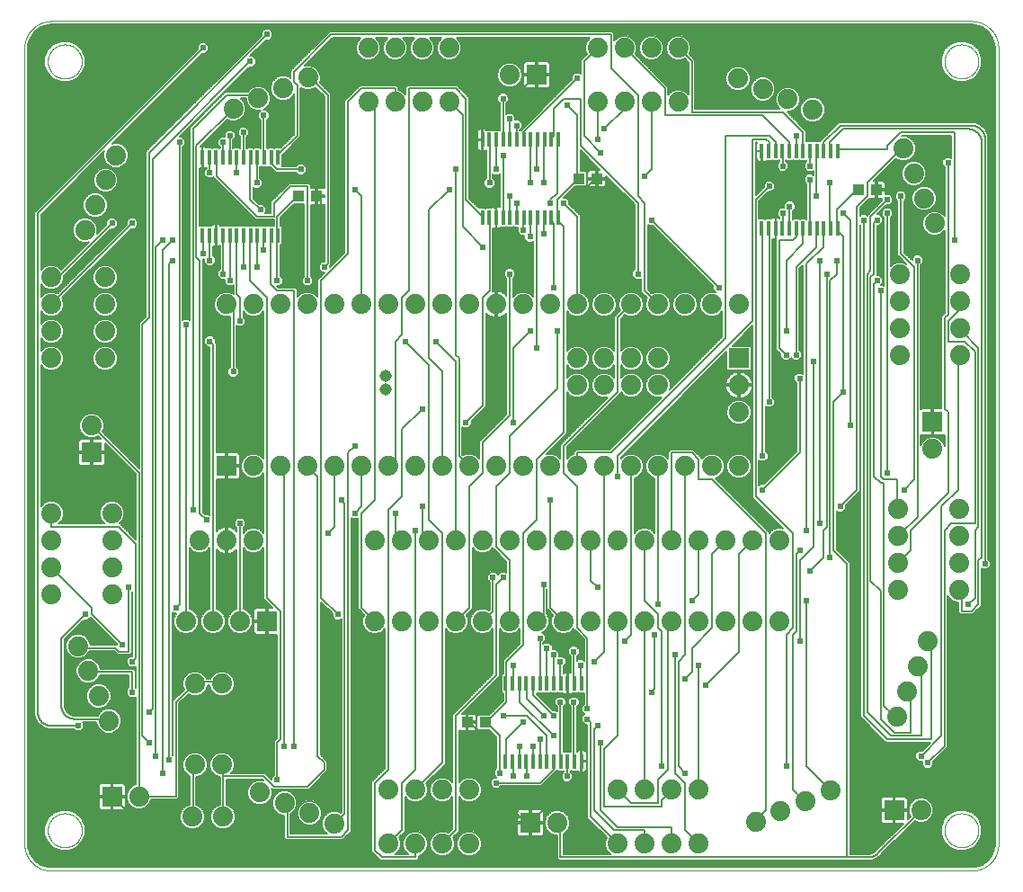
<source format=gtl>
G75*
%MOIN*%
%OFA0B0*%
%FSLAX25Y25*%
%IPPOS*%
%LPD*%
%AMOC8*
5,1,8,0,0,1.08239X$1,22.5*
%
%ADD10C,0.00000*%
%ADD11C,0.07400*%
%ADD12R,0.07400X0.07400*%
%ADD13C,0.04500*%
%ADD14R,0.01370X0.05500*%
%ADD15R,0.04331X0.03937*%
%ADD16C,0.00600*%
%ADD17C,0.02400*%
D10*
X0086433Y0068933D02*
X0086433Y0363894D01*
X0086436Y0364136D01*
X0086445Y0364377D01*
X0086459Y0364618D01*
X0086480Y0364859D01*
X0086506Y0365099D01*
X0086538Y0365339D01*
X0086576Y0365578D01*
X0086619Y0365815D01*
X0086669Y0366052D01*
X0086724Y0366287D01*
X0086784Y0366521D01*
X0086851Y0366753D01*
X0086922Y0366984D01*
X0087000Y0367213D01*
X0087083Y0367440D01*
X0087171Y0367665D01*
X0087265Y0367888D01*
X0087364Y0368108D01*
X0087469Y0368326D01*
X0087578Y0368541D01*
X0087693Y0368754D01*
X0087813Y0368964D01*
X0087938Y0369170D01*
X0088068Y0369374D01*
X0088203Y0369575D01*
X0088343Y0369772D01*
X0088487Y0369966D01*
X0088636Y0370156D01*
X0088790Y0370342D01*
X0088948Y0370525D01*
X0089110Y0370704D01*
X0089277Y0370879D01*
X0089448Y0371050D01*
X0089623Y0371217D01*
X0089802Y0371379D01*
X0089985Y0371537D01*
X0090171Y0371691D01*
X0090361Y0371840D01*
X0090555Y0371984D01*
X0090752Y0372124D01*
X0090953Y0372259D01*
X0091157Y0372389D01*
X0091363Y0372514D01*
X0091573Y0372634D01*
X0091786Y0372749D01*
X0092001Y0372858D01*
X0092219Y0372963D01*
X0092439Y0373062D01*
X0092662Y0373156D01*
X0092887Y0373244D01*
X0093114Y0373327D01*
X0093343Y0373405D01*
X0093574Y0373476D01*
X0093806Y0373543D01*
X0094040Y0373603D01*
X0094275Y0373658D01*
X0094512Y0373708D01*
X0094749Y0373751D01*
X0094988Y0373789D01*
X0095228Y0373821D01*
X0095468Y0373847D01*
X0095709Y0373868D01*
X0095950Y0373882D01*
X0096191Y0373891D01*
X0096433Y0373894D01*
X0437634Y0373894D01*
X0437876Y0373891D01*
X0438117Y0373882D01*
X0438358Y0373868D01*
X0438599Y0373847D01*
X0438839Y0373821D01*
X0439079Y0373789D01*
X0439318Y0373751D01*
X0439555Y0373708D01*
X0439792Y0373658D01*
X0440027Y0373603D01*
X0440261Y0373543D01*
X0440493Y0373476D01*
X0440724Y0373405D01*
X0440953Y0373327D01*
X0441180Y0373244D01*
X0441405Y0373156D01*
X0441628Y0373062D01*
X0441848Y0372963D01*
X0442066Y0372858D01*
X0442281Y0372749D01*
X0442494Y0372634D01*
X0442704Y0372514D01*
X0442910Y0372389D01*
X0443114Y0372259D01*
X0443315Y0372124D01*
X0443512Y0371984D01*
X0443706Y0371840D01*
X0443896Y0371691D01*
X0444082Y0371537D01*
X0444265Y0371379D01*
X0444444Y0371217D01*
X0444619Y0371050D01*
X0444790Y0370879D01*
X0444957Y0370704D01*
X0445119Y0370525D01*
X0445277Y0370342D01*
X0445431Y0370156D01*
X0445580Y0369966D01*
X0445724Y0369772D01*
X0445864Y0369575D01*
X0445999Y0369374D01*
X0446129Y0369170D01*
X0446254Y0368964D01*
X0446374Y0368754D01*
X0446489Y0368541D01*
X0446598Y0368326D01*
X0446703Y0368108D01*
X0446802Y0367888D01*
X0446896Y0367665D01*
X0446984Y0367440D01*
X0447067Y0367213D01*
X0447145Y0366984D01*
X0447216Y0366753D01*
X0447283Y0366521D01*
X0447343Y0366287D01*
X0447398Y0366052D01*
X0447448Y0365815D01*
X0447491Y0365578D01*
X0447529Y0365339D01*
X0447561Y0365099D01*
X0447587Y0364859D01*
X0447608Y0364618D01*
X0447622Y0364377D01*
X0447631Y0364136D01*
X0447634Y0363894D01*
X0447634Y0068933D01*
X0447631Y0068691D01*
X0447622Y0068450D01*
X0447608Y0068209D01*
X0447587Y0067968D01*
X0447561Y0067728D01*
X0447529Y0067488D01*
X0447491Y0067249D01*
X0447448Y0067012D01*
X0447398Y0066775D01*
X0447343Y0066540D01*
X0447283Y0066306D01*
X0447216Y0066074D01*
X0447145Y0065843D01*
X0447067Y0065614D01*
X0446984Y0065387D01*
X0446896Y0065162D01*
X0446802Y0064939D01*
X0446703Y0064719D01*
X0446598Y0064501D01*
X0446489Y0064286D01*
X0446374Y0064073D01*
X0446254Y0063863D01*
X0446129Y0063657D01*
X0445999Y0063453D01*
X0445864Y0063252D01*
X0445724Y0063055D01*
X0445580Y0062861D01*
X0445431Y0062671D01*
X0445277Y0062485D01*
X0445119Y0062302D01*
X0444957Y0062123D01*
X0444790Y0061948D01*
X0444619Y0061777D01*
X0444444Y0061610D01*
X0444265Y0061448D01*
X0444082Y0061290D01*
X0443896Y0061136D01*
X0443706Y0060987D01*
X0443512Y0060843D01*
X0443315Y0060703D01*
X0443114Y0060568D01*
X0442910Y0060438D01*
X0442704Y0060313D01*
X0442494Y0060193D01*
X0442281Y0060078D01*
X0442066Y0059969D01*
X0441848Y0059864D01*
X0441628Y0059765D01*
X0441405Y0059671D01*
X0441180Y0059583D01*
X0440953Y0059500D01*
X0440724Y0059422D01*
X0440493Y0059351D01*
X0440261Y0059284D01*
X0440027Y0059224D01*
X0439792Y0059169D01*
X0439555Y0059119D01*
X0439318Y0059076D01*
X0439079Y0059038D01*
X0438839Y0059006D01*
X0438599Y0058980D01*
X0438358Y0058959D01*
X0438117Y0058945D01*
X0437876Y0058936D01*
X0437634Y0058933D01*
X0096433Y0058933D01*
X0096191Y0058936D01*
X0095950Y0058945D01*
X0095709Y0058959D01*
X0095468Y0058980D01*
X0095228Y0059006D01*
X0094988Y0059038D01*
X0094749Y0059076D01*
X0094512Y0059119D01*
X0094275Y0059169D01*
X0094040Y0059224D01*
X0093806Y0059284D01*
X0093574Y0059351D01*
X0093343Y0059422D01*
X0093114Y0059500D01*
X0092887Y0059583D01*
X0092662Y0059671D01*
X0092439Y0059765D01*
X0092219Y0059864D01*
X0092001Y0059969D01*
X0091786Y0060078D01*
X0091573Y0060193D01*
X0091363Y0060313D01*
X0091157Y0060438D01*
X0090953Y0060568D01*
X0090752Y0060703D01*
X0090555Y0060843D01*
X0090361Y0060987D01*
X0090171Y0061136D01*
X0089985Y0061290D01*
X0089802Y0061448D01*
X0089623Y0061610D01*
X0089448Y0061777D01*
X0089277Y0061948D01*
X0089110Y0062123D01*
X0088948Y0062302D01*
X0088790Y0062485D01*
X0088636Y0062671D01*
X0088487Y0062861D01*
X0088343Y0063055D01*
X0088203Y0063252D01*
X0088068Y0063453D01*
X0087938Y0063657D01*
X0087813Y0063863D01*
X0087693Y0064073D01*
X0087578Y0064286D01*
X0087469Y0064501D01*
X0087364Y0064719D01*
X0087265Y0064939D01*
X0087171Y0065162D01*
X0087083Y0065387D01*
X0087000Y0065614D01*
X0086922Y0065843D01*
X0086851Y0066074D01*
X0086784Y0066306D01*
X0086724Y0066540D01*
X0086669Y0066775D01*
X0086619Y0067012D01*
X0086576Y0067249D01*
X0086538Y0067488D01*
X0086506Y0067728D01*
X0086480Y0067968D01*
X0086459Y0068209D01*
X0086445Y0068450D01*
X0086436Y0068691D01*
X0086433Y0068933D01*
X0095134Y0073933D02*
X0095136Y0074091D01*
X0095142Y0074249D01*
X0095152Y0074407D01*
X0095166Y0074565D01*
X0095184Y0074722D01*
X0095205Y0074879D01*
X0095231Y0075035D01*
X0095261Y0075191D01*
X0095294Y0075346D01*
X0095332Y0075499D01*
X0095373Y0075652D01*
X0095418Y0075804D01*
X0095467Y0075955D01*
X0095520Y0076104D01*
X0095576Y0076252D01*
X0095636Y0076398D01*
X0095700Y0076543D01*
X0095768Y0076686D01*
X0095839Y0076828D01*
X0095913Y0076968D01*
X0095991Y0077105D01*
X0096073Y0077241D01*
X0096157Y0077375D01*
X0096246Y0077506D01*
X0096337Y0077635D01*
X0096432Y0077762D01*
X0096529Y0077887D01*
X0096630Y0078009D01*
X0096734Y0078128D01*
X0096841Y0078245D01*
X0096951Y0078359D01*
X0097064Y0078470D01*
X0097179Y0078579D01*
X0097297Y0078684D01*
X0097418Y0078786D01*
X0097541Y0078886D01*
X0097667Y0078982D01*
X0097795Y0079075D01*
X0097925Y0079165D01*
X0098058Y0079251D01*
X0098193Y0079335D01*
X0098329Y0079414D01*
X0098468Y0079491D01*
X0098609Y0079563D01*
X0098751Y0079633D01*
X0098895Y0079698D01*
X0099041Y0079760D01*
X0099188Y0079818D01*
X0099337Y0079873D01*
X0099487Y0079924D01*
X0099638Y0079971D01*
X0099790Y0080014D01*
X0099943Y0080053D01*
X0100098Y0080089D01*
X0100253Y0080120D01*
X0100409Y0080148D01*
X0100565Y0080172D01*
X0100722Y0080192D01*
X0100880Y0080208D01*
X0101037Y0080220D01*
X0101196Y0080228D01*
X0101354Y0080232D01*
X0101512Y0080232D01*
X0101670Y0080228D01*
X0101829Y0080220D01*
X0101986Y0080208D01*
X0102144Y0080192D01*
X0102301Y0080172D01*
X0102457Y0080148D01*
X0102613Y0080120D01*
X0102768Y0080089D01*
X0102923Y0080053D01*
X0103076Y0080014D01*
X0103228Y0079971D01*
X0103379Y0079924D01*
X0103529Y0079873D01*
X0103678Y0079818D01*
X0103825Y0079760D01*
X0103971Y0079698D01*
X0104115Y0079633D01*
X0104257Y0079563D01*
X0104398Y0079491D01*
X0104537Y0079414D01*
X0104673Y0079335D01*
X0104808Y0079251D01*
X0104941Y0079165D01*
X0105071Y0079075D01*
X0105199Y0078982D01*
X0105325Y0078886D01*
X0105448Y0078786D01*
X0105569Y0078684D01*
X0105687Y0078579D01*
X0105802Y0078470D01*
X0105915Y0078359D01*
X0106025Y0078245D01*
X0106132Y0078128D01*
X0106236Y0078009D01*
X0106337Y0077887D01*
X0106434Y0077762D01*
X0106529Y0077635D01*
X0106620Y0077506D01*
X0106709Y0077375D01*
X0106793Y0077241D01*
X0106875Y0077105D01*
X0106953Y0076968D01*
X0107027Y0076828D01*
X0107098Y0076686D01*
X0107166Y0076543D01*
X0107230Y0076398D01*
X0107290Y0076252D01*
X0107346Y0076104D01*
X0107399Y0075955D01*
X0107448Y0075804D01*
X0107493Y0075652D01*
X0107534Y0075499D01*
X0107572Y0075346D01*
X0107605Y0075191D01*
X0107635Y0075035D01*
X0107661Y0074879D01*
X0107682Y0074722D01*
X0107700Y0074565D01*
X0107714Y0074407D01*
X0107724Y0074249D01*
X0107730Y0074091D01*
X0107732Y0073933D01*
X0107730Y0073775D01*
X0107724Y0073617D01*
X0107714Y0073459D01*
X0107700Y0073301D01*
X0107682Y0073144D01*
X0107661Y0072987D01*
X0107635Y0072831D01*
X0107605Y0072675D01*
X0107572Y0072520D01*
X0107534Y0072367D01*
X0107493Y0072214D01*
X0107448Y0072062D01*
X0107399Y0071911D01*
X0107346Y0071762D01*
X0107290Y0071614D01*
X0107230Y0071468D01*
X0107166Y0071323D01*
X0107098Y0071180D01*
X0107027Y0071038D01*
X0106953Y0070898D01*
X0106875Y0070761D01*
X0106793Y0070625D01*
X0106709Y0070491D01*
X0106620Y0070360D01*
X0106529Y0070231D01*
X0106434Y0070104D01*
X0106337Y0069979D01*
X0106236Y0069857D01*
X0106132Y0069738D01*
X0106025Y0069621D01*
X0105915Y0069507D01*
X0105802Y0069396D01*
X0105687Y0069287D01*
X0105569Y0069182D01*
X0105448Y0069080D01*
X0105325Y0068980D01*
X0105199Y0068884D01*
X0105071Y0068791D01*
X0104941Y0068701D01*
X0104808Y0068615D01*
X0104673Y0068531D01*
X0104537Y0068452D01*
X0104398Y0068375D01*
X0104257Y0068303D01*
X0104115Y0068233D01*
X0103971Y0068168D01*
X0103825Y0068106D01*
X0103678Y0068048D01*
X0103529Y0067993D01*
X0103379Y0067942D01*
X0103228Y0067895D01*
X0103076Y0067852D01*
X0102923Y0067813D01*
X0102768Y0067777D01*
X0102613Y0067746D01*
X0102457Y0067718D01*
X0102301Y0067694D01*
X0102144Y0067674D01*
X0101986Y0067658D01*
X0101829Y0067646D01*
X0101670Y0067638D01*
X0101512Y0067634D01*
X0101354Y0067634D01*
X0101196Y0067638D01*
X0101037Y0067646D01*
X0100880Y0067658D01*
X0100722Y0067674D01*
X0100565Y0067694D01*
X0100409Y0067718D01*
X0100253Y0067746D01*
X0100098Y0067777D01*
X0099943Y0067813D01*
X0099790Y0067852D01*
X0099638Y0067895D01*
X0099487Y0067942D01*
X0099337Y0067993D01*
X0099188Y0068048D01*
X0099041Y0068106D01*
X0098895Y0068168D01*
X0098751Y0068233D01*
X0098609Y0068303D01*
X0098468Y0068375D01*
X0098329Y0068452D01*
X0098193Y0068531D01*
X0098058Y0068615D01*
X0097925Y0068701D01*
X0097795Y0068791D01*
X0097667Y0068884D01*
X0097541Y0068980D01*
X0097418Y0069080D01*
X0097297Y0069182D01*
X0097179Y0069287D01*
X0097064Y0069396D01*
X0096951Y0069507D01*
X0096841Y0069621D01*
X0096734Y0069738D01*
X0096630Y0069857D01*
X0096529Y0069979D01*
X0096432Y0070104D01*
X0096337Y0070231D01*
X0096246Y0070360D01*
X0096157Y0070491D01*
X0096073Y0070625D01*
X0095991Y0070761D01*
X0095913Y0070898D01*
X0095839Y0071038D01*
X0095768Y0071180D01*
X0095700Y0071323D01*
X0095636Y0071468D01*
X0095576Y0071614D01*
X0095520Y0071762D01*
X0095467Y0071911D01*
X0095418Y0072062D01*
X0095373Y0072214D01*
X0095332Y0072367D01*
X0095294Y0072520D01*
X0095261Y0072675D01*
X0095231Y0072831D01*
X0095205Y0072987D01*
X0095184Y0073144D01*
X0095166Y0073301D01*
X0095152Y0073459D01*
X0095142Y0073617D01*
X0095136Y0073775D01*
X0095134Y0073933D01*
X0427634Y0073933D02*
X0427636Y0074091D01*
X0427642Y0074249D01*
X0427652Y0074407D01*
X0427666Y0074565D01*
X0427684Y0074722D01*
X0427705Y0074879D01*
X0427731Y0075035D01*
X0427761Y0075191D01*
X0427794Y0075346D01*
X0427832Y0075499D01*
X0427873Y0075652D01*
X0427918Y0075804D01*
X0427967Y0075955D01*
X0428020Y0076104D01*
X0428076Y0076252D01*
X0428136Y0076398D01*
X0428200Y0076543D01*
X0428268Y0076686D01*
X0428339Y0076828D01*
X0428413Y0076968D01*
X0428491Y0077105D01*
X0428573Y0077241D01*
X0428657Y0077375D01*
X0428746Y0077506D01*
X0428837Y0077635D01*
X0428932Y0077762D01*
X0429029Y0077887D01*
X0429130Y0078009D01*
X0429234Y0078128D01*
X0429341Y0078245D01*
X0429451Y0078359D01*
X0429564Y0078470D01*
X0429679Y0078579D01*
X0429797Y0078684D01*
X0429918Y0078786D01*
X0430041Y0078886D01*
X0430167Y0078982D01*
X0430295Y0079075D01*
X0430425Y0079165D01*
X0430558Y0079251D01*
X0430693Y0079335D01*
X0430829Y0079414D01*
X0430968Y0079491D01*
X0431109Y0079563D01*
X0431251Y0079633D01*
X0431395Y0079698D01*
X0431541Y0079760D01*
X0431688Y0079818D01*
X0431837Y0079873D01*
X0431987Y0079924D01*
X0432138Y0079971D01*
X0432290Y0080014D01*
X0432443Y0080053D01*
X0432598Y0080089D01*
X0432753Y0080120D01*
X0432909Y0080148D01*
X0433065Y0080172D01*
X0433222Y0080192D01*
X0433380Y0080208D01*
X0433537Y0080220D01*
X0433696Y0080228D01*
X0433854Y0080232D01*
X0434012Y0080232D01*
X0434170Y0080228D01*
X0434329Y0080220D01*
X0434486Y0080208D01*
X0434644Y0080192D01*
X0434801Y0080172D01*
X0434957Y0080148D01*
X0435113Y0080120D01*
X0435268Y0080089D01*
X0435423Y0080053D01*
X0435576Y0080014D01*
X0435728Y0079971D01*
X0435879Y0079924D01*
X0436029Y0079873D01*
X0436178Y0079818D01*
X0436325Y0079760D01*
X0436471Y0079698D01*
X0436615Y0079633D01*
X0436757Y0079563D01*
X0436898Y0079491D01*
X0437037Y0079414D01*
X0437173Y0079335D01*
X0437308Y0079251D01*
X0437441Y0079165D01*
X0437571Y0079075D01*
X0437699Y0078982D01*
X0437825Y0078886D01*
X0437948Y0078786D01*
X0438069Y0078684D01*
X0438187Y0078579D01*
X0438302Y0078470D01*
X0438415Y0078359D01*
X0438525Y0078245D01*
X0438632Y0078128D01*
X0438736Y0078009D01*
X0438837Y0077887D01*
X0438934Y0077762D01*
X0439029Y0077635D01*
X0439120Y0077506D01*
X0439209Y0077375D01*
X0439293Y0077241D01*
X0439375Y0077105D01*
X0439453Y0076968D01*
X0439527Y0076828D01*
X0439598Y0076686D01*
X0439666Y0076543D01*
X0439730Y0076398D01*
X0439790Y0076252D01*
X0439846Y0076104D01*
X0439899Y0075955D01*
X0439948Y0075804D01*
X0439993Y0075652D01*
X0440034Y0075499D01*
X0440072Y0075346D01*
X0440105Y0075191D01*
X0440135Y0075035D01*
X0440161Y0074879D01*
X0440182Y0074722D01*
X0440200Y0074565D01*
X0440214Y0074407D01*
X0440224Y0074249D01*
X0440230Y0074091D01*
X0440232Y0073933D01*
X0440230Y0073775D01*
X0440224Y0073617D01*
X0440214Y0073459D01*
X0440200Y0073301D01*
X0440182Y0073144D01*
X0440161Y0072987D01*
X0440135Y0072831D01*
X0440105Y0072675D01*
X0440072Y0072520D01*
X0440034Y0072367D01*
X0439993Y0072214D01*
X0439948Y0072062D01*
X0439899Y0071911D01*
X0439846Y0071762D01*
X0439790Y0071614D01*
X0439730Y0071468D01*
X0439666Y0071323D01*
X0439598Y0071180D01*
X0439527Y0071038D01*
X0439453Y0070898D01*
X0439375Y0070761D01*
X0439293Y0070625D01*
X0439209Y0070491D01*
X0439120Y0070360D01*
X0439029Y0070231D01*
X0438934Y0070104D01*
X0438837Y0069979D01*
X0438736Y0069857D01*
X0438632Y0069738D01*
X0438525Y0069621D01*
X0438415Y0069507D01*
X0438302Y0069396D01*
X0438187Y0069287D01*
X0438069Y0069182D01*
X0437948Y0069080D01*
X0437825Y0068980D01*
X0437699Y0068884D01*
X0437571Y0068791D01*
X0437441Y0068701D01*
X0437308Y0068615D01*
X0437173Y0068531D01*
X0437037Y0068452D01*
X0436898Y0068375D01*
X0436757Y0068303D01*
X0436615Y0068233D01*
X0436471Y0068168D01*
X0436325Y0068106D01*
X0436178Y0068048D01*
X0436029Y0067993D01*
X0435879Y0067942D01*
X0435728Y0067895D01*
X0435576Y0067852D01*
X0435423Y0067813D01*
X0435268Y0067777D01*
X0435113Y0067746D01*
X0434957Y0067718D01*
X0434801Y0067694D01*
X0434644Y0067674D01*
X0434486Y0067658D01*
X0434329Y0067646D01*
X0434170Y0067638D01*
X0434012Y0067634D01*
X0433854Y0067634D01*
X0433696Y0067638D01*
X0433537Y0067646D01*
X0433380Y0067658D01*
X0433222Y0067674D01*
X0433065Y0067694D01*
X0432909Y0067718D01*
X0432753Y0067746D01*
X0432598Y0067777D01*
X0432443Y0067813D01*
X0432290Y0067852D01*
X0432138Y0067895D01*
X0431987Y0067942D01*
X0431837Y0067993D01*
X0431688Y0068048D01*
X0431541Y0068106D01*
X0431395Y0068168D01*
X0431251Y0068233D01*
X0431109Y0068303D01*
X0430968Y0068375D01*
X0430829Y0068452D01*
X0430693Y0068531D01*
X0430558Y0068615D01*
X0430425Y0068701D01*
X0430295Y0068791D01*
X0430167Y0068884D01*
X0430041Y0068980D01*
X0429918Y0069080D01*
X0429797Y0069182D01*
X0429679Y0069287D01*
X0429564Y0069396D01*
X0429451Y0069507D01*
X0429341Y0069621D01*
X0429234Y0069738D01*
X0429130Y0069857D01*
X0429029Y0069979D01*
X0428932Y0070104D01*
X0428837Y0070231D01*
X0428746Y0070360D01*
X0428657Y0070491D01*
X0428573Y0070625D01*
X0428491Y0070761D01*
X0428413Y0070898D01*
X0428339Y0071038D01*
X0428268Y0071180D01*
X0428200Y0071323D01*
X0428136Y0071468D01*
X0428076Y0071614D01*
X0428020Y0071762D01*
X0427967Y0071911D01*
X0427918Y0072062D01*
X0427873Y0072214D01*
X0427832Y0072367D01*
X0427794Y0072520D01*
X0427761Y0072675D01*
X0427731Y0072831D01*
X0427705Y0072987D01*
X0427684Y0073144D01*
X0427666Y0073301D01*
X0427652Y0073459D01*
X0427642Y0073617D01*
X0427636Y0073775D01*
X0427634Y0073933D01*
X0427634Y0358933D02*
X0427636Y0359091D01*
X0427642Y0359249D01*
X0427652Y0359407D01*
X0427666Y0359565D01*
X0427684Y0359722D01*
X0427705Y0359879D01*
X0427731Y0360035D01*
X0427761Y0360191D01*
X0427794Y0360346D01*
X0427832Y0360499D01*
X0427873Y0360652D01*
X0427918Y0360804D01*
X0427967Y0360955D01*
X0428020Y0361104D01*
X0428076Y0361252D01*
X0428136Y0361398D01*
X0428200Y0361543D01*
X0428268Y0361686D01*
X0428339Y0361828D01*
X0428413Y0361968D01*
X0428491Y0362105D01*
X0428573Y0362241D01*
X0428657Y0362375D01*
X0428746Y0362506D01*
X0428837Y0362635D01*
X0428932Y0362762D01*
X0429029Y0362887D01*
X0429130Y0363009D01*
X0429234Y0363128D01*
X0429341Y0363245D01*
X0429451Y0363359D01*
X0429564Y0363470D01*
X0429679Y0363579D01*
X0429797Y0363684D01*
X0429918Y0363786D01*
X0430041Y0363886D01*
X0430167Y0363982D01*
X0430295Y0364075D01*
X0430425Y0364165D01*
X0430558Y0364251D01*
X0430693Y0364335D01*
X0430829Y0364414D01*
X0430968Y0364491D01*
X0431109Y0364563D01*
X0431251Y0364633D01*
X0431395Y0364698D01*
X0431541Y0364760D01*
X0431688Y0364818D01*
X0431837Y0364873D01*
X0431987Y0364924D01*
X0432138Y0364971D01*
X0432290Y0365014D01*
X0432443Y0365053D01*
X0432598Y0365089D01*
X0432753Y0365120D01*
X0432909Y0365148D01*
X0433065Y0365172D01*
X0433222Y0365192D01*
X0433380Y0365208D01*
X0433537Y0365220D01*
X0433696Y0365228D01*
X0433854Y0365232D01*
X0434012Y0365232D01*
X0434170Y0365228D01*
X0434329Y0365220D01*
X0434486Y0365208D01*
X0434644Y0365192D01*
X0434801Y0365172D01*
X0434957Y0365148D01*
X0435113Y0365120D01*
X0435268Y0365089D01*
X0435423Y0365053D01*
X0435576Y0365014D01*
X0435728Y0364971D01*
X0435879Y0364924D01*
X0436029Y0364873D01*
X0436178Y0364818D01*
X0436325Y0364760D01*
X0436471Y0364698D01*
X0436615Y0364633D01*
X0436757Y0364563D01*
X0436898Y0364491D01*
X0437037Y0364414D01*
X0437173Y0364335D01*
X0437308Y0364251D01*
X0437441Y0364165D01*
X0437571Y0364075D01*
X0437699Y0363982D01*
X0437825Y0363886D01*
X0437948Y0363786D01*
X0438069Y0363684D01*
X0438187Y0363579D01*
X0438302Y0363470D01*
X0438415Y0363359D01*
X0438525Y0363245D01*
X0438632Y0363128D01*
X0438736Y0363009D01*
X0438837Y0362887D01*
X0438934Y0362762D01*
X0439029Y0362635D01*
X0439120Y0362506D01*
X0439209Y0362375D01*
X0439293Y0362241D01*
X0439375Y0362105D01*
X0439453Y0361968D01*
X0439527Y0361828D01*
X0439598Y0361686D01*
X0439666Y0361543D01*
X0439730Y0361398D01*
X0439790Y0361252D01*
X0439846Y0361104D01*
X0439899Y0360955D01*
X0439948Y0360804D01*
X0439993Y0360652D01*
X0440034Y0360499D01*
X0440072Y0360346D01*
X0440105Y0360191D01*
X0440135Y0360035D01*
X0440161Y0359879D01*
X0440182Y0359722D01*
X0440200Y0359565D01*
X0440214Y0359407D01*
X0440224Y0359249D01*
X0440230Y0359091D01*
X0440232Y0358933D01*
X0440230Y0358775D01*
X0440224Y0358617D01*
X0440214Y0358459D01*
X0440200Y0358301D01*
X0440182Y0358144D01*
X0440161Y0357987D01*
X0440135Y0357831D01*
X0440105Y0357675D01*
X0440072Y0357520D01*
X0440034Y0357367D01*
X0439993Y0357214D01*
X0439948Y0357062D01*
X0439899Y0356911D01*
X0439846Y0356762D01*
X0439790Y0356614D01*
X0439730Y0356468D01*
X0439666Y0356323D01*
X0439598Y0356180D01*
X0439527Y0356038D01*
X0439453Y0355898D01*
X0439375Y0355761D01*
X0439293Y0355625D01*
X0439209Y0355491D01*
X0439120Y0355360D01*
X0439029Y0355231D01*
X0438934Y0355104D01*
X0438837Y0354979D01*
X0438736Y0354857D01*
X0438632Y0354738D01*
X0438525Y0354621D01*
X0438415Y0354507D01*
X0438302Y0354396D01*
X0438187Y0354287D01*
X0438069Y0354182D01*
X0437948Y0354080D01*
X0437825Y0353980D01*
X0437699Y0353884D01*
X0437571Y0353791D01*
X0437441Y0353701D01*
X0437308Y0353615D01*
X0437173Y0353531D01*
X0437037Y0353452D01*
X0436898Y0353375D01*
X0436757Y0353303D01*
X0436615Y0353233D01*
X0436471Y0353168D01*
X0436325Y0353106D01*
X0436178Y0353048D01*
X0436029Y0352993D01*
X0435879Y0352942D01*
X0435728Y0352895D01*
X0435576Y0352852D01*
X0435423Y0352813D01*
X0435268Y0352777D01*
X0435113Y0352746D01*
X0434957Y0352718D01*
X0434801Y0352694D01*
X0434644Y0352674D01*
X0434486Y0352658D01*
X0434329Y0352646D01*
X0434170Y0352638D01*
X0434012Y0352634D01*
X0433854Y0352634D01*
X0433696Y0352638D01*
X0433537Y0352646D01*
X0433380Y0352658D01*
X0433222Y0352674D01*
X0433065Y0352694D01*
X0432909Y0352718D01*
X0432753Y0352746D01*
X0432598Y0352777D01*
X0432443Y0352813D01*
X0432290Y0352852D01*
X0432138Y0352895D01*
X0431987Y0352942D01*
X0431837Y0352993D01*
X0431688Y0353048D01*
X0431541Y0353106D01*
X0431395Y0353168D01*
X0431251Y0353233D01*
X0431109Y0353303D01*
X0430968Y0353375D01*
X0430829Y0353452D01*
X0430693Y0353531D01*
X0430558Y0353615D01*
X0430425Y0353701D01*
X0430295Y0353791D01*
X0430167Y0353884D01*
X0430041Y0353980D01*
X0429918Y0354080D01*
X0429797Y0354182D01*
X0429679Y0354287D01*
X0429564Y0354396D01*
X0429451Y0354507D01*
X0429341Y0354621D01*
X0429234Y0354738D01*
X0429130Y0354857D01*
X0429029Y0354979D01*
X0428932Y0355104D01*
X0428837Y0355231D01*
X0428746Y0355360D01*
X0428657Y0355491D01*
X0428573Y0355625D01*
X0428491Y0355761D01*
X0428413Y0355898D01*
X0428339Y0356038D01*
X0428268Y0356180D01*
X0428200Y0356323D01*
X0428136Y0356468D01*
X0428076Y0356614D01*
X0428020Y0356762D01*
X0427967Y0356911D01*
X0427918Y0357062D01*
X0427873Y0357214D01*
X0427832Y0357367D01*
X0427794Y0357520D01*
X0427761Y0357675D01*
X0427731Y0357831D01*
X0427705Y0357987D01*
X0427684Y0358144D01*
X0427666Y0358301D01*
X0427652Y0358459D01*
X0427642Y0358617D01*
X0427636Y0358775D01*
X0427634Y0358933D01*
X0095134Y0358933D02*
X0095136Y0359091D01*
X0095142Y0359249D01*
X0095152Y0359407D01*
X0095166Y0359565D01*
X0095184Y0359722D01*
X0095205Y0359879D01*
X0095231Y0360035D01*
X0095261Y0360191D01*
X0095294Y0360346D01*
X0095332Y0360499D01*
X0095373Y0360652D01*
X0095418Y0360804D01*
X0095467Y0360955D01*
X0095520Y0361104D01*
X0095576Y0361252D01*
X0095636Y0361398D01*
X0095700Y0361543D01*
X0095768Y0361686D01*
X0095839Y0361828D01*
X0095913Y0361968D01*
X0095991Y0362105D01*
X0096073Y0362241D01*
X0096157Y0362375D01*
X0096246Y0362506D01*
X0096337Y0362635D01*
X0096432Y0362762D01*
X0096529Y0362887D01*
X0096630Y0363009D01*
X0096734Y0363128D01*
X0096841Y0363245D01*
X0096951Y0363359D01*
X0097064Y0363470D01*
X0097179Y0363579D01*
X0097297Y0363684D01*
X0097418Y0363786D01*
X0097541Y0363886D01*
X0097667Y0363982D01*
X0097795Y0364075D01*
X0097925Y0364165D01*
X0098058Y0364251D01*
X0098193Y0364335D01*
X0098329Y0364414D01*
X0098468Y0364491D01*
X0098609Y0364563D01*
X0098751Y0364633D01*
X0098895Y0364698D01*
X0099041Y0364760D01*
X0099188Y0364818D01*
X0099337Y0364873D01*
X0099487Y0364924D01*
X0099638Y0364971D01*
X0099790Y0365014D01*
X0099943Y0365053D01*
X0100098Y0365089D01*
X0100253Y0365120D01*
X0100409Y0365148D01*
X0100565Y0365172D01*
X0100722Y0365192D01*
X0100880Y0365208D01*
X0101037Y0365220D01*
X0101196Y0365228D01*
X0101354Y0365232D01*
X0101512Y0365232D01*
X0101670Y0365228D01*
X0101829Y0365220D01*
X0101986Y0365208D01*
X0102144Y0365192D01*
X0102301Y0365172D01*
X0102457Y0365148D01*
X0102613Y0365120D01*
X0102768Y0365089D01*
X0102923Y0365053D01*
X0103076Y0365014D01*
X0103228Y0364971D01*
X0103379Y0364924D01*
X0103529Y0364873D01*
X0103678Y0364818D01*
X0103825Y0364760D01*
X0103971Y0364698D01*
X0104115Y0364633D01*
X0104257Y0364563D01*
X0104398Y0364491D01*
X0104537Y0364414D01*
X0104673Y0364335D01*
X0104808Y0364251D01*
X0104941Y0364165D01*
X0105071Y0364075D01*
X0105199Y0363982D01*
X0105325Y0363886D01*
X0105448Y0363786D01*
X0105569Y0363684D01*
X0105687Y0363579D01*
X0105802Y0363470D01*
X0105915Y0363359D01*
X0106025Y0363245D01*
X0106132Y0363128D01*
X0106236Y0363009D01*
X0106337Y0362887D01*
X0106434Y0362762D01*
X0106529Y0362635D01*
X0106620Y0362506D01*
X0106709Y0362375D01*
X0106793Y0362241D01*
X0106875Y0362105D01*
X0106953Y0361968D01*
X0107027Y0361828D01*
X0107098Y0361686D01*
X0107166Y0361543D01*
X0107230Y0361398D01*
X0107290Y0361252D01*
X0107346Y0361104D01*
X0107399Y0360955D01*
X0107448Y0360804D01*
X0107493Y0360652D01*
X0107534Y0360499D01*
X0107572Y0360346D01*
X0107605Y0360191D01*
X0107635Y0360035D01*
X0107661Y0359879D01*
X0107682Y0359722D01*
X0107700Y0359565D01*
X0107714Y0359407D01*
X0107724Y0359249D01*
X0107730Y0359091D01*
X0107732Y0358933D01*
X0107730Y0358775D01*
X0107724Y0358617D01*
X0107714Y0358459D01*
X0107700Y0358301D01*
X0107682Y0358144D01*
X0107661Y0357987D01*
X0107635Y0357831D01*
X0107605Y0357675D01*
X0107572Y0357520D01*
X0107534Y0357367D01*
X0107493Y0357214D01*
X0107448Y0357062D01*
X0107399Y0356911D01*
X0107346Y0356762D01*
X0107290Y0356614D01*
X0107230Y0356468D01*
X0107166Y0356323D01*
X0107098Y0356180D01*
X0107027Y0356038D01*
X0106953Y0355898D01*
X0106875Y0355761D01*
X0106793Y0355625D01*
X0106709Y0355491D01*
X0106620Y0355360D01*
X0106529Y0355231D01*
X0106434Y0355104D01*
X0106337Y0354979D01*
X0106236Y0354857D01*
X0106132Y0354738D01*
X0106025Y0354621D01*
X0105915Y0354507D01*
X0105802Y0354396D01*
X0105687Y0354287D01*
X0105569Y0354182D01*
X0105448Y0354080D01*
X0105325Y0353980D01*
X0105199Y0353884D01*
X0105071Y0353791D01*
X0104941Y0353701D01*
X0104808Y0353615D01*
X0104673Y0353531D01*
X0104537Y0353452D01*
X0104398Y0353375D01*
X0104257Y0353303D01*
X0104115Y0353233D01*
X0103971Y0353168D01*
X0103825Y0353106D01*
X0103678Y0353048D01*
X0103529Y0352993D01*
X0103379Y0352942D01*
X0103228Y0352895D01*
X0103076Y0352852D01*
X0102923Y0352813D01*
X0102768Y0352777D01*
X0102613Y0352746D01*
X0102457Y0352718D01*
X0102301Y0352694D01*
X0102144Y0352674D01*
X0101986Y0352658D01*
X0101829Y0352646D01*
X0101670Y0352638D01*
X0101512Y0352634D01*
X0101354Y0352634D01*
X0101196Y0352638D01*
X0101037Y0352646D01*
X0100880Y0352658D01*
X0100722Y0352674D01*
X0100565Y0352694D01*
X0100409Y0352718D01*
X0100253Y0352746D01*
X0100098Y0352777D01*
X0099943Y0352813D01*
X0099790Y0352852D01*
X0099638Y0352895D01*
X0099487Y0352942D01*
X0099337Y0352993D01*
X0099188Y0353048D01*
X0099041Y0353106D01*
X0098895Y0353168D01*
X0098751Y0353233D01*
X0098609Y0353303D01*
X0098468Y0353375D01*
X0098329Y0353452D01*
X0098193Y0353531D01*
X0098058Y0353615D01*
X0097925Y0353701D01*
X0097795Y0353791D01*
X0097667Y0353884D01*
X0097541Y0353980D01*
X0097418Y0354080D01*
X0097297Y0354182D01*
X0097179Y0354287D01*
X0097064Y0354396D01*
X0096951Y0354507D01*
X0096841Y0354621D01*
X0096734Y0354738D01*
X0096630Y0354857D01*
X0096529Y0354979D01*
X0096432Y0355104D01*
X0096337Y0355231D01*
X0096246Y0355360D01*
X0096157Y0355491D01*
X0096073Y0355625D01*
X0095991Y0355761D01*
X0095913Y0355898D01*
X0095839Y0356038D01*
X0095768Y0356180D01*
X0095700Y0356323D01*
X0095636Y0356468D01*
X0095576Y0356614D01*
X0095520Y0356762D01*
X0095467Y0356911D01*
X0095418Y0357062D01*
X0095373Y0357214D01*
X0095332Y0357367D01*
X0095294Y0357520D01*
X0095261Y0357675D01*
X0095231Y0357831D01*
X0095205Y0357987D01*
X0095184Y0358144D01*
X0095166Y0358301D01*
X0095152Y0358459D01*
X0095142Y0358617D01*
X0095136Y0358775D01*
X0095134Y0358933D01*
D11*
X0120414Y0324149D03*
X0116587Y0314911D03*
X0112760Y0305672D03*
X0108933Y0296433D03*
X0116433Y0278933D03*
X0116433Y0268933D03*
X0116433Y0258933D03*
X0116433Y0248933D03*
X0096433Y0248933D03*
X0096433Y0258933D03*
X0096433Y0268933D03*
X0096433Y0278933D03*
X0161433Y0268933D03*
X0171433Y0268933D03*
X0181433Y0268933D03*
X0191433Y0268933D03*
X0201433Y0268933D03*
X0211433Y0268933D03*
X0221433Y0268933D03*
X0231433Y0268933D03*
X0241433Y0268933D03*
X0251433Y0268933D03*
X0261433Y0268933D03*
X0271433Y0268933D03*
X0281433Y0268933D03*
X0291433Y0268933D03*
X0301433Y0268933D03*
X0311433Y0268933D03*
X0321433Y0268933D03*
X0331433Y0268933D03*
X0341433Y0268933D03*
X0351433Y0268933D03*
X0321433Y0248933D03*
X0321433Y0238933D03*
X0311433Y0238933D03*
X0301433Y0238933D03*
X0291433Y0238933D03*
X0291433Y0248933D03*
X0301433Y0248933D03*
X0311433Y0248933D03*
X0351433Y0238933D03*
X0351433Y0228933D03*
X0351433Y0208933D03*
X0341433Y0208933D03*
X0331433Y0208933D03*
X0321433Y0208933D03*
X0311433Y0208933D03*
X0301433Y0208933D03*
X0291433Y0208933D03*
X0281433Y0208933D03*
X0271433Y0208933D03*
X0261433Y0208933D03*
X0251433Y0208933D03*
X0241433Y0208933D03*
X0231433Y0208933D03*
X0221433Y0208933D03*
X0211433Y0208933D03*
X0201433Y0208933D03*
X0191433Y0208933D03*
X0181433Y0208933D03*
X0171433Y0208933D03*
X0171433Y0181433D03*
X0161433Y0181433D03*
X0151433Y0181433D03*
X0118933Y0181433D03*
X0118933Y0191433D03*
X0096433Y0191433D03*
X0096433Y0181433D03*
X0096433Y0171433D03*
X0096433Y0161433D03*
X0118933Y0161433D03*
X0118933Y0171433D03*
X0146433Y0151433D03*
X0156433Y0151433D03*
X0166433Y0151433D03*
X0159761Y0128266D03*
X0149761Y0128266D03*
X0117801Y0114486D03*
X0113974Y0123725D03*
X0110148Y0132963D03*
X0106321Y0142202D03*
X0149761Y0098266D03*
X0159761Y0098266D03*
X0173717Y0087914D03*
X0182955Y0084087D03*
X0192194Y0080260D03*
X0201433Y0076433D03*
X0221433Y0068933D03*
X0231433Y0068933D03*
X0241433Y0068933D03*
X0251433Y0068933D03*
X0251433Y0088933D03*
X0241433Y0088933D03*
X0231433Y0088933D03*
X0221433Y0088933D03*
X0160107Y0078977D03*
X0148707Y0078977D03*
X0128933Y0086433D03*
X0216433Y0151433D03*
X0226433Y0151433D03*
X0236433Y0151433D03*
X0246433Y0151433D03*
X0256433Y0151433D03*
X0266433Y0151433D03*
X0276433Y0151433D03*
X0286433Y0151433D03*
X0296433Y0151433D03*
X0306433Y0151433D03*
X0316433Y0151433D03*
X0326433Y0151433D03*
X0336433Y0151433D03*
X0346433Y0151433D03*
X0356433Y0151433D03*
X0366433Y0151433D03*
X0366433Y0181433D03*
X0356433Y0181433D03*
X0346433Y0181433D03*
X0336433Y0181433D03*
X0326433Y0181433D03*
X0316433Y0181433D03*
X0306433Y0181433D03*
X0296433Y0181433D03*
X0286433Y0181433D03*
X0276433Y0181433D03*
X0266433Y0181433D03*
X0256433Y0181433D03*
X0246433Y0181433D03*
X0236433Y0181433D03*
X0226433Y0181433D03*
X0216433Y0181433D03*
X0111433Y0223933D03*
X0163933Y0341433D03*
X0173172Y0345260D03*
X0182411Y0349087D03*
X0191649Y0352914D03*
X0213933Y0343933D03*
X0223933Y0343933D03*
X0233933Y0343933D03*
X0243933Y0343933D03*
X0266433Y0353933D03*
X0243933Y0363933D03*
X0233933Y0363933D03*
X0223933Y0363933D03*
X0213933Y0363933D03*
X0298933Y0363933D03*
X0308933Y0363933D03*
X0318933Y0363933D03*
X0328933Y0363933D03*
X0351035Y0352559D03*
X0360273Y0348732D03*
X0369512Y0344906D03*
X0378751Y0341079D03*
X0412453Y0326649D03*
X0416279Y0317411D03*
X0420106Y0308172D03*
X0423933Y0298933D03*
X0433564Y0279927D03*
X0433564Y0269927D03*
X0433564Y0259927D03*
X0433564Y0249927D03*
X0411064Y0249927D03*
X0411064Y0259927D03*
X0411064Y0269927D03*
X0411064Y0279927D03*
X0328933Y0343933D03*
X0318933Y0343933D03*
X0308933Y0343933D03*
X0298933Y0343933D03*
X0423222Y0215275D03*
X0433059Y0192968D03*
X0433059Y0182968D03*
X0433059Y0172968D03*
X0433059Y0162968D03*
X0421433Y0143933D03*
X0417606Y0134694D03*
X0413779Y0125455D03*
X0409953Y0116217D03*
X0385340Y0088681D03*
X0376101Y0084854D03*
X0366862Y0081027D03*
X0357624Y0077200D03*
X0336433Y0068933D03*
X0326433Y0068933D03*
X0316433Y0068933D03*
X0306433Y0068933D03*
X0284012Y0076712D03*
X0306433Y0088933D03*
X0316433Y0088933D03*
X0326433Y0088933D03*
X0336433Y0088933D03*
X0418933Y0081433D03*
X0410559Y0162968D03*
X0410559Y0172968D03*
X0410559Y0182968D03*
X0410559Y0192968D03*
D12*
X0423222Y0225275D03*
X0351433Y0248933D03*
X0276433Y0353933D03*
X0111433Y0213933D03*
X0161433Y0208933D03*
X0176433Y0151433D03*
X0118933Y0086433D03*
X0274012Y0076712D03*
X0408933Y0081433D03*
D13*
X0220433Y0237333D03*
X0220433Y0242533D03*
D14*
X0180508Y0294539D03*
X0177949Y0294539D03*
X0175390Y0294539D03*
X0172831Y0294539D03*
X0170272Y0294539D03*
X0167713Y0294539D03*
X0165154Y0294539D03*
X0162594Y0294539D03*
X0160035Y0294539D03*
X0157476Y0294539D03*
X0154917Y0294539D03*
X0152358Y0294539D03*
X0152358Y0323327D03*
X0154917Y0323327D03*
X0157476Y0323327D03*
X0160035Y0323327D03*
X0162594Y0323327D03*
X0165154Y0323327D03*
X0167713Y0323327D03*
X0170272Y0323327D03*
X0172831Y0323327D03*
X0175390Y0323327D03*
X0177949Y0323327D03*
X0180508Y0323327D03*
X0256238Y0329896D03*
X0258797Y0329896D03*
X0261356Y0329896D03*
X0263915Y0329896D03*
X0266474Y0329896D03*
X0269033Y0329896D03*
X0271592Y0329896D03*
X0274151Y0329896D03*
X0276710Y0329896D03*
X0279269Y0329896D03*
X0281828Y0329896D03*
X0284388Y0329896D03*
X0284388Y0301108D03*
X0281828Y0301108D03*
X0279269Y0301108D03*
X0276710Y0301108D03*
X0274151Y0301108D03*
X0271592Y0301108D03*
X0269033Y0301108D03*
X0266474Y0301108D03*
X0263915Y0301108D03*
X0261356Y0301108D03*
X0258797Y0301108D03*
X0256238Y0301108D03*
X0359858Y0297039D03*
X0362417Y0297039D03*
X0364976Y0297039D03*
X0367535Y0297039D03*
X0370094Y0297039D03*
X0372654Y0297039D03*
X0375213Y0297039D03*
X0377772Y0297039D03*
X0380331Y0297039D03*
X0382890Y0297039D03*
X0385449Y0297039D03*
X0388008Y0297039D03*
X0388008Y0325827D03*
X0385449Y0325827D03*
X0382890Y0325827D03*
X0380331Y0325827D03*
X0377772Y0325827D03*
X0375213Y0325827D03*
X0372654Y0325827D03*
X0370094Y0325827D03*
X0367535Y0325827D03*
X0364976Y0325827D03*
X0362417Y0325827D03*
X0359858Y0325827D03*
X0293008Y0128327D03*
X0290449Y0128327D03*
X0287890Y0128327D03*
X0285331Y0128327D03*
X0282772Y0128327D03*
X0280213Y0128327D03*
X0277654Y0128327D03*
X0275094Y0128327D03*
X0272535Y0128327D03*
X0269976Y0128327D03*
X0267417Y0128327D03*
X0264858Y0128327D03*
X0264858Y0099539D03*
X0267417Y0099539D03*
X0269976Y0099539D03*
X0272535Y0099539D03*
X0275094Y0099539D03*
X0277654Y0099539D03*
X0280213Y0099539D03*
X0282772Y0099539D03*
X0285331Y0099539D03*
X0287890Y0099539D03*
X0290449Y0099539D03*
X0293008Y0099539D03*
D15*
X0257280Y0113933D03*
X0250587Y0113933D03*
X0194780Y0308933D03*
X0188087Y0308933D03*
X0291966Y0315502D03*
X0298659Y0315502D03*
X0395587Y0311433D03*
X0402280Y0311433D03*
D16*
X0216251Y0064918D02*
X0088729Y0064918D01*
X0088681Y0064983D02*
X0087840Y0067572D01*
X0087733Y0068933D01*
X0087733Y0363894D01*
X0087840Y0365255D01*
X0088681Y0367843D01*
X0090281Y0370046D01*
X0092483Y0371645D01*
X0095072Y0372487D01*
X0096433Y0372594D01*
X0437634Y0372594D01*
X0438995Y0372487D01*
X0441584Y0371645D01*
X0443786Y0370046D01*
X0445386Y0367843D01*
X0446227Y0365255D01*
X0446334Y0363894D01*
X0446334Y0068933D01*
X0446227Y0067572D01*
X0445386Y0064983D01*
X0443786Y0062781D01*
X0441584Y0061181D01*
X0438995Y0060340D01*
X0437634Y0060233D01*
X0096433Y0060233D01*
X0095072Y0060340D01*
X0092483Y0061181D01*
X0090281Y0062781D01*
X0088681Y0064983D01*
X0088508Y0065517D02*
X0215652Y0065517D01*
X0215233Y0065936D02*
X0217733Y0063436D01*
X0218436Y0062733D01*
X0231930Y0062733D01*
X0232633Y0063436D01*
X0232633Y0064451D01*
X0234039Y0065033D01*
X0235333Y0066327D01*
X0236033Y0068018D01*
X0236033Y0069848D01*
X0235333Y0071539D01*
X0234039Y0072833D01*
X0232348Y0073533D01*
X0230518Y0073533D01*
X0228827Y0072833D01*
X0227533Y0071539D01*
X0226833Y0069848D01*
X0226833Y0068018D01*
X0227533Y0066327D01*
X0228728Y0065133D01*
X0224138Y0065133D01*
X0225333Y0066327D01*
X0226033Y0068018D01*
X0226033Y0069848D01*
X0225451Y0071254D01*
X0227633Y0073436D01*
X0227633Y0086228D01*
X0228827Y0085033D01*
X0230518Y0084333D01*
X0232348Y0084333D01*
X0234039Y0085033D01*
X0235333Y0086327D01*
X0236033Y0088018D01*
X0236033Y0089848D01*
X0235451Y0091254D01*
X0242633Y0098436D01*
X0242633Y0148728D01*
X0243827Y0147533D01*
X0245518Y0146833D01*
X0247348Y0146833D01*
X0249039Y0147533D01*
X0250333Y0148827D01*
X0251033Y0150518D01*
X0251033Y0152348D01*
X0250451Y0153754D01*
X0251930Y0155233D01*
X0252633Y0155936D01*
X0252633Y0178728D01*
X0253827Y0177533D01*
X0255518Y0176833D01*
X0257348Y0176833D01*
X0259039Y0177533D01*
X0260233Y0178728D01*
X0260233Y0178436D01*
X0260936Y0177733D01*
X0265233Y0173436D01*
X0265233Y0169353D01*
X0264803Y0169783D01*
X0263063Y0169783D01*
X0262058Y0168778D01*
X0261053Y0169783D01*
X0259313Y0169783D01*
X0258083Y0168553D01*
X0258083Y0166813D01*
X0258983Y0165913D01*
X0258983Y0155680D01*
X0258754Y0155451D01*
X0257348Y0156033D01*
X0255518Y0156033D01*
X0253827Y0155333D01*
X0252533Y0154039D01*
X0251833Y0152348D01*
X0251833Y0150518D01*
X0252533Y0148827D01*
X0253827Y0147533D01*
X0255518Y0146833D01*
X0257348Y0146833D01*
X0259039Y0147533D01*
X0260233Y0148728D01*
X0260233Y0131930D01*
X0245936Y0117633D01*
X0245233Y0116930D01*
X0245233Y0091638D01*
X0244039Y0092833D01*
X0242348Y0093533D01*
X0240518Y0093533D01*
X0238827Y0092833D01*
X0237533Y0091539D01*
X0236833Y0089848D01*
X0236833Y0088018D01*
X0237533Y0086327D01*
X0238827Y0085033D01*
X0240518Y0084333D01*
X0242348Y0084333D01*
X0244039Y0085033D01*
X0245233Y0086228D01*
X0245233Y0074430D01*
X0243754Y0072951D01*
X0242348Y0073533D01*
X0240518Y0073533D01*
X0238827Y0072833D01*
X0237533Y0071539D01*
X0236833Y0069848D01*
X0236833Y0068018D01*
X0237533Y0066327D01*
X0238827Y0065033D01*
X0240518Y0064333D01*
X0242348Y0064333D01*
X0244039Y0065033D01*
X0245333Y0066327D01*
X0246033Y0068018D01*
X0246033Y0069848D01*
X0245451Y0071254D01*
X0247633Y0073436D01*
X0247633Y0086228D01*
X0248827Y0085033D01*
X0250518Y0084333D01*
X0252348Y0084333D01*
X0254039Y0085033D01*
X0255333Y0086327D01*
X0256033Y0088018D01*
X0256033Y0089848D01*
X0255333Y0091539D01*
X0254039Y0092833D01*
X0252348Y0093533D01*
X0250518Y0093533D01*
X0248827Y0092833D01*
X0247633Y0091638D01*
X0247633Y0110919D01*
X0247919Y0110753D01*
X0248250Y0110665D01*
X0250287Y0110665D01*
X0250287Y0113633D01*
X0250887Y0113633D01*
X0250887Y0114233D01*
X0254052Y0114233D01*
X0254052Y0116073D01*
X0253963Y0116403D01*
X0253792Y0116700D01*
X0253550Y0116942D01*
X0253254Y0117113D01*
X0252923Y0117202D01*
X0250887Y0117202D01*
X0250887Y0114233D01*
X0250287Y0114233D01*
X0250287Y0117202D01*
X0248899Y0117202D01*
X0262633Y0130936D01*
X0262633Y0148728D01*
X0263827Y0147533D01*
X0265518Y0146833D01*
X0267348Y0146833D01*
X0269039Y0147533D01*
X0270233Y0148728D01*
X0270233Y0143180D01*
X0264686Y0137633D01*
X0263983Y0136930D01*
X0263983Y0131977D01*
X0263800Y0131977D01*
X0263273Y0131450D01*
X0263273Y0125204D01*
X0263800Y0124677D01*
X0263983Y0124677D01*
X0263983Y0121930D01*
X0258855Y0116802D01*
X0254741Y0116802D01*
X0254214Y0116274D01*
X0254214Y0111592D01*
X0254741Y0111065D01*
X0258855Y0111065D01*
X0261483Y0108436D01*
X0261483Y0096953D01*
X0260583Y0096053D01*
X0260583Y0094313D01*
X0261363Y0093533D01*
X0260563Y0093533D01*
X0259333Y0092303D01*
X0259333Y0090563D01*
X0260563Y0089333D01*
X0262303Y0089333D01*
X0263203Y0090233D01*
X0278180Y0090233D01*
X0278883Y0090936D01*
X0283883Y0095936D01*
X0283883Y0095943D01*
X0284051Y0096111D01*
X0284273Y0095889D01*
X0286389Y0095889D01*
X0286483Y0095984D01*
X0286483Y0095703D01*
X0285583Y0094803D01*
X0285583Y0093063D01*
X0286813Y0091833D01*
X0288553Y0091833D01*
X0289783Y0093063D01*
X0289783Y0094803D01*
X0288883Y0095703D01*
X0288883Y0095889D01*
X0288948Y0095889D01*
X0289169Y0096111D01*
X0289391Y0095889D01*
X0291384Y0095889D01*
X0291525Y0095749D01*
X0291821Y0095578D01*
X0292152Y0095489D01*
X0292965Y0095489D01*
X0292965Y0099497D01*
X0293050Y0099497D01*
X0293050Y0095489D01*
X0293864Y0095489D01*
X0294195Y0095578D01*
X0294491Y0095749D01*
X0294733Y0095991D01*
X0294904Y0096288D01*
X0294993Y0096618D01*
X0294993Y0099497D01*
X0293050Y0099497D01*
X0293050Y0099582D01*
X0292965Y0099582D01*
X0292965Y0103589D01*
X0292152Y0103589D01*
X0291821Y0103501D01*
X0291525Y0103330D01*
X0291384Y0103189D01*
X0291383Y0103189D01*
X0291383Y0119663D01*
X0292283Y0120563D01*
X0292283Y0122303D01*
X0291053Y0123533D01*
X0289313Y0123533D01*
X0288083Y0122303D01*
X0288083Y0120563D01*
X0288983Y0119663D01*
X0288983Y0103154D01*
X0288948Y0103189D01*
X0286832Y0103189D01*
X0286610Y0102968D01*
X0286389Y0103189D01*
X0286383Y0103189D01*
X0286383Y0119663D01*
X0287283Y0120563D01*
X0287283Y0122303D01*
X0286053Y0123533D01*
X0284313Y0123533D01*
X0283083Y0122303D01*
X0283083Y0120563D01*
X0283983Y0119663D01*
X0283983Y0118103D01*
X0283553Y0118533D01*
X0282280Y0118533D01*
X0276383Y0124430D01*
X0276383Y0124889D01*
X0276596Y0124677D01*
X0278711Y0124677D01*
X0278933Y0124898D01*
X0279155Y0124677D01*
X0281270Y0124677D01*
X0281492Y0124898D01*
X0281714Y0124677D01*
X0283829Y0124677D01*
X0284051Y0124898D01*
X0284273Y0124677D01*
X0286266Y0124677D01*
X0286406Y0124537D01*
X0286703Y0124365D01*
X0287034Y0124277D01*
X0287847Y0124277D01*
X0287847Y0128284D01*
X0287932Y0128284D01*
X0287932Y0124277D01*
X0288746Y0124277D01*
X0289077Y0124365D01*
X0289373Y0124537D01*
X0289513Y0124677D01*
X0291507Y0124677D01*
X0291728Y0124898D01*
X0291950Y0124677D01*
X0293983Y0124677D01*
X0293983Y0120703D01*
X0293083Y0119803D01*
X0293083Y0118063D01*
X0294088Y0117058D01*
X0293083Y0116053D01*
X0293083Y0114313D01*
X0294313Y0113083D01*
X0295233Y0113083D01*
X0295233Y0078436D01*
X0302415Y0071254D01*
X0301833Y0069848D01*
X0301833Y0068018D01*
X0302533Y0066327D01*
X0303728Y0065133D01*
X0286383Y0065133D01*
X0286383Y0072715D01*
X0286618Y0072812D01*
X0287912Y0074106D01*
X0288612Y0075797D01*
X0288612Y0077627D01*
X0287912Y0079317D01*
X0286618Y0080611D01*
X0284927Y0081312D01*
X0283097Y0081312D01*
X0281407Y0080611D01*
X0280113Y0079317D01*
X0279412Y0077627D01*
X0279412Y0075797D01*
X0280113Y0074106D01*
X0281407Y0072812D01*
X0283097Y0072112D01*
X0283983Y0072112D01*
X0283983Y0063436D01*
X0284686Y0062733D01*
X0400595Y0062733D01*
X0402874Y0063677D01*
X0403746Y0064549D01*
X0404092Y0064895D01*
X0416612Y0077415D01*
X0418018Y0076833D01*
X0419848Y0076833D01*
X0421539Y0077533D01*
X0422833Y0078827D01*
X0423533Y0080518D01*
X0423533Y0082348D01*
X0422833Y0084039D01*
X0421539Y0085333D01*
X0419848Y0086033D01*
X0418018Y0086033D01*
X0416327Y0085333D01*
X0415033Y0084039D01*
X0414333Y0082348D01*
X0414333Y0080518D01*
X0414915Y0079112D01*
X0413933Y0078130D01*
X0413933Y0081133D01*
X0409233Y0081133D01*
X0409233Y0076433D01*
X0412236Y0076433D01*
X0402395Y0066592D01*
X0402049Y0066246D01*
X0401473Y0065773D01*
X0400103Y0065206D01*
X0399362Y0065133D01*
X0392633Y0065133D01*
X0392633Y0173180D01*
X0391930Y0173883D01*
X0387633Y0178180D01*
X0387633Y0192263D01*
X0388063Y0191833D01*
X0389803Y0191833D01*
X0391033Y0193063D01*
X0391033Y0194336D01*
X0395680Y0198983D01*
X0396383Y0199686D01*
X0396383Y0298513D01*
X0396483Y0298413D01*
X0396483Y0115936D01*
X0405233Y0107186D01*
X0405936Y0106483D01*
X0422286Y0106483D01*
X0419336Y0103533D01*
X0418063Y0103533D01*
X0416833Y0102303D01*
X0416833Y0100563D01*
X0418063Y0099333D01*
X0419333Y0099333D01*
X0419333Y0098063D01*
X0420563Y0096833D01*
X0422303Y0096833D01*
X0423533Y0098063D01*
X0423533Y0099336D01*
X0428180Y0103983D01*
X0428883Y0104686D01*
X0428883Y0161030D01*
X0429159Y0160363D01*
X0430453Y0159069D01*
X0432144Y0158368D01*
X0432733Y0158368D01*
X0432733Y0154686D01*
X0433436Y0153983D01*
X0438180Y0153983D01*
X0438883Y0154686D01*
X0441383Y0157186D01*
X0441383Y0171013D01*
X0441813Y0170583D01*
X0443553Y0170583D01*
X0444783Y0171813D01*
X0444783Y0173553D01*
X0443883Y0174453D01*
X0443883Y0331416D01*
X0442939Y0333695D01*
X0442939Y0333695D01*
X0441195Y0335439D01*
X0438916Y0336383D01*
X0388436Y0336383D01*
X0387733Y0335680D01*
X0381483Y0329430D01*
X0381483Y0329382D01*
X0381389Y0329477D01*
X0379273Y0329477D01*
X0379051Y0329255D01*
X0378829Y0329477D01*
X0376714Y0329477D01*
X0376492Y0329255D01*
X0376383Y0329364D01*
X0376383Y0333180D01*
X0369258Y0340306D01*
X0370427Y0340306D01*
X0372118Y0341006D01*
X0373412Y0342300D01*
X0374112Y0343991D01*
X0374112Y0345821D01*
X0373412Y0347511D01*
X0372118Y0348805D01*
X0370427Y0349506D01*
X0368597Y0349506D01*
X0366907Y0348805D01*
X0365613Y0347511D01*
X0364912Y0345821D01*
X0364912Y0343991D01*
X0365613Y0342300D01*
X0366529Y0341383D01*
X0335133Y0341383D01*
X0335133Y0359430D01*
X0332951Y0361612D01*
X0333533Y0363018D01*
X0333533Y0364848D01*
X0332833Y0366539D01*
X0331539Y0367833D01*
X0329848Y0368533D01*
X0328018Y0368533D01*
X0326327Y0367833D01*
X0325033Y0366539D01*
X0324333Y0364848D01*
X0324333Y0363018D01*
X0325033Y0361327D01*
X0326327Y0360033D01*
X0328018Y0359333D01*
X0329848Y0359333D01*
X0331254Y0359915D01*
X0332733Y0358436D01*
X0332733Y0346638D01*
X0331539Y0347833D01*
X0329848Y0348533D01*
X0328018Y0348533D01*
X0326327Y0347833D01*
X0325133Y0346638D01*
X0325133Y0349430D01*
X0312951Y0361612D01*
X0313533Y0363018D01*
X0313533Y0364848D01*
X0312833Y0366539D01*
X0311539Y0367833D01*
X0309848Y0368533D01*
X0308018Y0368533D01*
X0306327Y0367833D01*
X0305133Y0366638D01*
X0305133Y0369430D01*
X0304430Y0370133D01*
X0199686Y0370133D01*
X0198983Y0369430D01*
X0185233Y0355680D01*
X0185233Y0352770D01*
X0185016Y0352986D01*
X0183326Y0353687D01*
X0181496Y0353687D01*
X0179805Y0352986D01*
X0178511Y0351692D01*
X0177811Y0350002D01*
X0177811Y0348172D01*
X0178511Y0346481D01*
X0179805Y0345187D01*
X0181496Y0344487D01*
X0183326Y0344487D01*
X0185016Y0345187D01*
X0186310Y0346481D01*
X0186483Y0346898D01*
X0186483Y0331930D01*
X0181530Y0326977D01*
X0179450Y0326977D01*
X0179228Y0326755D01*
X0179007Y0326977D01*
X0176891Y0326977D01*
X0176669Y0326755D01*
X0176448Y0326977D01*
X0176383Y0326977D01*
X0176383Y0337163D01*
X0177283Y0338063D01*
X0177283Y0339803D01*
X0176053Y0341033D01*
X0174988Y0341033D01*
X0175778Y0341360D01*
X0177072Y0342654D01*
X0177772Y0344345D01*
X0177772Y0346175D01*
X0177072Y0347866D01*
X0175778Y0349160D01*
X0174087Y0349860D01*
X0172257Y0349860D01*
X0170566Y0349160D01*
X0169272Y0347866D01*
X0169176Y0347633D01*
X0160936Y0347633D01*
X0160233Y0346930D01*
X0147733Y0334430D01*
X0147733Y0263103D01*
X0147303Y0263533D01*
X0145563Y0263533D01*
X0145133Y0263103D01*
X0145133Y0327163D01*
X0146033Y0328063D01*
X0146033Y0329803D01*
X0144803Y0331033D01*
X0143980Y0331033D01*
X0169780Y0356833D01*
X0171053Y0356833D01*
X0172283Y0358063D01*
X0172283Y0359803D01*
X0171053Y0361033D01*
X0170230Y0361033D01*
X0176030Y0366833D01*
X0177303Y0366833D01*
X0178533Y0368063D01*
X0178533Y0369803D01*
X0177303Y0371033D01*
X0175563Y0371033D01*
X0174333Y0369803D01*
X0174333Y0368530D01*
X0131483Y0325680D01*
X0131483Y0264430D01*
X0128983Y0261930D01*
X0128983Y0208080D01*
X0115451Y0221612D01*
X0116033Y0223018D01*
X0116033Y0224848D01*
X0115333Y0226539D01*
X0114039Y0227833D01*
X0112348Y0228533D01*
X0110518Y0228533D01*
X0108827Y0227833D01*
X0107533Y0226539D01*
X0106833Y0224848D01*
X0106833Y0223018D01*
X0107533Y0221327D01*
X0108827Y0220033D01*
X0110518Y0219333D01*
X0112348Y0219333D01*
X0113754Y0219915D01*
X0114736Y0218933D01*
X0111733Y0218933D01*
X0111733Y0214233D01*
X0116433Y0214233D01*
X0116433Y0217236D01*
X0127733Y0205936D01*
X0127733Y0181830D01*
X0122633Y0186930D01*
X0121930Y0187633D01*
X0121638Y0187633D01*
X0122833Y0188827D01*
X0123533Y0190518D01*
X0123533Y0192348D01*
X0122833Y0194039D01*
X0121539Y0195333D01*
X0119848Y0196033D01*
X0118018Y0196033D01*
X0116327Y0195333D01*
X0115033Y0194039D01*
X0114333Y0192348D01*
X0114333Y0190518D01*
X0115033Y0188827D01*
X0116228Y0187633D01*
X0099138Y0187633D01*
X0100333Y0188827D01*
X0101033Y0190518D01*
X0101033Y0192348D01*
X0100333Y0194039D01*
X0099039Y0195333D01*
X0097348Y0196033D01*
X0095518Y0196033D01*
X0093827Y0195333D01*
X0092633Y0194138D01*
X0092633Y0246228D01*
X0093827Y0245033D01*
X0095518Y0244333D01*
X0097348Y0244333D01*
X0099039Y0245033D01*
X0100333Y0246327D01*
X0101033Y0248018D01*
X0101033Y0249848D01*
X0100333Y0251539D01*
X0099039Y0252833D01*
X0097348Y0253533D01*
X0095518Y0253533D01*
X0093827Y0252833D01*
X0092633Y0251638D01*
X0092633Y0256228D01*
X0093827Y0255033D01*
X0095518Y0254333D01*
X0097348Y0254333D01*
X0099039Y0255033D01*
X0100333Y0256327D01*
X0101033Y0258018D01*
X0101033Y0259848D01*
X0100333Y0261539D01*
X0099039Y0262833D01*
X0097348Y0263533D01*
X0095518Y0263533D01*
X0093827Y0262833D01*
X0092633Y0261638D01*
X0092633Y0266228D01*
X0093827Y0265033D01*
X0095518Y0264333D01*
X0097348Y0264333D01*
X0099039Y0265033D01*
X0100333Y0266327D01*
X0101033Y0268018D01*
X0101033Y0269848D01*
X0100451Y0271254D01*
X0126030Y0296833D01*
X0127303Y0296833D01*
X0128533Y0298063D01*
X0128533Y0299803D01*
X0127303Y0301033D01*
X0125563Y0301033D01*
X0124333Y0299803D01*
X0124333Y0298530D01*
X0098754Y0272951D01*
X0097348Y0273533D01*
X0095518Y0273533D01*
X0093827Y0272833D01*
X0092633Y0271638D01*
X0092633Y0276228D01*
X0093827Y0275033D01*
X0095518Y0274333D01*
X0097348Y0274333D01*
X0099039Y0275033D01*
X0100333Y0276327D01*
X0101033Y0278018D01*
X0101033Y0279336D01*
X0118530Y0296833D01*
X0119803Y0296833D01*
X0121033Y0298063D01*
X0121033Y0299803D01*
X0119803Y0301033D01*
X0118063Y0301033D01*
X0116833Y0299803D01*
X0116833Y0298530D01*
X0113329Y0295026D01*
X0113533Y0295518D01*
X0113533Y0297348D01*
X0112833Y0299039D01*
X0111539Y0300333D01*
X0109848Y0301033D01*
X0108018Y0301033D01*
X0106327Y0300333D01*
X0105033Y0299039D01*
X0104333Y0297348D01*
X0104333Y0295518D01*
X0105033Y0293827D01*
X0106327Y0292533D01*
X0108018Y0291833D01*
X0109848Y0291833D01*
X0110340Y0292037D01*
X0100087Y0281784D01*
X0099039Y0282833D01*
X0097348Y0283533D01*
X0095518Y0283533D01*
X0093827Y0282833D01*
X0092633Y0281638D01*
X0092633Y0302186D01*
X0116027Y0325580D01*
X0115814Y0325064D01*
X0115814Y0323234D01*
X0116514Y0321544D01*
X0117808Y0320250D01*
X0119499Y0319549D01*
X0121329Y0319549D01*
X0123019Y0320250D01*
X0124313Y0321544D01*
X0125014Y0323234D01*
X0125014Y0325064D01*
X0124313Y0326755D01*
X0123019Y0328049D01*
X0121329Y0328749D01*
X0119499Y0328749D01*
X0118983Y0328536D01*
X0152280Y0361833D01*
X0153553Y0361833D01*
X0154783Y0363063D01*
X0154783Y0364803D01*
X0153553Y0366033D01*
X0151813Y0366033D01*
X0150583Y0364803D01*
X0150583Y0363530D01*
X0090936Y0303883D01*
X0090233Y0303180D01*
X0090233Y0116450D01*
X0091177Y0114171D01*
X0092921Y0112427D01*
X0092921Y0112427D01*
X0095200Y0111483D01*
X0104663Y0111483D01*
X0105563Y0110583D01*
X0107303Y0110583D01*
X0108533Y0111813D01*
X0108533Y0113553D01*
X0108103Y0113983D01*
X0113201Y0113983D01*
X0113201Y0113571D01*
X0113902Y0111880D01*
X0115196Y0110586D01*
X0116886Y0109886D01*
X0118716Y0109886D01*
X0120407Y0110586D01*
X0121701Y0111880D01*
X0122401Y0113571D01*
X0122401Y0115401D01*
X0121701Y0117091D01*
X0120407Y0118385D01*
X0118716Y0119086D01*
X0116886Y0119086D01*
X0115196Y0118385D01*
X0113902Y0117091D01*
X0113608Y0116383D01*
X0105183Y0116383D01*
X0104442Y0116456D01*
X0103072Y0117023D01*
X0102023Y0118072D01*
X0101456Y0119442D01*
X0101383Y0120183D01*
X0101383Y0144686D01*
X0108530Y0151833D01*
X0109803Y0151833D01*
X0110819Y0152850D01*
X0110936Y0152733D01*
X0120583Y0143086D01*
X0120583Y0142633D01*
X0110921Y0142633D01*
X0110921Y0143117D01*
X0110220Y0144808D01*
X0108926Y0146102D01*
X0107236Y0146802D01*
X0105406Y0146802D01*
X0103715Y0146102D01*
X0102421Y0144808D01*
X0101721Y0143117D01*
X0101721Y0141287D01*
X0102421Y0139596D01*
X0103715Y0138302D01*
X0105406Y0137602D01*
X0107236Y0137602D01*
X0108926Y0138302D01*
X0110220Y0139596D01*
X0110484Y0140233D01*
X0119686Y0140233D01*
X0120936Y0138983D01*
X0125680Y0138983D01*
X0126383Y0139686D01*
X0126383Y0162163D01*
X0126483Y0162263D01*
X0126483Y0138533D01*
X0125563Y0138533D01*
X0124333Y0137303D01*
X0124333Y0135563D01*
X0125563Y0134333D01*
X0127303Y0134333D01*
X0127733Y0134763D01*
X0127733Y0126853D01*
X0127633Y0126953D01*
X0127633Y0133180D01*
X0126930Y0133883D01*
X0114746Y0133883D01*
X0114047Y0135569D01*
X0112753Y0136863D01*
X0111063Y0137563D01*
X0109233Y0137563D01*
X0107542Y0136863D01*
X0106248Y0135569D01*
X0105548Y0133878D01*
X0105548Y0132048D01*
X0106248Y0130358D01*
X0107542Y0129064D01*
X0109233Y0128363D01*
X0111063Y0128363D01*
X0112753Y0129064D01*
X0114047Y0130358D01*
X0114513Y0131483D01*
X0125233Y0131483D01*
X0125233Y0126953D01*
X0124333Y0126053D01*
X0124333Y0124313D01*
X0125563Y0123083D01*
X0127303Y0123083D01*
X0127733Y0123513D01*
X0127733Y0090915D01*
X0126327Y0090333D01*
X0125033Y0089039D01*
X0124333Y0087348D01*
X0124333Y0085518D01*
X0125033Y0083827D01*
X0126327Y0082533D01*
X0128018Y0081833D01*
X0129848Y0081833D01*
X0131539Y0082533D01*
X0132833Y0083827D01*
X0133415Y0085233D01*
X0143180Y0085233D01*
X0143883Y0085936D01*
X0143883Y0120936D01*
X0147267Y0124320D01*
X0148846Y0123666D01*
X0150676Y0123666D01*
X0152366Y0124366D01*
X0153660Y0125660D01*
X0154361Y0127351D01*
X0154361Y0127733D01*
X0155161Y0127733D01*
X0155161Y0127351D01*
X0155861Y0125660D01*
X0157155Y0124366D01*
X0158846Y0123666D01*
X0160676Y0123666D01*
X0162366Y0124366D01*
X0163660Y0125660D01*
X0164361Y0127351D01*
X0164361Y0129181D01*
X0163660Y0130871D01*
X0162366Y0132165D01*
X0160676Y0132866D01*
X0158846Y0132866D01*
X0157155Y0132165D01*
X0155861Y0130871D01*
X0155555Y0130133D01*
X0153966Y0130133D01*
X0153660Y0130871D01*
X0152366Y0132165D01*
X0150676Y0132866D01*
X0148846Y0132866D01*
X0147155Y0132165D01*
X0145861Y0130871D01*
X0145161Y0129181D01*
X0145161Y0127351D01*
X0145671Y0126118D01*
X0141483Y0121930D01*
X0141483Y0101853D01*
X0141383Y0101953D01*
X0141383Y0154763D01*
X0141813Y0154333D01*
X0142828Y0154333D01*
X0142533Y0154039D01*
X0141833Y0152348D01*
X0141833Y0150518D01*
X0142533Y0148827D01*
X0143827Y0147533D01*
X0145518Y0146833D01*
X0147348Y0146833D01*
X0149039Y0147533D01*
X0150333Y0148827D01*
X0151033Y0150518D01*
X0151033Y0152348D01*
X0150333Y0154039D01*
X0149039Y0155333D01*
X0147633Y0155915D01*
X0147633Y0178728D01*
X0148827Y0177533D01*
X0150518Y0176833D01*
X0152348Y0176833D01*
X0154039Y0177533D01*
X0155233Y0178728D01*
X0155233Y0155915D01*
X0153827Y0155333D01*
X0152533Y0154039D01*
X0151833Y0152348D01*
X0151833Y0150518D01*
X0152533Y0148827D01*
X0153827Y0147533D01*
X0155518Y0146833D01*
X0157348Y0146833D01*
X0159039Y0147533D01*
X0160333Y0148827D01*
X0161033Y0150518D01*
X0161033Y0152348D01*
X0160333Y0154039D01*
X0159039Y0155333D01*
X0157633Y0155915D01*
X0157633Y0178162D01*
X0158176Y0177619D01*
X0158812Y0177157D01*
X0159514Y0176799D01*
X0160262Y0176556D01*
X0161040Y0176433D01*
X0161133Y0176433D01*
X0161133Y0181133D01*
X0161733Y0181133D01*
X0161733Y0176433D01*
X0161827Y0176433D01*
X0162604Y0176556D01*
X0163352Y0176799D01*
X0164054Y0177157D01*
X0164690Y0177619D01*
X0165233Y0178162D01*
X0165233Y0155915D01*
X0163827Y0155333D01*
X0162533Y0154039D01*
X0161833Y0152348D01*
X0161833Y0150518D01*
X0162533Y0148827D01*
X0163827Y0147533D01*
X0165518Y0146833D01*
X0167348Y0146833D01*
X0169039Y0147533D01*
X0170333Y0148827D01*
X0171033Y0150518D01*
X0171033Y0152348D01*
X0170333Y0154039D01*
X0169039Y0155333D01*
X0167633Y0155915D01*
X0167633Y0178728D01*
X0168827Y0177533D01*
X0170518Y0176833D01*
X0172348Y0176833D01*
X0174039Y0177533D01*
X0175233Y0178728D01*
X0175233Y0159686D01*
X0178486Y0156433D01*
X0176733Y0156433D01*
X0176733Y0151733D01*
X0176133Y0151733D01*
X0176133Y0151133D01*
X0176733Y0151133D01*
X0176733Y0146433D01*
X0180233Y0146433D01*
X0180233Y0108180D01*
X0178983Y0106930D01*
X0178983Y0094453D01*
X0178083Y0093553D01*
X0178083Y0092730D01*
X0176383Y0094430D01*
X0175680Y0095133D01*
X0163133Y0095133D01*
X0163660Y0095660D01*
X0164361Y0097351D01*
X0164361Y0099181D01*
X0163660Y0100871D01*
X0162366Y0102165D01*
X0160676Y0102866D01*
X0158846Y0102866D01*
X0157155Y0102165D01*
X0155861Y0100871D01*
X0155161Y0099181D01*
X0155161Y0097351D01*
X0155861Y0095660D01*
X0157155Y0094366D01*
X0158846Y0093666D01*
X0158983Y0093666D01*
X0158983Y0083491D01*
X0157501Y0082877D01*
X0156207Y0081583D01*
X0155507Y0079892D01*
X0155507Y0078062D01*
X0156207Y0076372D01*
X0157501Y0075078D01*
X0159192Y0074377D01*
X0161022Y0074377D01*
X0162713Y0075078D01*
X0164007Y0076372D01*
X0164707Y0078062D01*
X0164707Y0079892D01*
X0164007Y0081583D01*
X0162713Y0082877D01*
X0161383Y0083428D01*
X0161383Y0092733D01*
X0174686Y0092733D01*
X0175099Y0092320D01*
X0174632Y0092514D01*
X0172802Y0092514D01*
X0171111Y0091813D01*
X0169817Y0090519D01*
X0169117Y0088829D01*
X0169117Y0086999D01*
X0169817Y0085308D01*
X0171111Y0084014D01*
X0172802Y0083314D01*
X0174632Y0083314D01*
X0176322Y0084014D01*
X0177616Y0085308D01*
X0178317Y0086999D01*
X0178317Y0088829D01*
X0178123Y0089296D01*
X0178436Y0088983D01*
X0191930Y0088983D01*
X0192633Y0089686D01*
X0198883Y0095936D01*
X0198883Y0099430D01*
X0198180Y0100133D01*
X0196383Y0101930D01*
X0196383Y0158536D01*
X0200583Y0154336D01*
X0200583Y0153063D01*
X0201813Y0151833D01*
X0203553Y0151833D01*
X0203983Y0152263D01*
X0203983Y0080680D01*
X0203754Y0080451D01*
X0202348Y0081033D01*
X0200518Y0081033D01*
X0198827Y0080333D01*
X0197533Y0079039D01*
X0196833Y0077348D01*
X0196833Y0075518D01*
X0197533Y0073827D01*
X0198728Y0072633D01*
X0185133Y0072633D01*
X0185133Y0080010D01*
X0185561Y0080187D01*
X0186855Y0081481D01*
X0187555Y0083172D01*
X0187555Y0085002D01*
X0186855Y0086692D01*
X0185561Y0087986D01*
X0183870Y0088687D01*
X0182040Y0088687D01*
X0180350Y0087986D01*
X0179056Y0086692D01*
X0178355Y0085002D01*
X0178355Y0083172D01*
X0179056Y0081481D01*
X0180350Y0080187D01*
X0182040Y0079487D01*
X0182733Y0079487D01*
X0182733Y0070936D01*
X0183436Y0070233D01*
X0204430Y0070233D01*
X0205133Y0070936D01*
X0207633Y0073436D01*
X0207633Y0189763D01*
X0208063Y0189333D01*
X0209803Y0189333D01*
X0210233Y0189763D01*
X0210233Y0155936D01*
X0210936Y0155233D01*
X0212415Y0153754D01*
X0211833Y0152348D01*
X0211833Y0150518D01*
X0212533Y0148827D01*
X0213827Y0147533D01*
X0215518Y0146833D01*
X0217348Y0146833D01*
X0219039Y0147533D01*
X0220233Y0148728D01*
X0220233Y0096930D01*
X0215233Y0091930D01*
X0215233Y0065936D01*
X0215233Y0066115D02*
X0088314Y0066115D01*
X0088119Y0066714D02*
X0099004Y0066714D01*
X0099921Y0066334D02*
X0102945Y0066334D01*
X0105738Y0067491D01*
X0107875Y0069628D01*
X0109032Y0072421D01*
X0109032Y0075445D01*
X0107875Y0078238D01*
X0105738Y0080375D01*
X0102945Y0081532D01*
X0099921Y0081532D01*
X0097128Y0080375D01*
X0094991Y0078238D01*
X0093834Y0075445D01*
X0093834Y0072421D01*
X0094991Y0069628D01*
X0097128Y0067491D01*
X0099921Y0066334D01*
X0097559Y0067312D02*
X0087925Y0067312D01*
X0087814Y0067911D02*
X0096708Y0067911D01*
X0096110Y0068509D02*
X0087766Y0068509D01*
X0087733Y0069108D02*
X0095511Y0069108D01*
X0094959Y0069706D02*
X0087733Y0069706D01*
X0087733Y0070305D02*
X0094711Y0070305D01*
X0094463Y0070903D02*
X0087733Y0070903D01*
X0087733Y0071502D02*
X0094215Y0071502D01*
X0093967Y0072100D02*
X0087733Y0072100D01*
X0087733Y0072699D02*
X0093834Y0072699D01*
X0093834Y0073297D02*
X0087733Y0073297D01*
X0087733Y0073896D02*
X0093834Y0073896D01*
X0093834Y0074494D02*
X0087733Y0074494D01*
X0087733Y0075093D02*
X0093834Y0075093D01*
X0093936Y0075691D02*
X0087733Y0075691D01*
X0087733Y0076290D02*
X0094184Y0076290D01*
X0094432Y0076888D02*
X0087733Y0076888D01*
X0087733Y0077487D02*
X0094680Y0077487D01*
X0094928Y0078085D02*
X0087733Y0078085D01*
X0087733Y0078684D02*
X0095437Y0078684D01*
X0096036Y0079282D02*
X0087733Y0079282D01*
X0087733Y0079881D02*
X0096634Y0079881D01*
X0097380Y0080479D02*
X0087733Y0080479D01*
X0087733Y0081078D02*
X0098825Y0081078D01*
X0104041Y0081078D02*
X0144598Y0081078D01*
X0144807Y0081583D02*
X0144107Y0079892D01*
X0144107Y0078062D01*
X0144807Y0076372D01*
X0146101Y0075078D01*
X0147792Y0074377D01*
X0149622Y0074377D01*
X0151313Y0075078D01*
X0152607Y0076372D01*
X0153307Y0078062D01*
X0153307Y0079892D01*
X0152607Y0081583D01*
X0151313Y0082877D01*
X0150133Y0083366D01*
X0150133Y0093666D01*
X0150676Y0093666D01*
X0152366Y0094366D01*
X0153660Y0095660D01*
X0154361Y0097351D01*
X0154361Y0099181D01*
X0153660Y0100871D01*
X0152366Y0102165D01*
X0150676Y0102866D01*
X0148846Y0102866D01*
X0147155Y0102165D01*
X0145861Y0100871D01*
X0145161Y0099181D01*
X0145161Y0097351D01*
X0145861Y0095660D01*
X0147155Y0094366D01*
X0147733Y0094127D01*
X0147733Y0083553D01*
X0146101Y0082877D01*
X0144807Y0081583D01*
X0144901Y0081677D02*
X0123403Y0081677D01*
X0123431Y0081693D02*
X0123673Y0081935D01*
X0123844Y0082231D01*
X0123933Y0082562D01*
X0123933Y0086133D01*
X0119233Y0086133D01*
X0119233Y0081433D01*
X0122804Y0081433D01*
X0123135Y0081522D01*
X0123431Y0081693D01*
X0123933Y0081433D02*
X0143933Y0081433D01*
X0143933Y0067683D01*
X0143935Y0067543D01*
X0143941Y0067403D01*
X0143951Y0067263D01*
X0143964Y0067123D01*
X0143982Y0066984D01*
X0144004Y0066845D01*
X0144029Y0066708D01*
X0144058Y0066570D01*
X0144091Y0066434D01*
X0144128Y0066299D01*
X0144169Y0066165D01*
X0144214Y0066032D01*
X0144262Y0065900D01*
X0144314Y0065770D01*
X0144369Y0065641D01*
X0144428Y0065514D01*
X0144491Y0065388D01*
X0144557Y0065264D01*
X0144626Y0065143D01*
X0144699Y0065023D01*
X0144776Y0064905D01*
X0144855Y0064790D01*
X0144938Y0064676D01*
X0145024Y0064566D01*
X0145113Y0064457D01*
X0145205Y0064351D01*
X0145300Y0064248D01*
X0145397Y0064147D01*
X0145498Y0064050D01*
X0145601Y0063955D01*
X0145707Y0063863D01*
X0145816Y0063774D01*
X0145926Y0063688D01*
X0146040Y0063605D01*
X0146155Y0063526D01*
X0146273Y0063449D01*
X0146393Y0063376D01*
X0146514Y0063307D01*
X0146638Y0063241D01*
X0146764Y0063178D01*
X0146891Y0063119D01*
X0147020Y0063064D01*
X0147150Y0063012D01*
X0147282Y0062964D01*
X0147415Y0062919D01*
X0147549Y0062878D01*
X0147684Y0062841D01*
X0147820Y0062808D01*
X0147958Y0062779D01*
X0148095Y0062754D01*
X0148234Y0062732D01*
X0148373Y0062714D01*
X0148513Y0062701D01*
X0148653Y0062691D01*
X0148793Y0062685D01*
X0148933Y0062683D01*
X0253933Y0062683D01*
X0270183Y0078933D01*
X0258933Y0090183D01*
X0258933Y0106433D01*
X0251433Y0113933D01*
X0250587Y0113933D01*
X0250887Y0113996D02*
X0254214Y0113996D01*
X0254052Y0113633D02*
X0250887Y0113633D01*
X0250887Y0110665D01*
X0252923Y0110665D01*
X0253254Y0110753D01*
X0253550Y0110924D01*
X0253792Y0111166D01*
X0253963Y0111463D01*
X0254052Y0111793D01*
X0254052Y0113633D01*
X0254052Y0113398D02*
X0254214Y0113398D01*
X0254214Y0112799D02*
X0254052Y0112799D01*
X0254052Y0112201D02*
X0254214Y0112201D01*
X0254214Y0111602D02*
X0254001Y0111602D01*
X0253629Y0111004D02*
X0258916Y0111004D01*
X0259514Y0110405D02*
X0247633Y0110405D01*
X0247633Y0109807D02*
X0260113Y0109807D01*
X0260711Y0109208D02*
X0247633Y0109208D01*
X0247633Y0108610D02*
X0261310Y0108610D01*
X0261483Y0108011D02*
X0247633Y0108011D01*
X0247633Y0107412D02*
X0261483Y0107412D01*
X0261483Y0106814D02*
X0247633Y0106814D01*
X0247633Y0106215D02*
X0261483Y0106215D01*
X0261483Y0105617D02*
X0247633Y0105617D01*
X0247633Y0105018D02*
X0261483Y0105018D01*
X0261483Y0104420D02*
X0247633Y0104420D01*
X0247633Y0103821D02*
X0261483Y0103821D01*
X0261483Y0103223D02*
X0247633Y0103223D01*
X0247633Y0102624D02*
X0261483Y0102624D01*
X0261483Y0102026D02*
X0247633Y0102026D01*
X0247633Y0101427D02*
X0261483Y0101427D01*
X0261483Y0100829D02*
X0247633Y0100829D01*
X0247633Y0100230D02*
X0261483Y0100230D01*
X0261483Y0099632D02*
X0247633Y0099632D01*
X0247633Y0099033D02*
X0261483Y0099033D01*
X0261483Y0098435D02*
X0247633Y0098435D01*
X0247633Y0097836D02*
X0261483Y0097836D01*
X0261483Y0097238D02*
X0247633Y0097238D01*
X0247633Y0096639D02*
X0261169Y0096639D01*
X0260583Y0096041D02*
X0247633Y0096041D01*
X0247633Y0095442D02*
X0260583Y0095442D01*
X0260583Y0094844D02*
X0247633Y0094844D01*
X0247633Y0094245D02*
X0260651Y0094245D01*
X0261250Y0093647D02*
X0247633Y0093647D01*
X0247633Y0093048D02*
X0249348Y0093048D01*
X0248444Y0092450D02*
X0247633Y0092450D01*
X0247633Y0091851D02*
X0247846Y0091851D01*
X0245233Y0091851D02*
X0245020Y0091851D01*
X0245233Y0092450D02*
X0244422Y0092450D01*
X0245233Y0093048D02*
X0243519Y0093048D01*
X0245233Y0093647D02*
X0237844Y0093647D01*
X0238442Y0094245D02*
X0245233Y0094245D01*
X0245233Y0094844D02*
X0239041Y0094844D01*
X0239639Y0095442D02*
X0245233Y0095442D01*
X0245233Y0096041D02*
X0240238Y0096041D01*
X0240836Y0096639D02*
X0245233Y0096639D01*
X0245233Y0097238D02*
X0241435Y0097238D01*
X0242033Y0097836D02*
X0245233Y0097836D01*
X0245233Y0098435D02*
X0242632Y0098435D01*
X0242633Y0099033D02*
X0245233Y0099033D01*
X0245233Y0099632D02*
X0242633Y0099632D01*
X0242633Y0100230D02*
X0245233Y0100230D01*
X0245233Y0100829D02*
X0242633Y0100829D01*
X0242633Y0101427D02*
X0245233Y0101427D01*
X0245233Y0102026D02*
X0242633Y0102026D01*
X0242633Y0102624D02*
X0245233Y0102624D01*
X0245233Y0103223D02*
X0242633Y0103223D01*
X0242633Y0103821D02*
X0245233Y0103821D01*
X0245233Y0104420D02*
X0242633Y0104420D01*
X0242633Y0105018D02*
X0245233Y0105018D01*
X0245233Y0105617D02*
X0242633Y0105617D01*
X0242633Y0106215D02*
X0245233Y0106215D01*
X0245233Y0106814D02*
X0242633Y0106814D01*
X0242633Y0107412D02*
X0245233Y0107412D01*
X0245233Y0108011D02*
X0242633Y0108011D01*
X0242633Y0108610D02*
X0245233Y0108610D01*
X0245233Y0109208D02*
X0242633Y0109208D01*
X0242633Y0109807D02*
X0245233Y0109807D01*
X0245233Y0110405D02*
X0242633Y0110405D01*
X0242633Y0111004D02*
X0245233Y0111004D01*
X0245233Y0111602D02*
X0242633Y0111602D01*
X0242633Y0112201D02*
X0245233Y0112201D01*
X0245233Y0112799D02*
X0242633Y0112799D01*
X0242633Y0113398D02*
X0245233Y0113398D01*
X0245233Y0113996D02*
X0242633Y0113996D01*
X0242633Y0114595D02*
X0245233Y0114595D01*
X0245233Y0115193D02*
X0242633Y0115193D01*
X0242633Y0115792D02*
X0245233Y0115792D01*
X0245233Y0116390D02*
X0242633Y0116390D01*
X0242633Y0116989D02*
X0245292Y0116989D01*
X0245890Y0117587D02*
X0242633Y0117587D01*
X0242633Y0118186D02*
X0246489Y0118186D01*
X0247087Y0118784D02*
X0242633Y0118784D01*
X0242633Y0119383D02*
X0247686Y0119383D01*
X0248284Y0119981D02*
X0242633Y0119981D01*
X0242633Y0120580D02*
X0248883Y0120580D01*
X0249481Y0121178D02*
X0242633Y0121178D01*
X0242633Y0121777D02*
X0250080Y0121777D01*
X0250678Y0122375D02*
X0242633Y0122375D01*
X0242633Y0122974D02*
X0251277Y0122974D01*
X0251875Y0123572D02*
X0242633Y0123572D01*
X0242633Y0124171D02*
X0252474Y0124171D01*
X0253072Y0124769D02*
X0242633Y0124769D01*
X0242633Y0125368D02*
X0253671Y0125368D01*
X0254269Y0125966D02*
X0242633Y0125966D01*
X0242633Y0126565D02*
X0254868Y0126565D01*
X0255466Y0127163D02*
X0242633Y0127163D01*
X0242633Y0127762D02*
X0256065Y0127762D01*
X0256663Y0128360D02*
X0242633Y0128360D01*
X0242633Y0128959D02*
X0257262Y0128959D01*
X0257860Y0129557D02*
X0242633Y0129557D01*
X0242633Y0130156D02*
X0258459Y0130156D01*
X0259057Y0130754D02*
X0242633Y0130754D01*
X0242633Y0131353D02*
X0259656Y0131353D01*
X0260233Y0131951D02*
X0242633Y0131951D01*
X0242633Y0132550D02*
X0260233Y0132550D01*
X0260233Y0133148D02*
X0242633Y0133148D01*
X0242633Y0133747D02*
X0260233Y0133747D01*
X0260233Y0134345D02*
X0242633Y0134345D01*
X0242633Y0134944D02*
X0260233Y0134944D01*
X0260233Y0135543D02*
X0242633Y0135543D01*
X0242633Y0136141D02*
X0260233Y0136141D01*
X0260233Y0136740D02*
X0242633Y0136740D01*
X0242633Y0137338D02*
X0260233Y0137338D01*
X0260233Y0137937D02*
X0242633Y0137937D01*
X0242633Y0138535D02*
X0260233Y0138535D01*
X0260233Y0139134D02*
X0242633Y0139134D01*
X0242633Y0139732D02*
X0260233Y0139732D01*
X0260233Y0140331D02*
X0242633Y0140331D01*
X0242633Y0140929D02*
X0260233Y0140929D01*
X0260233Y0141528D02*
X0242633Y0141528D01*
X0242633Y0142126D02*
X0260233Y0142126D01*
X0260233Y0142725D02*
X0242633Y0142725D01*
X0242633Y0143323D02*
X0260233Y0143323D01*
X0260233Y0143922D02*
X0242633Y0143922D01*
X0242633Y0144520D02*
X0260233Y0144520D01*
X0260233Y0145119D02*
X0242633Y0145119D01*
X0242633Y0145717D02*
X0260233Y0145717D01*
X0260233Y0146316D02*
X0242633Y0146316D01*
X0242633Y0146914D02*
X0245322Y0146914D01*
X0243877Y0147513D02*
X0242633Y0147513D01*
X0242633Y0148111D02*
X0243249Y0148111D01*
X0242651Y0148710D02*
X0242633Y0148710D01*
X0246433Y0151433D02*
X0251433Y0156433D01*
X0251433Y0201433D01*
X0256433Y0206433D01*
X0256433Y0217683D01*
X0266433Y0227683D01*
X0266433Y0280183D01*
X0264859Y0281579D02*
X0260133Y0281579D01*
X0260133Y0280981D02*
X0264333Y0280981D01*
X0264333Y0281053D02*
X0264333Y0279313D01*
X0265233Y0278413D01*
X0265233Y0272204D01*
X0264690Y0272747D01*
X0264054Y0273209D01*
X0263352Y0273567D01*
X0262604Y0273810D01*
X0261827Y0273933D01*
X0261733Y0273933D01*
X0261733Y0269233D01*
X0261133Y0269233D01*
X0261133Y0273933D01*
X0261040Y0273933D01*
X0260262Y0273810D01*
X0260133Y0273768D01*
X0260133Y0297168D01*
X0260169Y0297147D01*
X0260500Y0297058D01*
X0261313Y0297058D01*
X0261313Y0301066D01*
X0261399Y0301066D01*
X0261399Y0297058D01*
X0262212Y0297058D01*
X0262543Y0297147D01*
X0262839Y0297318D01*
X0262980Y0297458D01*
X0264973Y0297458D01*
X0265195Y0297680D01*
X0265416Y0297458D01*
X0267532Y0297458D01*
X0267754Y0297680D01*
X0267975Y0297458D01*
X0269488Y0297458D01*
X0269333Y0297303D01*
X0269333Y0295563D01*
X0270563Y0294333D01*
X0271833Y0294333D01*
X0271833Y0293063D01*
X0273063Y0291833D01*
X0274803Y0291833D01*
X0275233Y0292263D01*
X0275233Y0271638D01*
X0274039Y0272833D01*
X0272348Y0273533D01*
X0270518Y0273533D01*
X0268827Y0272833D01*
X0267633Y0271638D01*
X0267633Y0278413D01*
X0268533Y0279313D01*
X0268533Y0281053D01*
X0267303Y0282283D01*
X0265563Y0282283D01*
X0264333Y0281053D01*
X0264333Y0280382D02*
X0260133Y0280382D01*
X0260133Y0279784D02*
X0264333Y0279784D01*
X0264461Y0279185D02*
X0260133Y0279185D01*
X0260133Y0278587D02*
X0265060Y0278587D01*
X0265233Y0277988D02*
X0260133Y0277988D01*
X0260133Y0277390D02*
X0265233Y0277390D01*
X0265233Y0276791D02*
X0260133Y0276791D01*
X0260133Y0276193D02*
X0265233Y0276193D01*
X0265233Y0275594D02*
X0260133Y0275594D01*
X0260133Y0274996D02*
X0265233Y0274996D01*
X0265233Y0274397D02*
X0260133Y0274397D01*
X0260133Y0273799D02*
X0260227Y0273799D01*
X0261133Y0273799D02*
X0261733Y0273799D01*
X0261733Y0273200D02*
X0261133Y0273200D01*
X0261133Y0272602D02*
X0261733Y0272602D01*
X0261733Y0272003D02*
X0261133Y0272003D01*
X0261133Y0271405D02*
X0261733Y0271405D01*
X0261733Y0270806D02*
X0261133Y0270806D01*
X0261133Y0270208D02*
X0261733Y0270208D01*
X0261733Y0269609D02*
X0261133Y0269609D01*
X0261433Y0268933D02*
X0261433Y0227683D01*
X0262971Y0225918D02*
X0252615Y0225918D01*
X0252283Y0225586D02*
X0257633Y0230936D01*
X0257633Y0265662D01*
X0258176Y0265119D01*
X0258812Y0264657D01*
X0259514Y0264299D01*
X0260262Y0264056D01*
X0261040Y0263933D01*
X0261133Y0263933D01*
X0261133Y0268633D01*
X0261733Y0268633D01*
X0261733Y0263933D01*
X0261827Y0263933D01*
X0262604Y0264056D01*
X0263352Y0264299D01*
X0264054Y0264657D01*
X0264690Y0265119D01*
X0265233Y0265662D01*
X0265233Y0228180D01*
X0255233Y0218180D01*
X0255233Y0217186D01*
X0255233Y0211638D01*
X0254039Y0212833D01*
X0252348Y0213533D01*
X0250518Y0213533D01*
X0249112Y0212951D01*
X0248883Y0213180D01*
X0248883Y0223513D01*
X0249313Y0223083D01*
X0251053Y0223083D01*
X0252283Y0224313D01*
X0252283Y0225586D01*
X0252283Y0225319D02*
X0262372Y0225319D01*
X0261774Y0224721D02*
X0252283Y0224721D01*
X0252092Y0224122D02*
X0261175Y0224122D01*
X0260577Y0223524D02*
X0251494Y0223524D01*
X0250183Y0225183D02*
X0256433Y0231433D01*
X0256433Y0271433D01*
X0258933Y0273933D01*
X0258933Y0300183D01*
X0258797Y0301108D01*
X0256433Y0301433D02*
X0256238Y0301108D01*
X0256433Y0301433D02*
X0250183Y0307683D01*
X0250183Y0345183D01*
X0246433Y0348933D01*
X0228933Y0348933D01*
X0228933Y0273933D01*
X0226433Y0271433D01*
X0226433Y0257683D01*
X0223933Y0255183D01*
X0223933Y0211433D01*
X0221433Y0208933D01*
X0211433Y0208933D02*
X0211433Y0193933D01*
X0208933Y0191433D01*
X0207988Y0189409D02*
X0207633Y0189409D01*
X0207633Y0188810D02*
X0210233Y0188810D01*
X0210233Y0188212D02*
X0207633Y0188212D01*
X0207633Y0187613D02*
X0210233Y0187613D01*
X0210233Y0187014D02*
X0207633Y0187014D01*
X0207633Y0186416D02*
X0210233Y0186416D01*
X0210233Y0185817D02*
X0207633Y0185817D01*
X0207633Y0185219D02*
X0210233Y0185219D01*
X0210233Y0184620D02*
X0207633Y0184620D01*
X0207633Y0184022D02*
X0210233Y0184022D01*
X0210233Y0183423D02*
X0207633Y0183423D01*
X0207633Y0182825D02*
X0210233Y0182825D01*
X0210233Y0182226D02*
X0207633Y0182226D01*
X0207633Y0181628D02*
X0210233Y0181628D01*
X0210233Y0181029D02*
X0207633Y0181029D01*
X0207633Y0180431D02*
X0210233Y0180431D01*
X0210233Y0179832D02*
X0207633Y0179832D01*
X0207633Y0179234D02*
X0210233Y0179234D01*
X0210233Y0178635D02*
X0207633Y0178635D01*
X0207633Y0178037D02*
X0210233Y0178037D01*
X0210233Y0177438D02*
X0207633Y0177438D01*
X0207633Y0176840D02*
X0210233Y0176840D01*
X0210233Y0176241D02*
X0207633Y0176241D01*
X0207633Y0175643D02*
X0210233Y0175643D01*
X0210233Y0175044D02*
X0207633Y0175044D01*
X0207633Y0174446D02*
X0210233Y0174446D01*
X0210233Y0173847D02*
X0207633Y0173847D01*
X0207633Y0173249D02*
X0210233Y0173249D01*
X0210233Y0172650D02*
X0207633Y0172650D01*
X0207633Y0172052D02*
X0210233Y0172052D01*
X0210233Y0171453D02*
X0207633Y0171453D01*
X0207633Y0170855D02*
X0210233Y0170855D01*
X0210233Y0170256D02*
X0207633Y0170256D01*
X0207633Y0169658D02*
X0210233Y0169658D01*
X0210233Y0169059D02*
X0207633Y0169059D01*
X0207633Y0168461D02*
X0210233Y0168461D01*
X0210233Y0167862D02*
X0207633Y0167862D01*
X0207633Y0167264D02*
X0210233Y0167264D01*
X0210233Y0166665D02*
X0207633Y0166665D01*
X0207633Y0166067D02*
X0210233Y0166067D01*
X0210233Y0165468D02*
X0207633Y0165468D01*
X0207633Y0164870D02*
X0210233Y0164870D01*
X0210233Y0164271D02*
X0207633Y0164271D01*
X0207633Y0163673D02*
X0210233Y0163673D01*
X0210233Y0163074D02*
X0207633Y0163074D01*
X0207633Y0162476D02*
X0210233Y0162476D01*
X0210233Y0161877D02*
X0207633Y0161877D01*
X0207633Y0161279D02*
X0210233Y0161279D01*
X0210233Y0160680D02*
X0207633Y0160680D01*
X0207633Y0160081D02*
X0210233Y0160081D01*
X0210233Y0159483D02*
X0207633Y0159483D01*
X0207633Y0158884D02*
X0210233Y0158884D01*
X0210233Y0158286D02*
X0207633Y0158286D01*
X0207633Y0157687D02*
X0210233Y0157687D01*
X0210233Y0157089D02*
X0207633Y0157089D01*
X0207633Y0156490D02*
X0210233Y0156490D01*
X0210277Y0155892D02*
X0207633Y0155892D01*
X0207633Y0155293D02*
X0210876Y0155293D01*
X0211474Y0154695D02*
X0207633Y0154695D01*
X0207633Y0154096D02*
X0212073Y0154096D01*
X0212309Y0153498D02*
X0207633Y0153498D01*
X0207633Y0152899D02*
X0212061Y0152899D01*
X0211833Y0152301D02*
X0207633Y0152301D01*
X0207633Y0151702D02*
X0211833Y0151702D01*
X0211833Y0151104D02*
X0207633Y0151104D01*
X0207633Y0150505D02*
X0211838Y0150505D01*
X0212086Y0149907D02*
X0207633Y0149907D01*
X0207633Y0149308D02*
X0212334Y0149308D01*
X0212651Y0148710D02*
X0207633Y0148710D01*
X0207633Y0148111D02*
X0213249Y0148111D01*
X0213877Y0147513D02*
X0207633Y0147513D01*
X0207633Y0146914D02*
X0215322Y0146914D01*
X0217544Y0146914D02*
X0220233Y0146914D01*
X0220233Y0146316D02*
X0207633Y0146316D01*
X0207633Y0145717D02*
X0220233Y0145717D01*
X0220233Y0145119D02*
X0207633Y0145119D01*
X0207633Y0144520D02*
X0220233Y0144520D01*
X0220233Y0143922D02*
X0207633Y0143922D01*
X0207633Y0143323D02*
X0220233Y0143323D01*
X0220233Y0142725D02*
X0207633Y0142725D01*
X0207633Y0142126D02*
X0220233Y0142126D01*
X0220233Y0141528D02*
X0207633Y0141528D01*
X0207633Y0140929D02*
X0220233Y0140929D01*
X0220233Y0140331D02*
X0207633Y0140331D01*
X0207633Y0139732D02*
X0220233Y0139732D01*
X0220233Y0139134D02*
X0207633Y0139134D01*
X0207633Y0138535D02*
X0220233Y0138535D01*
X0220233Y0137937D02*
X0207633Y0137937D01*
X0207633Y0137338D02*
X0220233Y0137338D01*
X0220233Y0136740D02*
X0207633Y0136740D01*
X0207633Y0136141D02*
X0220233Y0136141D01*
X0220233Y0135543D02*
X0207633Y0135543D01*
X0207633Y0134944D02*
X0220233Y0134944D01*
X0220233Y0134345D02*
X0207633Y0134345D01*
X0207633Y0133747D02*
X0220233Y0133747D01*
X0220233Y0133148D02*
X0207633Y0133148D01*
X0207633Y0132550D02*
X0220233Y0132550D01*
X0220233Y0131951D02*
X0207633Y0131951D01*
X0207633Y0131353D02*
X0220233Y0131353D01*
X0220233Y0130754D02*
X0207633Y0130754D01*
X0207633Y0130156D02*
X0220233Y0130156D01*
X0220233Y0129557D02*
X0207633Y0129557D01*
X0207633Y0128959D02*
X0220233Y0128959D01*
X0220233Y0128360D02*
X0207633Y0128360D01*
X0207633Y0127762D02*
X0220233Y0127762D01*
X0220233Y0127163D02*
X0207633Y0127163D01*
X0207633Y0126565D02*
X0220233Y0126565D01*
X0220233Y0125966D02*
X0207633Y0125966D01*
X0207633Y0125368D02*
X0220233Y0125368D01*
X0220233Y0124769D02*
X0207633Y0124769D01*
X0207633Y0124171D02*
X0220233Y0124171D01*
X0220233Y0123572D02*
X0207633Y0123572D01*
X0207633Y0122974D02*
X0220233Y0122974D01*
X0220233Y0122375D02*
X0207633Y0122375D01*
X0207633Y0121777D02*
X0220233Y0121777D01*
X0220233Y0121178D02*
X0207633Y0121178D01*
X0207633Y0120580D02*
X0220233Y0120580D01*
X0220233Y0119981D02*
X0207633Y0119981D01*
X0207633Y0119383D02*
X0220233Y0119383D01*
X0220233Y0118784D02*
X0207633Y0118784D01*
X0207633Y0118186D02*
X0220233Y0118186D01*
X0220233Y0117587D02*
X0207633Y0117587D01*
X0207633Y0116989D02*
X0220233Y0116989D01*
X0220233Y0116390D02*
X0207633Y0116390D01*
X0207633Y0115792D02*
X0220233Y0115792D01*
X0220233Y0115193D02*
X0207633Y0115193D01*
X0207633Y0114595D02*
X0220233Y0114595D01*
X0220233Y0113996D02*
X0207633Y0113996D01*
X0207633Y0113398D02*
X0220233Y0113398D01*
X0220233Y0112799D02*
X0207633Y0112799D01*
X0207633Y0112201D02*
X0220233Y0112201D01*
X0220233Y0111602D02*
X0207633Y0111602D01*
X0207633Y0111004D02*
X0220233Y0111004D01*
X0220233Y0110405D02*
X0207633Y0110405D01*
X0207633Y0109807D02*
X0220233Y0109807D01*
X0220233Y0109208D02*
X0207633Y0109208D01*
X0207633Y0108610D02*
X0220233Y0108610D01*
X0220233Y0108011D02*
X0207633Y0108011D01*
X0207633Y0107412D02*
X0220233Y0107412D01*
X0220233Y0106814D02*
X0207633Y0106814D01*
X0207633Y0106215D02*
X0220233Y0106215D01*
X0220233Y0105617D02*
X0207633Y0105617D01*
X0207633Y0105018D02*
X0220233Y0105018D01*
X0220233Y0104420D02*
X0207633Y0104420D01*
X0207633Y0103821D02*
X0220233Y0103821D01*
X0220233Y0103223D02*
X0207633Y0103223D01*
X0207633Y0102624D02*
X0220233Y0102624D01*
X0220233Y0102026D02*
X0207633Y0102026D01*
X0207633Y0101427D02*
X0220233Y0101427D01*
X0220233Y0100829D02*
X0207633Y0100829D01*
X0207633Y0100230D02*
X0220233Y0100230D01*
X0220233Y0099632D02*
X0207633Y0099632D01*
X0207633Y0099033D02*
X0220233Y0099033D01*
X0220233Y0098435D02*
X0207633Y0098435D01*
X0207633Y0097836D02*
X0220233Y0097836D01*
X0220233Y0097238D02*
X0207633Y0097238D01*
X0207633Y0096639D02*
X0219942Y0096639D01*
X0219344Y0096041D02*
X0207633Y0096041D01*
X0207633Y0095442D02*
X0218745Y0095442D01*
X0218147Y0094844D02*
X0207633Y0094844D01*
X0207633Y0094245D02*
X0217548Y0094245D01*
X0216950Y0093647D02*
X0207633Y0093647D01*
X0207633Y0093048D02*
X0216351Y0093048D01*
X0215753Y0092450D02*
X0207633Y0092450D01*
X0207633Y0091851D02*
X0215233Y0091851D01*
X0215233Y0091253D02*
X0207633Y0091253D01*
X0207633Y0090654D02*
X0215233Y0090654D01*
X0215233Y0090056D02*
X0207633Y0090056D01*
X0207633Y0089457D02*
X0215233Y0089457D01*
X0215233Y0088859D02*
X0207633Y0088859D01*
X0207633Y0088260D02*
X0215233Y0088260D01*
X0215233Y0087662D02*
X0207633Y0087662D01*
X0207633Y0087063D02*
X0215233Y0087063D01*
X0215233Y0086465D02*
X0207633Y0086465D01*
X0207633Y0085866D02*
X0215233Y0085866D01*
X0215233Y0085268D02*
X0207633Y0085268D01*
X0207633Y0084669D02*
X0215233Y0084669D01*
X0215233Y0084071D02*
X0207633Y0084071D01*
X0207633Y0083472D02*
X0215233Y0083472D01*
X0215233Y0082874D02*
X0207633Y0082874D01*
X0207633Y0082275D02*
X0215233Y0082275D01*
X0215233Y0081677D02*
X0207633Y0081677D01*
X0207633Y0081078D02*
X0215233Y0081078D01*
X0215233Y0080479D02*
X0207633Y0080479D01*
X0207633Y0079881D02*
X0215233Y0079881D01*
X0215233Y0079282D02*
X0207633Y0079282D01*
X0207633Y0078684D02*
X0215233Y0078684D01*
X0215233Y0078085D02*
X0207633Y0078085D01*
X0207633Y0077487D02*
X0215233Y0077487D01*
X0215233Y0076888D02*
X0207633Y0076888D01*
X0207633Y0076290D02*
X0215233Y0076290D01*
X0215233Y0075691D02*
X0207633Y0075691D01*
X0207633Y0075093D02*
X0215233Y0075093D01*
X0215233Y0074494D02*
X0207633Y0074494D01*
X0207633Y0073896D02*
X0215233Y0073896D01*
X0215233Y0073297D02*
X0207494Y0073297D01*
X0206896Y0072699D02*
X0215233Y0072699D01*
X0215233Y0072100D02*
X0206297Y0072100D01*
X0205699Y0071502D02*
X0215233Y0071502D01*
X0215233Y0070903D02*
X0205100Y0070903D01*
X0204502Y0070305D02*
X0215233Y0070305D01*
X0215233Y0069706D02*
X0107908Y0069706D01*
X0108155Y0070305D02*
X0183364Y0070305D01*
X0182766Y0070903D02*
X0108403Y0070903D01*
X0108651Y0071502D02*
X0182733Y0071502D01*
X0182733Y0072100D02*
X0108899Y0072100D01*
X0109032Y0072699D02*
X0182733Y0072699D01*
X0182733Y0073297D02*
X0109032Y0073297D01*
X0109032Y0073896D02*
X0182733Y0073896D01*
X0182733Y0074494D02*
X0161304Y0074494D01*
X0162728Y0075093D02*
X0182733Y0075093D01*
X0182733Y0075691D02*
X0163326Y0075691D01*
X0163925Y0076290D02*
X0182733Y0076290D01*
X0182733Y0076888D02*
X0164221Y0076888D01*
X0164469Y0077487D02*
X0182733Y0077487D01*
X0182733Y0078085D02*
X0164707Y0078085D01*
X0164707Y0078684D02*
X0182733Y0078684D01*
X0182733Y0079282D02*
X0164707Y0079282D01*
X0164707Y0079881D02*
X0181089Y0079881D01*
X0180057Y0080479D02*
X0164464Y0080479D01*
X0164216Y0081078D02*
X0179459Y0081078D01*
X0178975Y0081677D02*
X0163913Y0081677D01*
X0163315Y0082275D02*
X0178727Y0082275D01*
X0178479Y0082874D02*
X0162716Y0082874D01*
X0161383Y0083472D02*
X0172419Y0083472D01*
X0171054Y0084071D02*
X0161383Y0084071D01*
X0161383Y0084669D02*
X0170456Y0084669D01*
X0169857Y0085268D02*
X0161383Y0085268D01*
X0161383Y0085866D02*
X0169586Y0085866D01*
X0169338Y0086465D02*
X0161383Y0086465D01*
X0161383Y0087063D02*
X0169117Y0087063D01*
X0169117Y0087662D02*
X0161383Y0087662D01*
X0161383Y0088260D02*
X0169117Y0088260D01*
X0169129Y0088859D02*
X0161383Y0088859D01*
X0161383Y0089457D02*
X0169377Y0089457D01*
X0169625Y0090056D02*
X0161383Y0090056D01*
X0161383Y0090654D02*
X0169952Y0090654D01*
X0170550Y0091253D02*
X0161383Y0091253D01*
X0161383Y0091851D02*
X0171203Y0091851D01*
X0172648Y0092450D02*
X0161383Y0092450D01*
X0160183Y0093933D02*
X0175183Y0093933D01*
X0178933Y0090183D01*
X0191433Y0090183D01*
X0197683Y0096433D01*
X0197683Y0098933D01*
X0195183Y0101433D01*
X0195183Y0205183D01*
X0191433Y0208933D01*
X0182683Y0207683D02*
X0182683Y0105183D01*
X0180183Y0106433D02*
X0180183Y0092683D01*
X0178775Y0094245D02*
X0176568Y0094245D01*
X0177166Y0093647D02*
X0178177Y0093647D01*
X0178083Y0093048D02*
X0177765Y0093048D01*
X0178983Y0094844D02*
X0175969Y0094844D01*
X0174969Y0092450D02*
X0174786Y0092450D01*
X0178304Y0088859D02*
X0203983Y0088859D01*
X0203983Y0089457D02*
X0192404Y0089457D01*
X0193003Y0090056D02*
X0203983Y0090056D01*
X0203983Y0090654D02*
X0193601Y0090654D01*
X0194200Y0091253D02*
X0203983Y0091253D01*
X0203983Y0091851D02*
X0194798Y0091851D01*
X0195397Y0092450D02*
X0203983Y0092450D01*
X0203983Y0093048D02*
X0195995Y0093048D01*
X0196594Y0093647D02*
X0203983Y0093647D01*
X0203983Y0094245D02*
X0197192Y0094245D01*
X0197791Y0094844D02*
X0203983Y0094844D01*
X0203983Y0095442D02*
X0198389Y0095442D01*
X0198883Y0096041D02*
X0203983Y0096041D01*
X0203983Y0096639D02*
X0198883Y0096639D01*
X0198883Y0097238D02*
X0203983Y0097238D01*
X0203983Y0097836D02*
X0198883Y0097836D01*
X0198883Y0098435D02*
X0203983Y0098435D01*
X0203983Y0099033D02*
X0198883Y0099033D01*
X0198681Y0099632D02*
X0203983Y0099632D01*
X0203983Y0100230D02*
X0198083Y0100230D01*
X0197484Y0100829D02*
X0203983Y0100829D01*
X0203983Y0101427D02*
X0196886Y0101427D01*
X0196383Y0102026D02*
X0203983Y0102026D01*
X0203983Y0102624D02*
X0196383Y0102624D01*
X0196383Y0103223D02*
X0203983Y0103223D01*
X0203983Y0103821D02*
X0196383Y0103821D01*
X0196383Y0104420D02*
X0203983Y0104420D01*
X0203983Y0105018D02*
X0196383Y0105018D01*
X0196383Y0105617D02*
X0203983Y0105617D01*
X0203983Y0106215D02*
X0196383Y0106215D01*
X0196383Y0106814D02*
X0203983Y0106814D01*
X0203983Y0107412D02*
X0196383Y0107412D01*
X0196383Y0108011D02*
X0203983Y0108011D01*
X0203983Y0108610D02*
X0196383Y0108610D01*
X0196383Y0109208D02*
X0203983Y0109208D01*
X0203983Y0109807D02*
X0196383Y0109807D01*
X0196383Y0110405D02*
X0203983Y0110405D01*
X0203983Y0111004D02*
X0196383Y0111004D01*
X0196383Y0111602D02*
X0203983Y0111602D01*
X0203983Y0112201D02*
X0196383Y0112201D01*
X0196383Y0112799D02*
X0203983Y0112799D01*
X0203983Y0113398D02*
X0196383Y0113398D01*
X0196383Y0113996D02*
X0203983Y0113996D01*
X0203983Y0114595D02*
X0196383Y0114595D01*
X0196383Y0115193D02*
X0203983Y0115193D01*
X0203983Y0115792D02*
X0196383Y0115792D01*
X0196383Y0116390D02*
X0203983Y0116390D01*
X0203983Y0116989D02*
X0196383Y0116989D01*
X0196383Y0117587D02*
X0203983Y0117587D01*
X0203983Y0118186D02*
X0196383Y0118186D01*
X0196383Y0118784D02*
X0203983Y0118784D01*
X0203983Y0119383D02*
X0196383Y0119383D01*
X0196383Y0119981D02*
X0203983Y0119981D01*
X0203983Y0120580D02*
X0196383Y0120580D01*
X0196383Y0121178D02*
X0203983Y0121178D01*
X0203983Y0121777D02*
X0196383Y0121777D01*
X0196383Y0122375D02*
X0203983Y0122375D01*
X0203983Y0122974D02*
X0196383Y0122974D01*
X0196383Y0123572D02*
X0203983Y0123572D01*
X0203983Y0124171D02*
X0196383Y0124171D01*
X0196383Y0124769D02*
X0203983Y0124769D01*
X0203983Y0125368D02*
X0196383Y0125368D01*
X0196383Y0125966D02*
X0203983Y0125966D01*
X0203983Y0126565D02*
X0196383Y0126565D01*
X0196383Y0127163D02*
X0203983Y0127163D01*
X0203983Y0127762D02*
X0196383Y0127762D01*
X0196383Y0128360D02*
X0203983Y0128360D01*
X0203983Y0128959D02*
X0196383Y0128959D01*
X0196383Y0129557D02*
X0203983Y0129557D01*
X0203983Y0130156D02*
X0196383Y0130156D01*
X0196383Y0130754D02*
X0203983Y0130754D01*
X0203983Y0131353D02*
X0196383Y0131353D01*
X0196383Y0131951D02*
X0203983Y0131951D01*
X0203983Y0132550D02*
X0196383Y0132550D01*
X0196383Y0133148D02*
X0203983Y0133148D01*
X0203983Y0133747D02*
X0196383Y0133747D01*
X0196383Y0134345D02*
X0203983Y0134345D01*
X0203983Y0134944D02*
X0196383Y0134944D01*
X0196383Y0135543D02*
X0203983Y0135543D01*
X0203983Y0136141D02*
X0196383Y0136141D01*
X0196383Y0136740D02*
X0203983Y0136740D01*
X0203983Y0137338D02*
X0196383Y0137338D01*
X0196383Y0137937D02*
X0203983Y0137937D01*
X0203983Y0138535D02*
X0196383Y0138535D01*
X0196383Y0139134D02*
X0203983Y0139134D01*
X0203983Y0139732D02*
X0196383Y0139732D01*
X0196383Y0140331D02*
X0203983Y0140331D01*
X0203983Y0140929D02*
X0196383Y0140929D01*
X0196383Y0141528D02*
X0203983Y0141528D01*
X0203983Y0142126D02*
X0196383Y0142126D01*
X0196383Y0142725D02*
X0203983Y0142725D01*
X0203983Y0143323D02*
X0196383Y0143323D01*
X0196383Y0143922D02*
X0203983Y0143922D01*
X0203983Y0144520D02*
X0196383Y0144520D01*
X0196383Y0145119D02*
X0203983Y0145119D01*
X0203983Y0145717D02*
X0196383Y0145717D01*
X0196383Y0146316D02*
X0203983Y0146316D01*
X0203983Y0146914D02*
X0196383Y0146914D01*
X0196383Y0147513D02*
X0203983Y0147513D01*
X0203983Y0148111D02*
X0196383Y0148111D01*
X0196383Y0148710D02*
X0203983Y0148710D01*
X0203983Y0149308D02*
X0196383Y0149308D01*
X0196383Y0149907D02*
X0203983Y0149907D01*
X0203983Y0150505D02*
X0196383Y0150505D01*
X0196383Y0151104D02*
X0203983Y0151104D01*
X0203983Y0151702D02*
X0196383Y0151702D01*
X0196383Y0152301D02*
X0201345Y0152301D01*
X0200747Y0152899D02*
X0196383Y0152899D01*
X0196383Y0153498D02*
X0200583Y0153498D01*
X0200583Y0154096D02*
X0196383Y0154096D01*
X0196383Y0154695D02*
X0200224Y0154695D01*
X0199626Y0155293D02*
X0196383Y0155293D01*
X0196383Y0155892D02*
X0199027Y0155892D01*
X0198429Y0156490D02*
X0196383Y0156490D01*
X0196383Y0157089D02*
X0197830Y0157089D01*
X0197232Y0157687D02*
X0196383Y0157687D01*
X0196383Y0158286D02*
X0196633Y0158286D01*
X0196433Y0160183D02*
X0196433Y0277683D01*
X0206433Y0287683D01*
X0206433Y0343933D01*
X0211433Y0348933D01*
X0223933Y0348933D01*
X0223933Y0343933D01*
X0226956Y0347416D02*
X0227733Y0347416D01*
X0227733Y0348014D02*
X0226101Y0348014D01*
X0226539Y0347833D02*
X0225133Y0348415D01*
X0225133Y0349430D01*
X0224430Y0350133D01*
X0210936Y0350133D01*
X0210233Y0349430D01*
X0205233Y0344430D01*
X0205233Y0288180D01*
X0199783Y0282730D01*
X0199783Y0283086D01*
X0200133Y0283436D01*
X0200133Y0346930D01*
X0195902Y0351161D01*
X0196249Y0351999D01*
X0196249Y0353829D01*
X0195549Y0355519D01*
X0194255Y0356813D01*
X0192564Y0357514D01*
X0190734Y0357514D01*
X0190267Y0357320D01*
X0200680Y0367733D01*
X0211228Y0367733D01*
X0210033Y0366539D01*
X0209333Y0364848D01*
X0209333Y0363018D01*
X0210033Y0361327D01*
X0211327Y0360033D01*
X0213018Y0359333D01*
X0214848Y0359333D01*
X0216539Y0360033D01*
X0217833Y0361327D01*
X0218533Y0363018D01*
X0218533Y0364848D01*
X0217833Y0366539D01*
X0216638Y0367733D01*
X0221228Y0367733D01*
X0220033Y0366539D01*
X0219333Y0364848D01*
X0219333Y0363018D01*
X0220033Y0361327D01*
X0221327Y0360033D01*
X0223018Y0359333D01*
X0224848Y0359333D01*
X0226539Y0360033D01*
X0227833Y0361327D01*
X0228533Y0363018D01*
X0228533Y0364848D01*
X0227833Y0366539D01*
X0226638Y0367733D01*
X0231228Y0367733D01*
X0230033Y0366539D01*
X0229333Y0364848D01*
X0229333Y0363018D01*
X0230033Y0361327D01*
X0231327Y0360033D01*
X0233018Y0359333D01*
X0234848Y0359333D01*
X0236539Y0360033D01*
X0237833Y0361327D01*
X0238533Y0363018D01*
X0238533Y0364848D01*
X0237833Y0366539D01*
X0236638Y0367733D01*
X0241228Y0367733D01*
X0240033Y0366539D01*
X0239333Y0364848D01*
X0239333Y0363018D01*
X0240033Y0361327D01*
X0241327Y0360033D01*
X0243018Y0359333D01*
X0244848Y0359333D01*
X0246539Y0360033D01*
X0247833Y0361327D01*
X0248533Y0363018D01*
X0248533Y0364848D01*
X0247833Y0366539D01*
X0246638Y0367733D01*
X0296228Y0367733D01*
X0295033Y0366539D01*
X0294333Y0364848D01*
X0294333Y0363018D01*
X0294915Y0361612D01*
X0292733Y0359430D01*
X0292733Y0354353D01*
X0292303Y0354783D01*
X0290563Y0354783D01*
X0289333Y0353553D01*
X0289333Y0352280D01*
X0270599Y0333546D01*
X0270534Y0333546D01*
X0270313Y0333324D01*
X0270178Y0333458D01*
X0271033Y0334313D01*
X0271033Y0336053D01*
X0269803Y0337283D01*
X0268533Y0337283D01*
X0268533Y0338553D01*
X0267303Y0339783D01*
X0265563Y0339783D01*
X0265133Y0339353D01*
X0265133Y0343413D01*
X0266033Y0344313D01*
X0266033Y0346053D01*
X0264803Y0347283D01*
X0263063Y0347283D01*
X0261833Y0346053D01*
X0261833Y0344313D01*
X0262733Y0343413D01*
X0262733Y0333421D01*
X0262636Y0333324D01*
X0262414Y0333546D01*
X0260298Y0333546D01*
X0260077Y0333324D01*
X0259855Y0333546D01*
X0257861Y0333546D01*
X0257721Y0333686D01*
X0257425Y0333857D01*
X0257094Y0333946D01*
X0256280Y0333946D01*
X0256280Y0329938D01*
X0256195Y0329938D01*
X0256195Y0329853D01*
X0254253Y0329853D01*
X0254253Y0326974D01*
X0254341Y0326644D01*
X0254513Y0326347D01*
X0254755Y0326105D01*
X0255051Y0325934D01*
X0255382Y0325846D01*
X0256195Y0325846D01*
X0256195Y0329853D01*
X0256280Y0329853D01*
X0256280Y0325846D01*
X0257094Y0325846D01*
X0257425Y0325934D01*
X0257721Y0326105D01*
X0257733Y0326117D01*
X0257733Y0315703D01*
X0256833Y0314803D01*
X0256833Y0313063D01*
X0258063Y0311833D01*
X0259803Y0311833D01*
X0261033Y0313063D01*
X0261033Y0314803D01*
X0260133Y0315703D01*
X0260133Y0317263D01*
X0260563Y0316833D01*
X0262303Y0316833D01*
X0262733Y0317263D01*
X0262733Y0304960D01*
X0262543Y0305070D01*
X0262212Y0305158D01*
X0261399Y0305158D01*
X0261399Y0301151D01*
X0261313Y0301151D01*
X0261313Y0305158D01*
X0260500Y0305158D01*
X0260169Y0305070D01*
X0259873Y0304898D01*
X0259733Y0304758D01*
X0257739Y0304758D01*
X0257517Y0304536D01*
X0257296Y0304758D01*
X0255180Y0304758D01*
X0254993Y0304571D01*
X0251383Y0308180D01*
X0251383Y0345680D01*
X0247633Y0349430D01*
X0246930Y0350133D01*
X0228436Y0350133D01*
X0227733Y0349430D01*
X0227733Y0346638D01*
X0226539Y0347833D01*
X0227733Y0348613D02*
X0225133Y0348613D01*
X0225133Y0349211D02*
X0227733Y0349211D01*
X0228113Y0349810D02*
X0224754Y0349810D01*
X0227554Y0346817D02*
X0227733Y0346817D01*
X0216433Y0341433D02*
X0213933Y0343933D01*
X0216433Y0341433D02*
X0216433Y0196433D01*
X0211433Y0191433D01*
X0211433Y0156433D01*
X0216433Y0151433D01*
X0219617Y0148111D02*
X0220233Y0148111D01*
X0220233Y0147513D02*
X0218989Y0147513D01*
X0220215Y0148710D02*
X0220233Y0148710D01*
X0202683Y0153933D02*
X0196433Y0160183D01*
X0181433Y0155183D02*
X0181433Y0107683D01*
X0180183Y0106433D01*
X0179465Y0107412D02*
X0143883Y0107412D01*
X0143883Y0106814D02*
X0178983Y0106814D01*
X0178983Y0106215D02*
X0143883Y0106215D01*
X0143883Y0105617D02*
X0178983Y0105617D01*
X0178983Y0105018D02*
X0143883Y0105018D01*
X0143933Y0105183D02*
X0176433Y0137683D01*
X0176433Y0146433D01*
X0161433Y0146433D01*
X0161433Y0181433D01*
X0161433Y0208933D01*
X0161433Y0252683D01*
X0156433Y0257683D01*
X0156433Y0271433D01*
X0157683Y0272683D01*
X0157683Y0293933D01*
X0157476Y0294539D01*
X0157683Y0295183D01*
X0157683Y0311433D01*
X0152683Y0316433D01*
X0152683Y0322683D01*
X0152358Y0323327D01*
X0152316Y0323369D02*
X0152316Y0327377D01*
X0151574Y0327377D01*
X0161612Y0337415D01*
X0163018Y0336833D01*
X0164848Y0336833D01*
X0166539Y0337533D01*
X0167833Y0338827D01*
X0168533Y0340518D01*
X0168533Y0342348D01*
X0167833Y0344039D01*
X0166638Y0345233D01*
X0168572Y0345233D01*
X0168572Y0344345D01*
X0169272Y0342654D01*
X0170566Y0341360D01*
X0172257Y0340660D01*
X0173940Y0340660D01*
X0173083Y0339803D01*
X0173083Y0338063D01*
X0173983Y0337163D01*
X0173983Y0326882D01*
X0173889Y0326977D01*
X0171773Y0326977D01*
X0171551Y0326755D01*
X0171329Y0326977D01*
X0169214Y0326977D01*
X0168992Y0326755D01*
X0168883Y0326864D01*
X0168883Y0330913D01*
X0169783Y0331813D01*
X0169783Y0333553D01*
X0168553Y0334783D01*
X0166813Y0334783D01*
X0165583Y0333553D01*
X0165583Y0331813D01*
X0166483Y0330913D01*
X0166483Y0326805D01*
X0166433Y0326755D01*
X0166211Y0326977D01*
X0164096Y0326977D01*
X0163883Y0326764D01*
X0163883Y0329663D01*
X0164783Y0330563D01*
X0164783Y0332303D01*
X0163553Y0333533D01*
X0161813Y0333533D01*
X0160583Y0332303D01*
X0160583Y0331033D01*
X0159313Y0331033D01*
X0158083Y0329803D01*
X0158083Y0328063D01*
X0158983Y0327163D01*
X0158983Y0326977D01*
X0158978Y0326977D01*
X0158756Y0326755D01*
X0158534Y0326977D01*
X0156419Y0326977D01*
X0156197Y0326755D01*
X0155975Y0326977D01*
X0153982Y0326977D01*
X0153842Y0327117D01*
X0153545Y0327288D01*
X0153214Y0327377D01*
X0152401Y0327377D01*
X0152401Y0323369D01*
X0152316Y0323369D01*
X0152316Y0323284D02*
X0152401Y0323284D01*
X0152401Y0319277D01*
X0153214Y0319277D01*
X0153545Y0319365D01*
X0153842Y0319537D01*
X0153982Y0319677D01*
X0153983Y0319677D01*
X0153983Y0319453D01*
X0153083Y0318553D01*
X0153083Y0316813D01*
X0154313Y0315583D01*
X0156053Y0315583D01*
X0156483Y0316013D01*
X0156483Y0315936D01*
X0171483Y0300936D01*
X0172186Y0300233D01*
X0178983Y0300233D01*
X0178983Y0298189D01*
X0176891Y0298189D01*
X0176669Y0297968D01*
X0176448Y0298189D01*
X0174332Y0298189D01*
X0174110Y0297968D01*
X0173889Y0298189D01*
X0171773Y0298189D01*
X0171551Y0297968D01*
X0171329Y0298189D01*
X0169214Y0298189D01*
X0168992Y0297968D01*
X0168770Y0298189D01*
X0166655Y0298189D01*
X0166433Y0297968D01*
X0166211Y0298189D01*
X0164096Y0298189D01*
X0163874Y0297968D01*
X0163652Y0298189D01*
X0161537Y0298189D01*
X0161315Y0297968D01*
X0161093Y0298189D01*
X0159100Y0298189D01*
X0158960Y0298330D01*
X0158663Y0298501D01*
X0158333Y0298589D01*
X0157519Y0298589D01*
X0157519Y0294582D01*
X0157434Y0294582D01*
X0157434Y0298589D01*
X0156620Y0298589D01*
X0156290Y0298501D01*
X0155993Y0298330D01*
X0155853Y0298189D01*
X0153859Y0298189D01*
X0153638Y0297968D01*
X0153416Y0298189D01*
X0151383Y0298189D01*
X0151383Y0319309D01*
X0151502Y0319277D01*
X0152316Y0319277D01*
X0152316Y0323284D01*
X0152316Y0323475D02*
X0152401Y0323475D01*
X0152401Y0322877D02*
X0152316Y0322877D01*
X0152316Y0322278D02*
X0152401Y0322278D01*
X0152401Y0321680D02*
X0152316Y0321680D01*
X0152316Y0321081D02*
X0152401Y0321081D01*
X0152401Y0320483D02*
X0152316Y0320483D01*
X0152316Y0319884D02*
X0152401Y0319884D01*
X0152401Y0319285D02*
X0152316Y0319285D01*
X0151470Y0319285D02*
X0151383Y0319285D01*
X0151383Y0318687D02*
X0153217Y0318687D01*
X0153247Y0319285D02*
X0153816Y0319285D01*
X0153083Y0318088D02*
X0151383Y0318088D01*
X0151383Y0317490D02*
X0153083Y0317490D01*
X0153083Y0316891D02*
X0151383Y0316891D01*
X0151383Y0316293D02*
X0153603Y0316293D01*
X0154202Y0315694D02*
X0151383Y0315694D01*
X0151383Y0315096D02*
X0157323Y0315096D01*
X0156725Y0315694D02*
X0156164Y0315694D01*
X0157683Y0316433D02*
X0172683Y0301433D01*
X0178933Y0301433D01*
X0178933Y0306433D01*
X0185183Y0312683D01*
X0191433Y0312683D01*
X0191433Y0277683D01*
X0189954Y0276193D02*
X0181663Y0276193D01*
X0182261Y0276791D02*
X0189355Y0276791D01*
X0189333Y0276813D02*
X0190563Y0275583D01*
X0192303Y0275583D01*
X0193533Y0276813D01*
X0193533Y0278553D01*
X0192633Y0279453D01*
X0192633Y0305665D01*
X0194480Y0305665D01*
X0194480Y0308633D01*
X0195079Y0308633D01*
X0195079Y0305665D01*
X0197116Y0305665D01*
X0197447Y0305753D01*
X0197733Y0305919D01*
X0197733Y0284783D01*
X0196813Y0284783D01*
X0195583Y0283553D01*
X0195583Y0281813D01*
X0196813Y0280583D01*
X0197636Y0280583D01*
X0195233Y0278180D01*
X0195233Y0277186D01*
X0195233Y0271638D01*
X0194039Y0272833D01*
X0192348Y0273533D01*
X0190518Y0273533D01*
X0188827Y0272833D01*
X0187633Y0271638D01*
X0187633Y0274430D01*
X0186930Y0275133D01*
X0180680Y0275133D01*
X0180230Y0275583D01*
X0181053Y0275583D01*
X0182283Y0276813D01*
X0182283Y0278553D01*
X0181383Y0279453D01*
X0181383Y0290889D01*
X0181566Y0290889D01*
X0182093Y0291417D01*
X0182093Y0297662D01*
X0181566Y0298189D01*
X0181383Y0298189D01*
X0181383Y0300936D01*
X0186512Y0306065D01*
X0190233Y0306065D01*
X0190233Y0279453D01*
X0189333Y0278553D01*
X0189333Y0276813D01*
X0189333Y0277390D02*
X0182283Y0277390D01*
X0182283Y0277988D02*
X0189333Y0277988D01*
X0189367Y0278587D02*
X0182249Y0278587D01*
X0181651Y0279185D02*
X0189965Y0279185D01*
X0190233Y0279784D02*
X0181383Y0279784D01*
X0181383Y0280382D02*
X0190233Y0280382D01*
X0190233Y0280981D02*
X0181383Y0280981D01*
X0181383Y0281579D02*
X0190233Y0281579D01*
X0190233Y0282178D02*
X0181383Y0282178D01*
X0181383Y0282776D02*
X0190233Y0282776D01*
X0190233Y0283375D02*
X0181383Y0283375D01*
X0181383Y0283973D02*
X0190233Y0283973D01*
X0190233Y0284572D02*
X0181383Y0284572D01*
X0181383Y0285170D02*
X0190233Y0285170D01*
X0190233Y0285769D02*
X0181383Y0285769D01*
X0181383Y0286367D02*
X0190233Y0286367D01*
X0190233Y0286966D02*
X0181383Y0286966D01*
X0181383Y0287564D02*
X0190233Y0287564D01*
X0190233Y0288163D02*
X0181383Y0288163D01*
X0181383Y0288761D02*
X0190233Y0288761D01*
X0190233Y0289360D02*
X0181383Y0289360D01*
X0181383Y0289958D02*
X0190233Y0289958D01*
X0190233Y0290557D02*
X0181383Y0290557D01*
X0181832Y0291155D02*
X0190233Y0291155D01*
X0190233Y0291754D02*
X0182093Y0291754D01*
X0182093Y0292352D02*
X0190233Y0292352D01*
X0190233Y0292951D02*
X0182093Y0292951D01*
X0182093Y0293550D02*
X0190233Y0293550D01*
X0190233Y0294148D02*
X0182093Y0294148D01*
X0182093Y0294747D02*
X0190233Y0294747D01*
X0190233Y0295345D02*
X0182093Y0295345D01*
X0182093Y0295944D02*
X0190233Y0295944D01*
X0190233Y0296542D02*
X0182093Y0296542D01*
X0182093Y0297141D02*
X0190233Y0297141D01*
X0190233Y0297739D02*
X0182016Y0297739D01*
X0181383Y0298338D02*
X0190233Y0298338D01*
X0190233Y0298936D02*
X0181383Y0298936D01*
X0181383Y0299535D02*
X0190233Y0299535D01*
X0190233Y0300133D02*
X0181383Y0300133D01*
X0181383Y0300732D02*
X0190233Y0300732D01*
X0190233Y0301330D02*
X0181777Y0301330D01*
X0182376Y0301929D02*
X0190233Y0301929D01*
X0190233Y0302527D02*
X0182974Y0302527D01*
X0183573Y0303126D02*
X0190233Y0303126D01*
X0190233Y0303724D02*
X0184171Y0303724D01*
X0184770Y0304323D02*
X0190233Y0304323D01*
X0190233Y0304921D02*
X0185368Y0304921D01*
X0185967Y0305520D02*
X0190233Y0305520D01*
X0192633Y0305520D02*
X0197733Y0305520D01*
X0197733Y0304921D02*
X0192633Y0304921D01*
X0192633Y0304323D02*
X0197733Y0304323D01*
X0197733Y0303724D02*
X0192633Y0303724D01*
X0192633Y0303126D02*
X0197733Y0303126D01*
X0197733Y0302527D02*
X0192633Y0302527D01*
X0192633Y0301929D02*
X0197733Y0301929D01*
X0197733Y0301330D02*
X0192633Y0301330D01*
X0192633Y0300732D02*
X0197733Y0300732D01*
X0197733Y0300133D02*
X0192633Y0300133D01*
X0192633Y0299535D02*
X0197733Y0299535D01*
X0197733Y0298936D02*
X0192633Y0298936D01*
X0192633Y0298338D02*
X0197733Y0298338D01*
X0197733Y0297739D02*
X0192633Y0297739D01*
X0192633Y0297141D02*
X0197733Y0297141D01*
X0197733Y0296542D02*
X0192633Y0296542D01*
X0192633Y0295944D02*
X0197733Y0295944D01*
X0197733Y0295345D02*
X0192633Y0295345D01*
X0192633Y0294747D02*
X0197733Y0294747D01*
X0197733Y0294148D02*
X0192633Y0294148D01*
X0192633Y0293550D02*
X0197733Y0293550D01*
X0197733Y0292951D02*
X0192633Y0292951D01*
X0192633Y0292352D02*
X0197733Y0292352D01*
X0197733Y0291754D02*
X0192633Y0291754D01*
X0192633Y0291155D02*
X0197733Y0291155D01*
X0197733Y0290557D02*
X0192633Y0290557D01*
X0192633Y0289958D02*
X0197733Y0289958D01*
X0197733Y0289360D02*
X0192633Y0289360D01*
X0192633Y0288761D02*
X0197733Y0288761D01*
X0197733Y0288163D02*
X0192633Y0288163D01*
X0192633Y0287564D02*
X0197733Y0287564D01*
X0197733Y0286966D02*
X0192633Y0286966D01*
X0192633Y0286367D02*
X0197733Y0286367D01*
X0197733Y0285769D02*
X0192633Y0285769D01*
X0192633Y0285170D02*
X0197733Y0285170D01*
X0196602Y0284572D02*
X0192633Y0284572D01*
X0192633Y0283973D02*
X0196003Y0283973D01*
X0195583Y0283375D02*
X0192633Y0283375D01*
X0192633Y0282776D02*
X0195583Y0282776D01*
X0195583Y0282178D02*
X0192633Y0282178D01*
X0192633Y0281579D02*
X0195817Y0281579D01*
X0196416Y0280981D02*
X0192633Y0280981D01*
X0192633Y0280382D02*
X0197435Y0280382D01*
X0196837Y0279784D02*
X0192633Y0279784D01*
X0192901Y0279185D02*
X0196238Y0279185D01*
X0195640Y0278587D02*
X0193499Y0278587D01*
X0193533Y0277988D02*
X0195233Y0277988D01*
X0195233Y0277390D02*
X0193533Y0277390D01*
X0193511Y0276791D02*
X0195233Y0276791D01*
X0195233Y0276193D02*
X0192913Y0276193D01*
X0192314Y0275594D02*
X0195233Y0275594D01*
X0195233Y0274996D02*
X0187068Y0274996D01*
X0187633Y0274397D02*
X0195233Y0274397D01*
X0195233Y0273799D02*
X0187633Y0273799D01*
X0187633Y0273200D02*
X0189714Y0273200D01*
X0188596Y0272602D02*
X0187633Y0272602D01*
X0187633Y0272003D02*
X0187998Y0272003D01*
X0186433Y0273933D02*
X0186433Y0105183D01*
X0180064Y0108011D02*
X0143883Y0108011D01*
X0143883Y0108610D02*
X0180233Y0108610D01*
X0180233Y0109208D02*
X0143883Y0109208D01*
X0143883Y0109807D02*
X0180233Y0109807D01*
X0180233Y0110405D02*
X0143883Y0110405D01*
X0143883Y0111004D02*
X0180233Y0111004D01*
X0180233Y0111602D02*
X0143883Y0111602D01*
X0143883Y0112201D02*
X0180233Y0112201D01*
X0180233Y0112799D02*
X0143883Y0112799D01*
X0143883Y0113398D02*
X0180233Y0113398D01*
X0180233Y0113996D02*
X0143883Y0113996D01*
X0143883Y0114595D02*
X0180233Y0114595D01*
X0180233Y0115193D02*
X0143883Y0115193D01*
X0143883Y0115792D02*
X0180233Y0115792D01*
X0180233Y0116390D02*
X0143883Y0116390D01*
X0143883Y0116989D02*
X0180233Y0116989D01*
X0180233Y0117587D02*
X0143883Y0117587D01*
X0143883Y0118186D02*
X0180233Y0118186D01*
X0180233Y0118784D02*
X0143883Y0118784D01*
X0143883Y0119383D02*
X0180233Y0119383D01*
X0180233Y0119981D02*
X0143883Y0119981D01*
X0143883Y0120580D02*
X0180233Y0120580D01*
X0180233Y0121178D02*
X0144125Y0121178D01*
X0144724Y0121777D02*
X0180233Y0121777D01*
X0180233Y0122375D02*
X0145322Y0122375D01*
X0145921Y0122974D02*
X0180233Y0122974D01*
X0180233Y0123572D02*
X0146519Y0123572D01*
X0147118Y0124171D02*
X0147626Y0124171D01*
X0145519Y0125966D02*
X0141383Y0125966D01*
X0141383Y0125368D02*
X0144921Y0125368D01*
X0144322Y0124769D02*
X0141383Y0124769D01*
X0141383Y0124171D02*
X0143724Y0124171D01*
X0143125Y0123572D02*
X0141383Y0123572D01*
X0141383Y0122974D02*
X0142527Y0122974D01*
X0141928Y0122375D02*
X0141383Y0122375D01*
X0141383Y0121777D02*
X0141483Y0121777D01*
X0141483Y0121178D02*
X0141383Y0121178D01*
X0141383Y0120580D02*
X0141483Y0120580D01*
X0141483Y0119981D02*
X0141383Y0119981D01*
X0141383Y0119383D02*
X0141483Y0119383D01*
X0141483Y0118784D02*
X0141383Y0118784D01*
X0141383Y0118186D02*
X0141483Y0118186D01*
X0141483Y0117587D02*
X0141383Y0117587D01*
X0141383Y0116989D02*
X0141483Y0116989D01*
X0141483Y0116390D02*
X0141383Y0116390D01*
X0141383Y0115792D02*
X0141483Y0115792D01*
X0141483Y0115193D02*
X0141383Y0115193D01*
X0141383Y0114595D02*
X0141483Y0114595D01*
X0141483Y0113996D02*
X0141383Y0113996D01*
X0141383Y0113398D02*
X0141483Y0113398D01*
X0141483Y0112799D02*
X0141383Y0112799D01*
X0141383Y0112201D02*
X0141483Y0112201D01*
X0141483Y0111602D02*
X0141383Y0111602D01*
X0141383Y0111004D02*
X0141483Y0111004D01*
X0141483Y0110405D02*
X0141383Y0110405D01*
X0141383Y0109807D02*
X0141483Y0109807D01*
X0141483Y0109208D02*
X0141383Y0109208D01*
X0141383Y0108610D02*
X0141483Y0108610D01*
X0141483Y0108011D02*
X0141383Y0108011D01*
X0141383Y0107412D02*
X0141483Y0107412D01*
X0141483Y0106814D02*
X0141383Y0106814D01*
X0141383Y0106215D02*
X0141483Y0106215D01*
X0141483Y0105617D02*
X0141383Y0105617D01*
X0141383Y0105018D02*
X0141483Y0105018D01*
X0141483Y0104420D02*
X0141383Y0104420D01*
X0141383Y0103821D02*
X0141483Y0103821D01*
X0141483Y0103223D02*
X0141383Y0103223D01*
X0141383Y0102624D02*
X0141483Y0102624D01*
X0141483Y0102026D02*
X0141383Y0102026D01*
X0140183Y0100183D02*
X0140183Y0283933D01*
X0141433Y0285183D01*
X0145133Y0285170D02*
X0147733Y0285170D01*
X0147733Y0284572D02*
X0145133Y0284572D01*
X0145133Y0283973D02*
X0147733Y0283973D01*
X0147733Y0283375D02*
X0145133Y0283375D01*
X0145133Y0282776D02*
X0147733Y0282776D01*
X0147733Y0282178D02*
X0145133Y0282178D01*
X0145133Y0281579D02*
X0147733Y0281579D01*
X0147733Y0280981D02*
X0145133Y0280981D01*
X0145133Y0280382D02*
X0147733Y0280382D01*
X0147733Y0279784D02*
X0145133Y0279784D01*
X0145133Y0279185D02*
X0147733Y0279185D01*
X0147733Y0278587D02*
X0145133Y0278587D01*
X0145133Y0277988D02*
X0147733Y0277988D01*
X0147733Y0277390D02*
X0145133Y0277390D01*
X0145133Y0276791D02*
X0147733Y0276791D01*
X0147733Y0276193D02*
X0145133Y0276193D01*
X0145133Y0275594D02*
X0147733Y0275594D01*
X0147733Y0274996D02*
X0145133Y0274996D01*
X0145133Y0274397D02*
X0147733Y0274397D01*
X0147733Y0273799D02*
X0145133Y0273799D01*
X0145133Y0273200D02*
X0147733Y0273200D01*
X0147733Y0272602D02*
X0145133Y0272602D01*
X0145133Y0272003D02*
X0147733Y0272003D01*
X0147733Y0271405D02*
X0145133Y0271405D01*
X0145133Y0270806D02*
X0147733Y0270806D01*
X0147733Y0270208D02*
X0145133Y0270208D01*
X0145133Y0269609D02*
X0147733Y0269609D01*
X0147733Y0269011D02*
X0145133Y0269011D01*
X0145133Y0268412D02*
X0147733Y0268412D01*
X0147733Y0267814D02*
X0145133Y0267814D01*
X0145133Y0267215D02*
X0147733Y0267215D01*
X0147733Y0266616D02*
X0145133Y0266616D01*
X0145133Y0266018D02*
X0147733Y0266018D01*
X0147733Y0265419D02*
X0145133Y0265419D01*
X0145133Y0264821D02*
X0147733Y0264821D01*
X0147733Y0264222D02*
X0145133Y0264222D01*
X0145133Y0263624D02*
X0147733Y0263624D01*
X0146433Y0261433D02*
X0146433Y0151433D01*
X0149677Y0154695D02*
X0153190Y0154695D01*
X0153788Y0155293D02*
X0149078Y0155293D01*
X0147689Y0155892D02*
X0155177Y0155892D01*
X0155233Y0156490D02*
X0147633Y0156490D01*
X0147633Y0157089D02*
X0155233Y0157089D01*
X0155233Y0157687D02*
X0147633Y0157687D01*
X0147633Y0158286D02*
X0155233Y0158286D01*
X0155233Y0158884D02*
X0147633Y0158884D01*
X0147633Y0159483D02*
X0155233Y0159483D01*
X0155233Y0160081D02*
X0147633Y0160081D01*
X0147633Y0160680D02*
X0155233Y0160680D01*
X0155233Y0161279D02*
X0147633Y0161279D01*
X0147633Y0161877D02*
X0155233Y0161877D01*
X0155233Y0162476D02*
X0147633Y0162476D01*
X0147633Y0163074D02*
X0155233Y0163074D01*
X0155233Y0163673D02*
X0147633Y0163673D01*
X0147633Y0164271D02*
X0155233Y0164271D01*
X0155233Y0164870D02*
X0147633Y0164870D01*
X0147633Y0165468D02*
X0155233Y0165468D01*
X0155233Y0166067D02*
X0147633Y0166067D01*
X0147633Y0166665D02*
X0155233Y0166665D01*
X0155233Y0167264D02*
X0147633Y0167264D01*
X0147633Y0167862D02*
X0155233Y0167862D01*
X0155233Y0168461D02*
X0147633Y0168461D01*
X0147633Y0169059D02*
X0155233Y0169059D01*
X0155233Y0169658D02*
X0147633Y0169658D01*
X0147633Y0170256D02*
X0155233Y0170256D01*
X0155233Y0170855D02*
X0147633Y0170855D01*
X0147633Y0171453D02*
X0155233Y0171453D01*
X0155233Y0172052D02*
X0147633Y0172052D01*
X0147633Y0172650D02*
X0155233Y0172650D01*
X0155233Y0173249D02*
X0147633Y0173249D01*
X0147633Y0173847D02*
X0155233Y0173847D01*
X0155233Y0174446D02*
X0147633Y0174446D01*
X0147633Y0175044D02*
X0155233Y0175044D01*
X0155233Y0175643D02*
X0147633Y0175643D01*
X0147633Y0176241D02*
X0155233Y0176241D01*
X0155233Y0176840D02*
X0152364Y0176840D01*
X0153809Y0177438D02*
X0155233Y0177438D01*
X0155233Y0178037D02*
X0154542Y0178037D01*
X0155141Y0178635D02*
X0155233Y0178635D01*
X0157633Y0178037D02*
X0157758Y0178037D01*
X0157633Y0177438D02*
X0158425Y0177438D01*
X0157633Y0176840D02*
X0159434Y0176840D01*
X0161133Y0176840D02*
X0161733Y0176840D01*
X0161733Y0177438D02*
X0161133Y0177438D01*
X0161133Y0178037D02*
X0161733Y0178037D01*
X0161733Y0178635D02*
X0161133Y0178635D01*
X0161133Y0179234D02*
X0161733Y0179234D01*
X0161733Y0179832D02*
X0161133Y0179832D01*
X0161133Y0180431D02*
X0161733Y0180431D01*
X0161733Y0181029D02*
X0161133Y0181029D01*
X0161133Y0181733D02*
X0161133Y0186433D01*
X0161040Y0186433D01*
X0160262Y0186310D01*
X0159514Y0186067D01*
X0158812Y0185709D01*
X0158176Y0185247D01*
X0157633Y0184704D01*
X0157633Y0203933D01*
X0161133Y0203933D01*
X0161133Y0208633D01*
X0161733Y0208633D01*
X0161733Y0203933D01*
X0165304Y0203933D01*
X0165635Y0204022D01*
X0165931Y0204193D01*
X0166173Y0204435D01*
X0166344Y0204731D01*
X0166433Y0205062D01*
X0166433Y0208633D01*
X0161733Y0208633D01*
X0161733Y0209233D01*
X0161133Y0209233D01*
X0161133Y0213933D01*
X0157633Y0213933D01*
X0157633Y0254430D01*
X0157283Y0254780D01*
X0157283Y0256053D01*
X0156053Y0257283D01*
X0154313Y0257283D01*
X0153083Y0256053D01*
X0153083Y0254313D01*
X0154313Y0253083D01*
X0155233Y0253083D01*
X0155233Y0190603D01*
X0154803Y0191033D01*
X0153530Y0191033D01*
X0152633Y0191930D01*
X0152633Y0285583D01*
X0153083Y0285583D01*
X0153083Y0284313D01*
X0154313Y0283083D01*
X0156053Y0283083D01*
X0157283Y0284313D01*
X0157283Y0286053D01*
X0156383Y0286953D01*
X0156383Y0290553D01*
X0156620Y0290489D01*
X0157434Y0290489D01*
X0157434Y0294497D01*
X0157519Y0294497D01*
X0157519Y0290489D01*
X0158333Y0290489D01*
X0158663Y0290578D01*
X0158960Y0290749D01*
X0158983Y0290773D01*
X0158983Y0281953D01*
X0158083Y0281053D01*
X0158083Y0279313D01*
X0159313Y0278083D01*
X0160583Y0278083D01*
X0160583Y0276813D01*
X0161813Y0275583D01*
X0163553Y0275583D01*
X0163983Y0276013D01*
X0163983Y0272856D01*
X0162348Y0273533D01*
X0160518Y0273533D01*
X0158827Y0272833D01*
X0157533Y0271539D01*
X0156833Y0269848D01*
X0156833Y0268018D01*
X0157533Y0266327D01*
X0158827Y0265033D01*
X0160518Y0264333D01*
X0162348Y0264333D01*
X0162733Y0264493D01*
X0162733Y0245703D01*
X0161833Y0244803D01*
X0161833Y0243063D01*
X0163063Y0241833D01*
X0164803Y0241833D01*
X0166033Y0243063D01*
X0166033Y0244803D01*
X0165133Y0245703D01*
X0165133Y0261013D01*
X0165563Y0260583D01*
X0167303Y0260583D01*
X0168533Y0261813D01*
X0168533Y0263553D01*
X0167633Y0264453D01*
X0167633Y0266228D01*
X0168827Y0265033D01*
X0170518Y0264333D01*
X0172348Y0264333D01*
X0174039Y0265033D01*
X0175233Y0266228D01*
X0175233Y0211638D01*
X0174039Y0212833D01*
X0172348Y0213533D01*
X0170518Y0213533D01*
X0168827Y0212833D01*
X0167533Y0211539D01*
X0166833Y0209848D01*
X0166833Y0208018D01*
X0167533Y0206327D01*
X0168827Y0205033D01*
X0170518Y0204333D01*
X0172348Y0204333D01*
X0174039Y0205033D01*
X0175233Y0206228D01*
X0175233Y0184138D01*
X0174039Y0185333D01*
X0172348Y0186033D01*
X0170518Y0186033D01*
X0168827Y0185333D01*
X0167633Y0184138D01*
X0167633Y0185913D01*
X0168533Y0186813D01*
X0168533Y0188553D01*
X0167303Y0189783D01*
X0165563Y0189783D01*
X0164333Y0188553D01*
X0164333Y0186813D01*
X0165233Y0185913D01*
X0165233Y0184704D01*
X0164690Y0185247D01*
X0164054Y0185709D01*
X0163352Y0186067D01*
X0162604Y0186310D01*
X0161827Y0186433D01*
X0161733Y0186433D01*
X0161733Y0181733D01*
X0161133Y0181733D01*
X0161133Y0182226D02*
X0161733Y0182226D01*
X0161733Y0182825D02*
X0161133Y0182825D01*
X0161133Y0183423D02*
X0161733Y0183423D01*
X0161733Y0184022D02*
X0161133Y0184022D01*
X0161133Y0184620D02*
X0161733Y0184620D01*
X0161733Y0185219D02*
X0161133Y0185219D01*
X0161133Y0185817D02*
X0161733Y0185817D01*
X0161733Y0186416D02*
X0161133Y0186416D01*
X0160932Y0186416D02*
X0157633Y0186416D01*
X0157633Y0187014D02*
X0164333Y0187014D01*
X0164333Y0187613D02*
X0157633Y0187613D01*
X0157633Y0188212D02*
X0164333Y0188212D01*
X0164590Y0188810D02*
X0157633Y0188810D01*
X0157633Y0189409D02*
X0165189Y0189409D01*
X0166433Y0187683D02*
X0166433Y0151433D01*
X0163190Y0154695D02*
X0159677Y0154695D01*
X0160275Y0154096D02*
X0162591Y0154096D01*
X0162309Y0153498D02*
X0160557Y0153498D01*
X0160805Y0152899D02*
X0162061Y0152899D01*
X0161833Y0152301D02*
X0161033Y0152301D01*
X0161033Y0151702D02*
X0161833Y0151702D01*
X0161833Y0151104D02*
X0161033Y0151104D01*
X0161028Y0150505D02*
X0161838Y0150505D01*
X0162086Y0149907D02*
X0160780Y0149907D01*
X0160532Y0149308D02*
X0162334Y0149308D01*
X0162651Y0148710D02*
X0160215Y0148710D01*
X0159617Y0148111D02*
X0163249Y0148111D01*
X0163877Y0147513D02*
X0158989Y0147513D01*
X0157544Y0146914D02*
X0165322Y0146914D01*
X0167544Y0146914D02*
X0171713Y0146914D01*
X0171693Y0146935D02*
X0171935Y0146693D01*
X0172231Y0146522D01*
X0172562Y0146433D01*
X0176133Y0146433D01*
X0176133Y0151133D01*
X0171433Y0151133D01*
X0171433Y0147562D01*
X0171522Y0147231D01*
X0171693Y0146935D01*
X0171446Y0147513D02*
X0168989Y0147513D01*
X0169617Y0148111D02*
X0171433Y0148111D01*
X0171433Y0148710D02*
X0170215Y0148710D01*
X0170532Y0149308D02*
X0171433Y0149308D01*
X0171433Y0149907D02*
X0170780Y0149907D01*
X0171028Y0150505D02*
X0171433Y0150505D01*
X0171433Y0151104D02*
X0171033Y0151104D01*
X0171033Y0151702D02*
X0176133Y0151702D01*
X0176133Y0151733D02*
X0171433Y0151733D01*
X0171433Y0155304D01*
X0171522Y0155635D01*
X0171693Y0155931D01*
X0171935Y0156173D01*
X0172231Y0156344D01*
X0172562Y0156433D01*
X0176133Y0156433D01*
X0176133Y0151733D01*
X0176433Y0151433D02*
X0176433Y0146433D01*
X0176133Y0146914D02*
X0176733Y0146914D01*
X0176733Y0147513D02*
X0176133Y0147513D01*
X0176133Y0148111D02*
X0176733Y0148111D01*
X0176733Y0148710D02*
X0176133Y0148710D01*
X0176133Y0149308D02*
X0176733Y0149308D01*
X0176733Y0149907D02*
X0176133Y0149907D01*
X0176133Y0150505D02*
X0176733Y0150505D01*
X0176733Y0151104D02*
X0176133Y0151104D01*
X0176133Y0152301D02*
X0176733Y0152301D01*
X0176733Y0152899D02*
X0176133Y0152899D01*
X0176133Y0153498D02*
X0176733Y0153498D01*
X0176733Y0154096D02*
X0176133Y0154096D01*
X0176133Y0154695D02*
X0176733Y0154695D01*
X0176733Y0155293D02*
X0176133Y0155293D01*
X0176133Y0155892D02*
X0176733Y0155892D01*
X0177830Y0157089D02*
X0167633Y0157089D01*
X0167633Y0157687D02*
X0177232Y0157687D01*
X0176633Y0158286D02*
X0167633Y0158286D01*
X0167633Y0158884D02*
X0176035Y0158884D01*
X0175436Y0159483D02*
X0167633Y0159483D01*
X0167633Y0160081D02*
X0175233Y0160081D01*
X0175233Y0160680D02*
X0167633Y0160680D01*
X0167633Y0161279D02*
X0175233Y0161279D01*
X0175233Y0161877D02*
X0167633Y0161877D01*
X0167633Y0162476D02*
X0175233Y0162476D01*
X0175233Y0163074D02*
X0167633Y0163074D01*
X0167633Y0163673D02*
X0175233Y0163673D01*
X0175233Y0164271D02*
X0167633Y0164271D01*
X0167633Y0164870D02*
X0175233Y0164870D01*
X0175233Y0165468D02*
X0167633Y0165468D01*
X0167633Y0166067D02*
X0175233Y0166067D01*
X0175233Y0166665D02*
X0167633Y0166665D01*
X0167633Y0167264D02*
X0175233Y0167264D01*
X0175233Y0167862D02*
X0167633Y0167862D01*
X0167633Y0168461D02*
X0175233Y0168461D01*
X0175233Y0169059D02*
X0167633Y0169059D01*
X0167633Y0169658D02*
X0175233Y0169658D01*
X0175233Y0170256D02*
X0167633Y0170256D01*
X0167633Y0170855D02*
X0175233Y0170855D01*
X0175233Y0171453D02*
X0167633Y0171453D01*
X0167633Y0172052D02*
X0175233Y0172052D01*
X0175233Y0172650D02*
X0167633Y0172650D01*
X0167633Y0173249D02*
X0175233Y0173249D01*
X0175233Y0173847D02*
X0167633Y0173847D01*
X0167633Y0174446D02*
X0175233Y0174446D01*
X0175233Y0175044D02*
X0167633Y0175044D01*
X0167633Y0175643D02*
X0175233Y0175643D01*
X0175233Y0176241D02*
X0167633Y0176241D01*
X0167633Y0176840D02*
X0170502Y0176840D01*
X0169057Y0177438D02*
X0167633Y0177438D01*
X0167633Y0178037D02*
X0168324Y0178037D01*
X0167725Y0178635D02*
X0167633Y0178635D01*
X0165233Y0178037D02*
X0165108Y0178037D01*
X0165233Y0177438D02*
X0164441Y0177438D01*
X0165233Y0176840D02*
X0163432Y0176840D01*
X0165233Y0176241D02*
X0157633Y0176241D01*
X0157633Y0175643D02*
X0165233Y0175643D01*
X0165233Y0175044D02*
X0157633Y0175044D01*
X0157633Y0174446D02*
X0165233Y0174446D01*
X0165233Y0173847D02*
X0157633Y0173847D01*
X0157633Y0173249D02*
X0165233Y0173249D01*
X0165233Y0172650D02*
X0157633Y0172650D01*
X0157633Y0172052D02*
X0165233Y0172052D01*
X0165233Y0171453D02*
X0157633Y0171453D01*
X0157633Y0170855D02*
X0165233Y0170855D01*
X0165233Y0170256D02*
X0157633Y0170256D01*
X0157633Y0169658D02*
X0165233Y0169658D01*
X0165233Y0169059D02*
X0157633Y0169059D01*
X0157633Y0168461D02*
X0165233Y0168461D01*
X0165233Y0167862D02*
X0157633Y0167862D01*
X0157633Y0167264D02*
X0165233Y0167264D01*
X0165233Y0166665D02*
X0157633Y0166665D01*
X0157633Y0166067D02*
X0165233Y0166067D01*
X0165233Y0165468D02*
X0157633Y0165468D01*
X0157633Y0164870D02*
X0165233Y0164870D01*
X0165233Y0164271D02*
X0157633Y0164271D01*
X0157633Y0163673D02*
X0165233Y0163673D01*
X0165233Y0163074D02*
X0157633Y0163074D01*
X0157633Y0162476D02*
X0165233Y0162476D01*
X0165233Y0161877D02*
X0157633Y0161877D01*
X0157633Y0161279D02*
X0165233Y0161279D01*
X0165233Y0160680D02*
X0157633Y0160680D01*
X0157633Y0160081D02*
X0165233Y0160081D01*
X0165233Y0159483D02*
X0157633Y0159483D01*
X0157633Y0158884D02*
X0165233Y0158884D01*
X0165233Y0158286D02*
X0157633Y0158286D01*
X0157633Y0157687D02*
X0165233Y0157687D01*
X0165233Y0157089D02*
X0157633Y0157089D01*
X0157633Y0156490D02*
X0165233Y0156490D01*
X0165177Y0155892D02*
X0157689Y0155892D01*
X0159078Y0155293D02*
X0163788Y0155293D01*
X0167689Y0155892D02*
X0171670Y0155892D01*
X0171433Y0155293D02*
X0169078Y0155293D01*
X0169677Y0154695D02*
X0171433Y0154695D01*
X0171433Y0154096D02*
X0170275Y0154096D01*
X0170557Y0153498D02*
X0171433Y0153498D01*
X0171433Y0152899D02*
X0170805Y0152899D01*
X0171033Y0152301D02*
X0171433Y0152301D01*
X0167633Y0156490D02*
X0178429Y0156490D01*
X0181433Y0155183D02*
X0176433Y0160183D01*
X0176433Y0271433D01*
X0170183Y0277683D01*
X0170183Y0293933D01*
X0170272Y0294539D01*
X0172683Y0293933D02*
X0172831Y0294539D01*
X0172683Y0293933D02*
X0172683Y0282683D01*
X0167683Y0282683D02*
X0167683Y0293933D01*
X0167713Y0294539D01*
X0165154Y0294539D02*
X0165183Y0293933D01*
X0165183Y0272683D01*
X0166433Y0271433D01*
X0166433Y0262683D01*
X0167950Y0261230D02*
X0175233Y0261230D01*
X0175233Y0261828D02*
X0168533Y0261828D01*
X0168533Y0262427D02*
X0175233Y0262427D01*
X0175233Y0263025D02*
X0168533Y0263025D01*
X0168462Y0263624D02*
X0175233Y0263624D01*
X0175233Y0264222D02*
X0167864Y0264222D01*
X0167633Y0264821D02*
X0169340Y0264821D01*
X0168441Y0265419D02*
X0167633Y0265419D01*
X0167633Y0266018D02*
X0167843Y0266018D01*
X0163933Y0266433D02*
X0163933Y0243933D01*
X0161833Y0243873D02*
X0157633Y0243873D01*
X0157633Y0243275D02*
X0161833Y0243275D01*
X0162220Y0242676D02*
X0157633Y0242676D01*
X0157633Y0242078D02*
X0162819Y0242078D01*
X0165047Y0242078D02*
X0175233Y0242078D01*
X0175233Y0242676D02*
X0165646Y0242676D01*
X0166033Y0243275D02*
X0175233Y0243275D01*
X0175233Y0243873D02*
X0166033Y0243873D01*
X0166033Y0244472D02*
X0175233Y0244472D01*
X0175233Y0245070D02*
X0165766Y0245070D01*
X0165167Y0245669D02*
X0175233Y0245669D01*
X0175233Y0246267D02*
X0165133Y0246267D01*
X0165133Y0246866D02*
X0175233Y0246866D01*
X0175233Y0247464D02*
X0165133Y0247464D01*
X0165133Y0248063D02*
X0175233Y0248063D01*
X0175233Y0248661D02*
X0165133Y0248661D01*
X0165133Y0249260D02*
X0175233Y0249260D01*
X0175233Y0249858D02*
X0165133Y0249858D01*
X0165133Y0250457D02*
X0175233Y0250457D01*
X0175233Y0251055D02*
X0165133Y0251055D01*
X0165133Y0251654D02*
X0175233Y0251654D01*
X0175233Y0252252D02*
X0165133Y0252252D01*
X0165133Y0252851D02*
X0175233Y0252851D01*
X0175233Y0253449D02*
X0165133Y0253449D01*
X0165133Y0254048D02*
X0175233Y0254048D01*
X0175233Y0254646D02*
X0165133Y0254646D01*
X0165133Y0255245D02*
X0175233Y0255245D01*
X0175233Y0255843D02*
X0165133Y0255843D01*
X0165133Y0256442D02*
X0175233Y0256442D01*
X0175233Y0257040D02*
X0165133Y0257040D01*
X0165133Y0257639D02*
X0175233Y0257639D01*
X0175233Y0258237D02*
X0165133Y0258237D01*
X0165133Y0258836D02*
X0175233Y0258836D01*
X0175233Y0259434D02*
X0165133Y0259434D01*
X0165133Y0260033D02*
X0175233Y0260033D01*
X0175233Y0260631D02*
X0167351Y0260631D01*
X0165515Y0260631D02*
X0165133Y0260631D01*
X0162733Y0260631D02*
X0152633Y0260631D01*
X0152633Y0260033D02*
X0162733Y0260033D01*
X0162733Y0259434D02*
X0152633Y0259434D01*
X0152633Y0258836D02*
X0162733Y0258836D01*
X0162733Y0258237D02*
X0152633Y0258237D01*
X0152633Y0257639D02*
X0162733Y0257639D01*
X0162733Y0257040D02*
X0156296Y0257040D01*
X0156894Y0256442D02*
X0162733Y0256442D01*
X0162733Y0255843D02*
X0157283Y0255843D01*
X0157283Y0255245D02*
X0162733Y0255245D01*
X0162733Y0254646D02*
X0157417Y0254646D01*
X0157633Y0254048D02*
X0162733Y0254048D01*
X0162733Y0253449D02*
X0157633Y0253449D01*
X0157633Y0252851D02*
X0162733Y0252851D01*
X0162733Y0252252D02*
X0157633Y0252252D01*
X0157633Y0251654D02*
X0162733Y0251654D01*
X0162733Y0251055D02*
X0157633Y0251055D01*
X0157633Y0250457D02*
X0162733Y0250457D01*
X0162733Y0249858D02*
X0157633Y0249858D01*
X0157633Y0249260D02*
X0162733Y0249260D01*
X0162733Y0248661D02*
X0157633Y0248661D01*
X0157633Y0248063D02*
X0162733Y0248063D01*
X0162733Y0247464D02*
X0157633Y0247464D01*
X0157633Y0246866D02*
X0162733Y0246866D01*
X0162733Y0246267D02*
X0157633Y0246267D01*
X0157633Y0245669D02*
X0162699Y0245669D01*
X0162100Y0245070D02*
X0157633Y0245070D01*
X0157633Y0244472D02*
X0161833Y0244472D01*
X0157633Y0241479D02*
X0175233Y0241479D01*
X0175233Y0240881D02*
X0157633Y0240881D01*
X0157633Y0240282D02*
X0175233Y0240282D01*
X0175233Y0239683D02*
X0157633Y0239683D01*
X0157633Y0239085D02*
X0175233Y0239085D01*
X0175233Y0238486D02*
X0157633Y0238486D01*
X0157633Y0237888D02*
X0175233Y0237888D01*
X0175233Y0237289D02*
X0157633Y0237289D01*
X0157633Y0236691D02*
X0175233Y0236691D01*
X0175233Y0236092D02*
X0157633Y0236092D01*
X0157633Y0235494D02*
X0175233Y0235494D01*
X0175233Y0234895D02*
X0157633Y0234895D01*
X0157633Y0234297D02*
X0175233Y0234297D01*
X0175233Y0233698D02*
X0157633Y0233698D01*
X0157633Y0233100D02*
X0175233Y0233100D01*
X0175233Y0232501D02*
X0157633Y0232501D01*
X0157633Y0231903D02*
X0175233Y0231903D01*
X0175233Y0231304D02*
X0157633Y0231304D01*
X0157633Y0230706D02*
X0175233Y0230706D01*
X0175233Y0230107D02*
X0157633Y0230107D01*
X0157633Y0229509D02*
X0175233Y0229509D01*
X0175233Y0228910D02*
X0157633Y0228910D01*
X0157633Y0228312D02*
X0175233Y0228312D01*
X0175233Y0227713D02*
X0157633Y0227713D01*
X0157633Y0227115D02*
X0175233Y0227115D01*
X0175233Y0226516D02*
X0157633Y0226516D01*
X0157633Y0225918D02*
X0175233Y0225918D01*
X0175233Y0225319D02*
X0157633Y0225319D01*
X0157633Y0224721D02*
X0175233Y0224721D01*
X0175233Y0224122D02*
X0157633Y0224122D01*
X0157633Y0223524D02*
X0175233Y0223524D01*
X0175233Y0222925D02*
X0157633Y0222925D01*
X0157633Y0222327D02*
X0175233Y0222327D01*
X0175233Y0221728D02*
X0157633Y0221728D01*
X0157633Y0221130D02*
X0175233Y0221130D01*
X0175233Y0220531D02*
X0157633Y0220531D01*
X0157633Y0219933D02*
X0175233Y0219933D01*
X0175233Y0219334D02*
X0157633Y0219334D01*
X0157633Y0218736D02*
X0175233Y0218736D01*
X0175233Y0218137D02*
X0157633Y0218137D01*
X0157633Y0217539D02*
X0175233Y0217539D01*
X0175233Y0216940D02*
X0157633Y0216940D01*
X0157633Y0216342D02*
X0175233Y0216342D01*
X0175233Y0215743D02*
X0157633Y0215743D01*
X0157633Y0215145D02*
X0175233Y0215145D01*
X0175233Y0214546D02*
X0157633Y0214546D01*
X0157633Y0213948D02*
X0175233Y0213948D01*
X0175233Y0213349D02*
X0172792Y0213349D01*
X0174121Y0212750D02*
X0175233Y0212750D01*
X0175233Y0212152D02*
X0174720Y0212152D01*
X0170074Y0213349D02*
X0166221Y0213349D01*
X0166173Y0213431D02*
X0166344Y0213135D01*
X0166433Y0212804D01*
X0166433Y0209233D01*
X0161733Y0209233D01*
X0161733Y0213933D01*
X0165304Y0213933D01*
X0165635Y0213844D01*
X0165931Y0213673D01*
X0166173Y0213431D01*
X0166433Y0212750D02*
X0168745Y0212750D01*
X0168147Y0212152D02*
X0166433Y0212152D01*
X0166433Y0211553D02*
X0167548Y0211553D01*
X0167292Y0210955D02*
X0166433Y0210955D01*
X0166433Y0210356D02*
X0167044Y0210356D01*
X0166833Y0209758D02*
X0166433Y0209758D01*
X0166833Y0209159D02*
X0161733Y0209159D01*
X0161733Y0208561D02*
X0161133Y0208561D01*
X0161133Y0207962D02*
X0161733Y0207962D01*
X0161733Y0207364D02*
X0161133Y0207364D01*
X0161133Y0206765D02*
X0161733Y0206765D01*
X0161733Y0206167D02*
X0161133Y0206167D01*
X0161133Y0205568D02*
X0161733Y0205568D01*
X0161733Y0204970D02*
X0161133Y0204970D01*
X0161133Y0204371D02*
X0161733Y0204371D01*
X0157633Y0203773D02*
X0175233Y0203773D01*
X0175233Y0204371D02*
X0172440Y0204371D01*
X0173885Y0204970D02*
X0175233Y0204970D01*
X0175233Y0205568D02*
X0174574Y0205568D01*
X0175172Y0206167D02*
X0175233Y0206167D01*
X0175233Y0203174D02*
X0157633Y0203174D01*
X0157633Y0202576D02*
X0175233Y0202576D01*
X0175233Y0201977D02*
X0157633Y0201977D01*
X0157633Y0201379D02*
X0175233Y0201379D01*
X0175233Y0200780D02*
X0157633Y0200780D01*
X0157633Y0200182D02*
X0175233Y0200182D01*
X0175233Y0199583D02*
X0157633Y0199583D01*
X0157633Y0198985D02*
X0175233Y0198985D01*
X0175233Y0198386D02*
X0157633Y0198386D01*
X0157633Y0197788D02*
X0175233Y0197788D01*
X0175233Y0197189D02*
X0157633Y0197189D01*
X0157633Y0196591D02*
X0175233Y0196591D01*
X0175233Y0195992D02*
X0157633Y0195992D01*
X0157633Y0195394D02*
X0175233Y0195394D01*
X0175233Y0194795D02*
X0157633Y0194795D01*
X0157633Y0194197D02*
X0175233Y0194197D01*
X0175233Y0193598D02*
X0157633Y0193598D01*
X0157633Y0193000D02*
X0175233Y0193000D01*
X0175233Y0192401D02*
X0157633Y0192401D01*
X0157633Y0191803D02*
X0175233Y0191803D01*
X0175233Y0191204D02*
X0157633Y0191204D01*
X0157633Y0190606D02*
X0175233Y0190606D01*
X0175233Y0190007D02*
X0157633Y0190007D01*
X0155233Y0190606D02*
X0155230Y0190606D01*
X0155233Y0191204D02*
X0153359Y0191204D01*
X0152761Y0191803D02*
X0155233Y0191803D01*
X0155233Y0192401D02*
X0152633Y0192401D01*
X0152633Y0193000D02*
X0155233Y0193000D01*
X0155233Y0193598D02*
X0152633Y0193598D01*
X0152633Y0194197D02*
X0155233Y0194197D01*
X0155233Y0194795D02*
X0152633Y0194795D01*
X0152633Y0195394D02*
X0155233Y0195394D01*
X0155233Y0195992D02*
X0152633Y0195992D01*
X0152633Y0196591D02*
X0155233Y0196591D01*
X0155233Y0197189D02*
X0152633Y0197189D01*
X0152633Y0197788D02*
X0155233Y0197788D01*
X0155233Y0198386D02*
X0152633Y0198386D01*
X0152633Y0198985D02*
X0155233Y0198985D01*
X0155233Y0199583D02*
X0152633Y0199583D01*
X0152633Y0200182D02*
X0155233Y0200182D01*
X0155233Y0200780D02*
X0152633Y0200780D01*
X0152633Y0201379D02*
X0155233Y0201379D01*
X0155233Y0201977D02*
X0152633Y0201977D01*
X0152633Y0202576D02*
X0155233Y0202576D01*
X0155233Y0203174D02*
X0152633Y0203174D01*
X0152633Y0203773D02*
X0155233Y0203773D01*
X0155233Y0204371D02*
X0152633Y0204371D01*
X0152633Y0204970D02*
X0155233Y0204970D01*
X0155233Y0205568D02*
X0152633Y0205568D01*
X0152633Y0206167D02*
X0155233Y0206167D01*
X0155233Y0206765D02*
X0152633Y0206765D01*
X0152633Y0207364D02*
X0155233Y0207364D01*
X0155233Y0207962D02*
X0152633Y0207962D01*
X0152633Y0208561D02*
X0155233Y0208561D01*
X0155233Y0209159D02*
X0152633Y0209159D01*
X0152633Y0209758D02*
X0155233Y0209758D01*
X0155233Y0210356D02*
X0152633Y0210356D01*
X0152633Y0210955D02*
X0155233Y0210955D01*
X0155233Y0211553D02*
X0152633Y0211553D01*
X0152633Y0212152D02*
X0155233Y0212152D01*
X0155233Y0212750D02*
X0152633Y0212750D01*
X0152633Y0213349D02*
X0155233Y0213349D01*
X0155233Y0213948D02*
X0152633Y0213948D01*
X0152633Y0214546D02*
X0155233Y0214546D01*
X0155233Y0215145D02*
X0152633Y0215145D01*
X0152633Y0215743D02*
X0155233Y0215743D01*
X0155233Y0216342D02*
X0152633Y0216342D01*
X0152633Y0216940D02*
X0155233Y0216940D01*
X0155233Y0217539D02*
X0152633Y0217539D01*
X0152633Y0218137D02*
X0155233Y0218137D01*
X0155233Y0218736D02*
X0152633Y0218736D01*
X0152633Y0219334D02*
X0155233Y0219334D01*
X0155233Y0219933D02*
X0152633Y0219933D01*
X0152633Y0220531D02*
X0155233Y0220531D01*
X0155233Y0221130D02*
X0152633Y0221130D01*
X0152633Y0221728D02*
X0155233Y0221728D01*
X0155233Y0222327D02*
X0152633Y0222327D01*
X0152633Y0222925D02*
X0155233Y0222925D01*
X0155233Y0223524D02*
X0152633Y0223524D01*
X0152633Y0224122D02*
X0155233Y0224122D01*
X0155233Y0224721D02*
X0152633Y0224721D01*
X0152633Y0225319D02*
X0155233Y0225319D01*
X0155233Y0225918D02*
X0152633Y0225918D01*
X0152633Y0226516D02*
X0155233Y0226516D01*
X0155233Y0227115D02*
X0152633Y0227115D01*
X0152633Y0227713D02*
X0155233Y0227713D01*
X0155233Y0228312D02*
X0152633Y0228312D01*
X0152633Y0228910D02*
X0155233Y0228910D01*
X0155233Y0229509D02*
X0152633Y0229509D01*
X0152633Y0230107D02*
X0155233Y0230107D01*
X0155233Y0230706D02*
X0152633Y0230706D01*
X0152633Y0231304D02*
X0155233Y0231304D01*
X0155233Y0231903D02*
X0152633Y0231903D01*
X0152633Y0232501D02*
X0155233Y0232501D01*
X0155233Y0233100D02*
X0152633Y0233100D01*
X0152633Y0233698D02*
X0155233Y0233698D01*
X0155233Y0234297D02*
X0152633Y0234297D01*
X0152633Y0234895D02*
X0155233Y0234895D01*
X0155233Y0235494D02*
X0152633Y0235494D01*
X0152633Y0236092D02*
X0155233Y0236092D01*
X0155233Y0236691D02*
X0152633Y0236691D01*
X0152633Y0237289D02*
X0155233Y0237289D01*
X0155233Y0237888D02*
X0152633Y0237888D01*
X0152633Y0238486D02*
X0155233Y0238486D01*
X0155233Y0239085D02*
X0152633Y0239085D01*
X0152633Y0239683D02*
X0155233Y0239683D01*
X0155233Y0240282D02*
X0152633Y0240282D01*
X0152633Y0240881D02*
X0155233Y0240881D01*
X0155233Y0241479D02*
X0152633Y0241479D01*
X0152633Y0242078D02*
X0155233Y0242078D01*
X0155233Y0242676D02*
X0152633Y0242676D01*
X0152633Y0243275D02*
X0155233Y0243275D01*
X0155233Y0243873D02*
X0152633Y0243873D01*
X0152633Y0244472D02*
X0155233Y0244472D01*
X0155233Y0245070D02*
X0152633Y0245070D01*
X0152633Y0245669D02*
X0155233Y0245669D01*
X0155233Y0246267D02*
X0152633Y0246267D01*
X0152633Y0246866D02*
X0155233Y0246866D01*
X0155233Y0247464D02*
X0152633Y0247464D01*
X0152633Y0248063D02*
X0155233Y0248063D01*
X0155233Y0248661D02*
X0152633Y0248661D01*
X0152633Y0249260D02*
X0155233Y0249260D01*
X0155233Y0249858D02*
X0152633Y0249858D01*
X0152633Y0250457D02*
X0155233Y0250457D01*
X0155233Y0251055D02*
X0152633Y0251055D01*
X0152633Y0251654D02*
X0155233Y0251654D01*
X0155233Y0252252D02*
X0152633Y0252252D01*
X0152633Y0252851D02*
X0155233Y0252851D01*
X0153947Y0253449D02*
X0152633Y0253449D01*
X0152633Y0254048D02*
X0153349Y0254048D01*
X0153083Y0254646D02*
X0152633Y0254646D01*
X0152633Y0255245D02*
X0153083Y0255245D01*
X0153083Y0255843D02*
X0152633Y0255843D01*
X0152633Y0256442D02*
X0153472Y0256442D01*
X0154070Y0257040D02*
X0152633Y0257040D01*
X0155183Y0255183D02*
X0156433Y0253933D01*
X0156433Y0151433D01*
X0153249Y0148111D02*
X0149617Y0148111D01*
X0150215Y0148710D02*
X0152651Y0148710D01*
X0152334Y0149308D02*
X0150532Y0149308D01*
X0150780Y0149907D02*
X0152086Y0149907D01*
X0151838Y0150505D02*
X0151028Y0150505D01*
X0151033Y0151104D02*
X0151833Y0151104D01*
X0151833Y0151702D02*
X0151033Y0151702D01*
X0151033Y0152301D02*
X0151833Y0152301D01*
X0152061Y0152899D02*
X0150805Y0152899D01*
X0150557Y0153498D02*
X0152309Y0153498D01*
X0152591Y0154096D02*
X0150275Y0154096D01*
X0143933Y0157683D02*
X0143933Y0328933D01*
X0146033Y0328862D02*
X0147733Y0328862D01*
X0147733Y0329460D02*
X0146033Y0329460D01*
X0145777Y0330059D02*
X0147733Y0330059D01*
X0147733Y0330657D02*
X0145179Y0330657D01*
X0144203Y0331256D02*
X0147733Y0331256D01*
X0147733Y0331854D02*
X0144801Y0331854D01*
X0145400Y0332453D02*
X0147733Y0332453D01*
X0147733Y0333051D02*
X0145998Y0333051D01*
X0146597Y0333650D02*
X0147733Y0333650D01*
X0147733Y0334248D02*
X0147195Y0334248D01*
X0147794Y0334847D02*
X0148150Y0334847D01*
X0148392Y0335445D02*
X0148748Y0335445D01*
X0148991Y0336044D02*
X0149347Y0336044D01*
X0149589Y0336642D02*
X0149945Y0336642D01*
X0150188Y0337241D02*
X0150544Y0337241D01*
X0150786Y0337839D02*
X0151142Y0337839D01*
X0151385Y0338438D02*
X0151741Y0338438D01*
X0151983Y0339036D02*
X0152339Y0339036D01*
X0152582Y0339635D02*
X0152938Y0339635D01*
X0153180Y0340233D02*
X0153536Y0340233D01*
X0153779Y0340832D02*
X0154135Y0340832D01*
X0154377Y0341430D02*
X0154733Y0341430D01*
X0154976Y0342029D02*
X0155332Y0342029D01*
X0155574Y0342627D02*
X0155930Y0342627D01*
X0156173Y0343226D02*
X0156529Y0343226D01*
X0156771Y0343824D02*
X0157127Y0343824D01*
X0157370Y0344423D02*
X0157726Y0344423D01*
X0157969Y0345021D02*
X0158324Y0345021D01*
X0158567Y0345620D02*
X0158923Y0345620D01*
X0159166Y0346219D02*
X0159521Y0346219D01*
X0159764Y0346817D02*
X0160120Y0346817D01*
X0160363Y0347416D02*
X0160718Y0347416D01*
X0160961Y0348014D02*
X0169421Y0348014D01*
X0170019Y0348613D02*
X0161560Y0348613D01*
X0162158Y0349211D02*
X0170690Y0349211D01*
X0172135Y0349810D02*
X0162757Y0349810D01*
X0163355Y0350408D02*
X0177979Y0350408D01*
X0177811Y0349810D02*
X0174208Y0349810D01*
X0175653Y0349211D02*
X0177811Y0349211D01*
X0177811Y0348613D02*
X0176325Y0348613D01*
X0176923Y0348014D02*
X0177876Y0348014D01*
X0178124Y0347416D02*
X0177258Y0347416D01*
X0177506Y0346817D02*
X0178372Y0346817D01*
X0178773Y0346219D02*
X0177754Y0346219D01*
X0177772Y0345620D02*
X0179372Y0345620D01*
X0180205Y0345021D02*
X0177772Y0345021D01*
X0177772Y0344423D02*
X0186483Y0344423D01*
X0186483Y0345021D02*
X0184617Y0345021D01*
X0185449Y0345620D02*
X0186483Y0345620D01*
X0186483Y0346219D02*
X0186048Y0346219D01*
X0186449Y0346817D02*
X0186483Y0346817D01*
X0188883Y0346817D02*
X0196852Y0346817D01*
X0196254Y0347416D02*
X0188883Y0347416D01*
X0188883Y0348014D02*
X0195655Y0348014D01*
X0195057Y0348613D02*
X0193286Y0348613D01*
X0192564Y0348314D02*
X0194255Y0349014D01*
X0194455Y0349214D01*
X0197733Y0345936D01*
X0197733Y0311948D01*
X0197447Y0312113D01*
X0197116Y0312202D01*
X0195079Y0312202D01*
X0195079Y0309233D01*
X0194480Y0309233D01*
X0194480Y0312202D01*
X0192633Y0312202D01*
X0192633Y0313180D01*
X0191930Y0313883D01*
X0184686Y0313883D01*
X0183983Y0313180D01*
X0177733Y0306930D01*
X0177733Y0302633D01*
X0175603Y0302633D01*
X0176033Y0303063D01*
X0176033Y0304803D01*
X0174803Y0306033D01*
X0173530Y0306033D01*
X0171383Y0308180D01*
X0171383Y0312263D01*
X0171813Y0311833D01*
X0173553Y0311833D01*
X0174783Y0313063D01*
X0174783Y0314803D01*
X0173883Y0315703D01*
X0173883Y0319677D01*
X0173889Y0319677D01*
X0174110Y0319898D01*
X0174332Y0319677D01*
X0176448Y0319677D01*
X0176669Y0319898D01*
X0176891Y0319677D01*
X0177742Y0319677D01*
X0178983Y0318436D01*
X0179686Y0317733D01*
X0187163Y0317733D01*
X0188063Y0316833D01*
X0189803Y0316833D01*
X0191033Y0318063D01*
X0191033Y0319803D01*
X0189803Y0321033D01*
X0188063Y0321033D01*
X0187163Y0320133D01*
X0182022Y0320133D01*
X0182093Y0320204D01*
X0182093Y0324146D01*
X0188180Y0330233D01*
X0188883Y0330936D01*
X0188883Y0349175D01*
X0189044Y0349014D01*
X0190734Y0348314D01*
X0192564Y0348314D01*
X0194452Y0349211D02*
X0194458Y0349211D01*
X0196057Y0351007D02*
X0262854Y0351007D01*
X0262533Y0351327D02*
X0263827Y0350033D01*
X0265518Y0349333D01*
X0267348Y0349333D01*
X0269039Y0350033D01*
X0270333Y0351327D01*
X0271033Y0353018D01*
X0271033Y0354848D01*
X0270333Y0356539D01*
X0269039Y0357833D01*
X0267348Y0358533D01*
X0265518Y0358533D01*
X0263827Y0357833D01*
X0262533Y0356539D01*
X0261833Y0354848D01*
X0261833Y0353018D01*
X0262533Y0351327D01*
X0262418Y0351605D02*
X0196086Y0351605D01*
X0196249Y0352204D02*
X0262170Y0352204D01*
X0261923Y0352802D02*
X0196249Y0352802D01*
X0196249Y0353401D02*
X0261833Y0353401D01*
X0261833Y0353999D02*
X0196179Y0353999D01*
X0195931Y0354598D02*
X0261833Y0354598D01*
X0261977Y0355196D02*
X0195683Y0355196D01*
X0195274Y0355795D02*
X0262225Y0355795D01*
X0262473Y0356393D02*
X0194675Y0356393D01*
X0193824Y0356992D02*
X0262986Y0356992D01*
X0263585Y0357590D02*
X0190537Y0357590D01*
X0191136Y0358189D02*
X0264687Y0358189D01*
X0268179Y0358189D02*
X0271553Y0358189D01*
X0271522Y0358135D02*
X0271433Y0357804D01*
X0271433Y0354233D01*
X0276133Y0354233D01*
X0276133Y0353633D01*
X0271433Y0353633D01*
X0271433Y0350062D01*
X0271522Y0349731D01*
X0271693Y0349435D01*
X0271935Y0349193D01*
X0272231Y0349022D01*
X0272562Y0348933D01*
X0276133Y0348933D01*
X0276133Y0353633D01*
X0276733Y0353633D01*
X0276733Y0348933D01*
X0280304Y0348933D01*
X0280635Y0349022D01*
X0280931Y0349193D01*
X0281173Y0349435D01*
X0281344Y0349731D01*
X0281433Y0350062D01*
X0281433Y0353633D01*
X0276733Y0353633D01*
X0276733Y0354233D01*
X0276133Y0354233D01*
X0276133Y0358933D01*
X0272562Y0358933D01*
X0272231Y0358844D01*
X0271935Y0358673D01*
X0271693Y0358431D01*
X0271522Y0358135D01*
X0271433Y0357590D02*
X0269281Y0357590D01*
X0269880Y0356992D02*
X0271433Y0356992D01*
X0271433Y0356393D02*
X0270393Y0356393D01*
X0270641Y0355795D02*
X0271433Y0355795D01*
X0271433Y0355196D02*
X0270889Y0355196D01*
X0271033Y0354598D02*
X0271433Y0354598D01*
X0271033Y0353999D02*
X0276133Y0353999D01*
X0276433Y0353933D02*
X0270183Y0347683D01*
X0256433Y0347683D01*
X0256433Y0330183D01*
X0256238Y0329896D01*
X0256433Y0328933D01*
X0256433Y0308933D01*
X0261433Y0303933D01*
X0261433Y0301433D01*
X0261356Y0301108D01*
X0261433Y0300183D01*
X0261433Y0268933D01*
X0261133Y0268412D02*
X0261733Y0268412D01*
X0261733Y0267814D02*
X0261133Y0267814D01*
X0261133Y0267215D02*
X0261733Y0267215D01*
X0261733Y0266616D02*
X0261133Y0266616D01*
X0261133Y0266018D02*
X0261733Y0266018D01*
X0261733Y0265419D02*
X0261133Y0265419D01*
X0261133Y0264821D02*
X0261733Y0264821D01*
X0261733Y0264222D02*
X0261133Y0264222D01*
X0259751Y0264222D02*
X0257633Y0264222D01*
X0257633Y0263624D02*
X0265233Y0263624D01*
X0265233Y0264222D02*
X0263116Y0264222D01*
X0264280Y0264821D02*
X0265233Y0264821D01*
X0265233Y0265419D02*
X0264991Y0265419D01*
X0265233Y0263025D02*
X0257633Y0263025D01*
X0257633Y0262427D02*
X0265233Y0262427D01*
X0265233Y0261828D02*
X0257633Y0261828D01*
X0257633Y0261230D02*
X0265233Y0261230D01*
X0265233Y0260631D02*
X0257633Y0260631D01*
X0257633Y0260033D02*
X0265233Y0260033D01*
X0265233Y0259434D02*
X0257633Y0259434D01*
X0257633Y0258836D02*
X0265233Y0258836D01*
X0265233Y0258237D02*
X0257633Y0258237D01*
X0257633Y0257639D02*
X0265233Y0257639D01*
X0265233Y0257040D02*
X0257633Y0257040D01*
X0257633Y0256442D02*
X0265233Y0256442D01*
X0265233Y0255843D02*
X0257633Y0255843D01*
X0257633Y0255245D02*
X0265233Y0255245D01*
X0265233Y0254646D02*
X0257633Y0254646D01*
X0257633Y0254048D02*
X0265233Y0254048D01*
X0265233Y0253449D02*
X0257633Y0253449D01*
X0257633Y0252851D02*
X0265233Y0252851D01*
X0265233Y0252252D02*
X0257633Y0252252D01*
X0257633Y0251654D02*
X0265233Y0251654D01*
X0265233Y0251055D02*
X0257633Y0251055D01*
X0257633Y0250457D02*
X0265233Y0250457D01*
X0265233Y0249858D02*
X0257633Y0249858D01*
X0257633Y0249260D02*
X0265233Y0249260D01*
X0265233Y0248661D02*
X0257633Y0248661D01*
X0257633Y0248063D02*
X0265233Y0248063D01*
X0265233Y0247464D02*
X0257633Y0247464D01*
X0257633Y0246866D02*
X0265233Y0246866D01*
X0265233Y0246267D02*
X0257633Y0246267D01*
X0257633Y0245669D02*
X0265233Y0245669D01*
X0265233Y0245070D02*
X0257633Y0245070D01*
X0257633Y0244472D02*
X0265233Y0244472D01*
X0265233Y0243873D02*
X0257633Y0243873D01*
X0257633Y0243275D02*
X0265233Y0243275D01*
X0265233Y0242676D02*
X0257633Y0242676D01*
X0257633Y0242078D02*
X0265233Y0242078D01*
X0265233Y0241479D02*
X0257633Y0241479D01*
X0257633Y0240881D02*
X0265233Y0240881D01*
X0265233Y0240282D02*
X0257633Y0240282D01*
X0257633Y0239683D02*
X0265233Y0239683D01*
X0265233Y0239085D02*
X0257633Y0239085D01*
X0257633Y0238486D02*
X0265233Y0238486D01*
X0265233Y0237888D02*
X0257633Y0237888D01*
X0257633Y0237289D02*
X0265233Y0237289D01*
X0265233Y0236691D02*
X0257633Y0236691D01*
X0257633Y0236092D02*
X0265233Y0236092D01*
X0265233Y0235494D02*
X0257633Y0235494D01*
X0257633Y0234895D02*
X0265233Y0234895D01*
X0265233Y0234297D02*
X0257633Y0234297D01*
X0257633Y0233698D02*
X0265233Y0233698D01*
X0265233Y0233100D02*
X0257633Y0233100D01*
X0257633Y0232501D02*
X0265233Y0232501D01*
X0265233Y0231903D02*
X0257633Y0231903D01*
X0257633Y0231304D02*
X0265233Y0231304D01*
X0265233Y0230706D02*
X0257403Y0230706D01*
X0256804Y0230107D02*
X0265233Y0230107D01*
X0265233Y0229509D02*
X0256206Y0229509D01*
X0255607Y0228910D02*
X0265233Y0228910D01*
X0265233Y0228312D02*
X0255009Y0228312D01*
X0254410Y0227713D02*
X0264766Y0227713D01*
X0264168Y0227115D02*
X0253812Y0227115D01*
X0253213Y0226516D02*
X0263569Y0226516D01*
X0267683Y0225183D02*
X0267683Y0252683D01*
X0273933Y0258933D01*
X0283933Y0258933D02*
X0283933Y0237683D01*
X0266433Y0220183D01*
X0266433Y0206433D01*
X0261433Y0201433D01*
X0261433Y0178933D01*
X0266433Y0173933D01*
X0266433Y0151433D01*
X0263249Y0148111D02*
X0262633Y0148111D01*
X0262633Y0147513D02*
X0263877Y0147513D01*
X0262633Y0146914D02*
X0265322Y0146914D01*
X0267544Y0146914D02*
X0270233Y0146914D01*
X0270233Y0146316D02*
X0262633Y0146316D01*
X0262633Y0145717D02*
X0270233Y0145717D01*
X0270233Y0145119D02*
X0262633Y0145119D01*
X0262633Y0144520D02*
X0270233Y0144520D01*
X0270233Y0143922D02*
X0262633Y0143922D01*
X0262633Y0143323D02*
X0270233Y0143323D01*
X0269778Y0142725D02*
X0262633Y0142725D01*
X0262633Y0142126D02*
X0269179Y0142126D01*
X0268581Y0141528D02*
X0262633Y0141528D01*
X0262633Y0140929D02*
X0267982Y0140929D01*
X0267384Y0140331D02*
X0262633Y0140331D01*
X0262633Y0139732D02*
X0266785Y0139732D01*
X0266187Y0139134D02*
X0262633Y0139134D01*
X0262633Y0138535D02*
X0265588Y0138535D01*
X0264990Y0137937D02*
X0262633Y0137937D01*
X0262633Y0137338D02*
X0264391Y0137338D01*
X0263983Y0136740D02*
X0262633Y0136740D01*
X0262633Y0136141D02*
X0263983Y0136141D01*
X0263983Y0135543D02*
X0262633Y0135543D01*
X0262633Y0134944D02*
X0263983Y0134944D01*
X0263983Y0134345D02*
X0262633Y0134345D01*
X0262633Y0133747D02*
X0263983Y0133747D01*
X0263983Y0133148D02*
X0262633Y0133148D01*
X0262633Y0132550D02*
X0263983Y0132550D01*
X0263775Y0131951D02*
X0262633Y0131951D01*
X0262633Y0131353D02*
X0263273Y0131353D01*
X0263273Y0130754D02*
X0262451Y0130754D01*
X0261853Y0130156D02*
X0263273Y0130156D01*
X0263273Y0129557D02*
X0261254Y0129557D01*
X0260656Y0128959D02*
X0263273Y0128959D01*
X0263273Y0128360D02*
X0260057Y0128360D01*
X0259459Y0127762D02*
X0263273Y0127762D01*
X0263273Y0127163D02*
X0258860Y0127163D01*
X0258262Y0126565D02*
X0263273Y0126565D01*
X0263273Y0125966D02*
X0257663Y0125966D01*
X0257065Y0125368D02*
X0263273Y0125368D01*
X0263708Y0124769D02*
X0256466Y0124769D01*
X0255868Y0124171D02*
X0263983Y0124171D01*
X0263983Y0123572D02*
X0255269Y0123572D01*
X0254671Y0122974D02*
X0263983Y0122974D01*
X0263983Y0122375D02*
X0254072Y0122375D01*
X0253474Y0121777D02*
X0263830Y0121777D01*
X0263231Y0121178D02*
X0252875Y0121178D01*
X0252277Y0120580D02*
X0262633Y0120580D01*
X0262034Y0119981D02*
X0251678Y0119981D01*
X0251080Y0119383D02*
X0261436Y0119383D01*
X0260837Y0118784D02*
X0250481Y0118784D01*
X0249883Y0118186D02*
X0260239Y0118186D01*
X0259640Y0117587D02*
X0249284Y0117587D01*
X0250287Y0116989D02*
X0250887Y0116989D01*
X0250887Y0116390D02*
X0250287Y0116390D01*
X0250287Y0115792D02*
X0250887Y0115792D01*
X0250887Y0115193D02*
X0250287Y0115193D01*
X0250287Y0114595D02*
X0250887Y0114595D01*
X0250887Y0113398D02*
X0250287Y0113398D01*
X0250287Y0112799D02*
X0250887Y0112799D01*
X0250887Y0112201D02*
X0250287Y0112201D01*
X0250287Y0111602D02*
X0250887Y0111602D01*
X0250887Y0111004D02*
X0250287Y0111004D01*
X0254052Y0114595D02*
X0254214Y0114595D01*
X0254214Y0115193D02*
X0254052Y0115193D01*
X0254052Y0115792D02*
X0254214Y0115792D01*
X0254330Y0116390D02*
X0253967Y0116390D01*
X0253469Y0116989D02*
X0259042Y0116989D01*
X0257683Y0113933D02*
X0257280Y0113933D01*
X0257683Y0113933D02*
X0262683Y0108933D01*
X0262683Y0095183D01*
X0260078Y0093048D02*
X0253519Y0093048D01*
X0254422Y0092450D02*
X0259480Y0092450D01*
X0259333Y0091851D02*
X0255020Y0091851D01*
X0255451Y0091253D02*
X0259333Y0091253D01*
X0259333Y0090654D02*
X0255699Y0090654D01*
X0255947Y0090056D02*
X0259841Y0090056D01*
X0260439Y0089457D02*
X0256033Y0089457D01*
X0256033Y0088859D02*
X0295233Y0088859D01*
X0295233Y0089457D02*
X0262427Y0089457D01*
X0263026Y0090056D02*
X0295233Y0090056D01*
X0295233Y0090654D02*
X0278601Y0090654D01*
X0279200Y0091253D02*
X0295233Y0091253D01*
X0295233Y0091851D02*
X0288571Y0091851D01*
X0289170Y0092450D02*
X0295233Y0092450D01*
X0295233Y0093048D02*
X0289768Y0093048D01*
X0289783Y0093647D02*
X0295233Y0093647D01*
X0295233Y0094245D02*
X0289783Y0094245D01*
X0289742Y0094844D02*
X0295233Y0094844D01*
X0295233Y0095442D02*
X0289144Y0095442D01*
X0289099Y0096041D02*
X0289240Y0096041D01*
X0287683Y0093933D02*
X0287683Y0098933D01*
X0287890Y0099539D01*
X0290183Y0100183D02*
X0290449Y0099539D01*
X0290183Y0100183D02*
X0290183Y0121433D01*
X0288665Y0119981D02*
X0286701Y0119981D01*
X0286383Y0119383D02*
X0288983Y0119383D01*
X0288983Y0118784D02*
X0286383Y0118784D01*
X0286383Y0118186D02*
X0288983Y0118186D01*
X0288983Y0117587D02*
X0286383Y0117587D01*
X0286383Y0116989D02*
X0288983Y0116989D01*
X0288983Y0116390D02*
X0286383Y0116390D01*
X0286383Y0115792D02*
X0288983Y0115792D01*
X0288983Y0115193D02*
X0286383Y0115193D01*
X0286383Y0114595D02*
X0288983Y0114595D01*
X0288983Y0113996D02*
X0286383Y0113996D01*
X0286383Y0113398D02*
X0288983Y0113398D01*
X0288983Y0112799D02*
X0286383Y0112799D01*
X0286383Y0112201D02*
X0288983Y0112201D01*
X0288983Y0111602D02*
X0286383Y0111602D01*
X0286383Y0111004D02*
X0288983Y0111004D01*
X0288983Y0110405D02*
X0286383Y0110405D01*
X0286383Y0109807D02*
X0288983Y0109807D01*
X0288983Y0109208D02*
X0286383Y0109208D01*
X0286383Y0108610D02*
X0288983Y0108610D01*
X0288983Y0108011D02*
X0286383Y0108011D01*
X0286383Y0107412D02*
X0288983Y0107412D01*
X0288983Y0106814D02*
X0286383Y0106814D01*
X0286383Y0106215D02*
X0288983Y0106215D01*
X0288983Y0105617D02*
X0286383Y0105617D01*
X0286383Y0105018D02*
X0288983Y0105018D01*
X0288983Y0104420D02*
X0286383Y0104420D01*
X0286383Y0103821D02*
X0288983Y0103821D01*
X0288983Y0103223D02*
X0286383Y0103223D01*
X0285183Y0100183D02*
X0285331Y0099539D01*
X0285183Y0100183D02*
X0285183Y0121433D01*
X0283665Y0119981D02*
X0280832Y0119981D01*
X0281430Y0119383D02*
X0283983Y0119383D01*
X0283983Y0118784D02*
X0282029Y0118784D01*
X0283900Y0118186D02*
X0283983Y0118186D01*
X0282683Y0116433D02*
X0275183Y0123933D01*
X0275183Y0127683D01*
X0275094Y0128327D01*
X0272683Y0127683D02*
X0272535Y0128327D01*
X0272683Y0127683D02*
X0272683Y0122683D01*
X0278933Y0116433D01*
X0280233Y0120580D02*
X0283083Y0120580D01*
X0283083Y0121178D02*
X0279635Y0121178D01*
X0279036Y0121777D02*
X0283083Y0121777D01*
X0283155Y0122375D02*
X0278438Y0122375D01*
X0277839Y0122974D02*
X0283754Y0122974D01*
X0283922Y0124769D02*
X0284180Y0124769D01*
X0281621Y0124769D02*
X0281363Y0124769D01*
X0279062Y0124769D02*
X0278804Y0124769D01*
X0277241Y0123572D02*
X0293983Y0123572D01*
X0293983Y0122974D02*
X0291612Y0122974D01*
X0292211Y0122375D02*
X0293983Y0122375D01*
X0293983Y0121777D02*
X0292283Y0121777D01*
X0292283Y0121178D02*
X0293983Y0121178D01*
X0293860Y0120580D02*
X0292283Y0120580D01*
X0291701Y0119981D02*
X0293261Y0119981D01*
X0293083Y0119383D02*
X0291383Y0119383D01*
X0291383Y0118784D02*
X0293083Y0118784D01*
X0293083Y0118186D02*
X0291383Y0118186D01*
X0291383Y0117587D02*
X0293559Y0117587D01*
X0294019Y0116989D02*
X0291383Y0116989D01*
X0291383Y0116390D02*
X0293420Y0116390D01*
X0293083Y0115792D02*
X0291383Y0115792D01*
X0291383Y0115193D02*
X0293083Y0115193D01*
X0293083Y0114595D02*
X0291383Y0114595D01*
X0291383Y0113996D02*
X0293400Y0113996D01*
X0293999Y0113398D02*
X0291383Y0113398D01*
X0291383Y0112799D02*
X0295233Y0112799D01*
X0295233Y0112201D02*
X0291383Y0112201D01*
X0291383Y0111602D02*
X0295233Y0111602D01*
X0295233Y0111004D02*
X0291383Y0111004D01*
X0291383Y0110405D02*
X0295233Y0110405D01*
X0295233Y0109807D02*
X0291383Y0109807D01*
X0291383Y0109208D02*
X0295233Y0109208D01*
X0295233Y0108610D02*
X0291383Y0108610D01*
X0291383Y0108011D02*
X0295233Y0108011D01*
X0295233Y0107412D02*
X0291383Y0107412D01*
X0291383Y0106814D02*
X0295233Y0106814D01*
X0295233Y0106215D02*
X0291383Y0106215D01*
X0291383Y0105617D02*
X0295233Y0105617D01*
X0295233Y0105018D02*
X0291383Y0105018D01*
X0291383Y0104420D02*
X0295233Y0104420D01*
X0295233Y0103821D02*
X0291383Y0103821D01*
X0291383Y0103223D02*
X0291418Y0103223D01*
X0292965Y0103223D02*
X0293050Y0103223D01*
X0293050Y0103589D02*
X0293050Y0099582D01*
X0294993Y0099582D01*
X0294993Y0102461D01*
X0294904Y0102791D01*
X0294733Y0103088D01*
X0294491Y0103330D01*
X0294195Y0103501D01*
X0293864Y0103589D01*
X0293050Y0103589D01*
X0293050Y0102624D02*
X0292965Y0102624D01*
X0292965Y0102026D02*
X0293050Y0102026D01*
X0293050Y0101427D02*
X0292965Y0101427D01*
X0292965Y0100829D02*
X0293050Y0100829D01*
X0293050Y0100230D02*
X0292965Y0100230D01*
X0292683Y0100183D02*
X0293008Y0099539D01*
X0292683Y0098933D01*
X0292683Y0095183D01*
X0275183Y0077683D01*
X0274012Y0076712D01*
X0273933Y0077683D01*
X0271433Y0077683D01*
X0270183Y0078933D01*
X0269012Y0078684D02*
X0247633Y0078684D01*
X0247633Y0079282D02*
X0269012Y0079282D01*
X0269012Y0079881D02*
X0247633Y0079881D01*
X0247633Y0080479D02*
X0269012Y0080479D01*
X0269012Y0080583D02*
X0269012Y0077012D01*
X0273712Y0077012D01*
X0273712Y0076412D01*
X0269012Y0076412D01*
X0269012Y0072841D01*
X0269101Y0072510D01*
X0269272Y0072214D01*
X0269514Y0071972D01*
X0269811Y0071800D01*
X0270141Y0071712D01*
X0273712Y0071712D01*
X0273712Y0076412D01*
X0274312Y0076412D01*
X0274312Y0071712D01*
X0277884Y0071712D01*
X0278214Y0071800D01*
X0278511Y0071972D01*
X0278753Y0072214D01*
X0278924Y0072510D01*
X0279012Y0072841D01*
X0279012Y0076412D01*
X0274312Y0076412D01*
X0274312Y0077012D01*
X0273712Y0077012D01*
X0273712Y0081712D01*
X0270141Y0081712D01*
X0269811Y0081623D01*
X0269514Y0081452D01*
X0269272Y0081210D01*
X0269101Y0080914D01*
X0269012Y0080583D01*
X0269196Y0081078D02*
X0247633Y0081078D01*
X0247633Y0081677D02*
X0270010Y0081677D01*
X0273712Y0081677D02*
X0274312Y0081677D01*
X0274312Y0081712D02*
X0277884Y0081712D01*
X0278214Y0081623D01*
X0278511Y0081452D01*
X0278753Y0081210D01*
X0278924Y0080914D01*
X0279012Y0080583D01*
X0279012Y0077012D01*
X0274312Y0077012D01*
X0274312Y0081712D01*
X0274312Y0081078D02*
X0273712Y0081078D01*
X0273712Y0080479D02*
X0274312Y0080479D01*
X0274312Y0079881D02*
X0273712Y0079881D01*
X0273712Y0079282D02*
X0274312Y0079282D01*
X0274312Y0078684D02*
X0273712Y0078684D01*
X0273712Y0078085D02*
X0274312Y0078085D01*
X0274312Y0077487D02*
X0273712Y0077487D01*
X0273712Y0076888D02*
X0247633Y0076888D01*
X0247633Y0076290D02*
X0269012Y0076290D01*
X0269012Y0075691D02*
X0247633Y0075691D01*
X0247633Y0075093D02*
X0269012Y0075093D01*
X0269012Y0074494D02*
X0247633Y0074494D01*
X0247633Y0073896D02*
X0269012Y0073896D01*
X0269012Y0073297D02*
X0252917Y0073297D01*
X0252348Y0073533D02*
X0250518Y0073533D01*
X0248827Y0072833D01*
X0247533Y0071539D01*
X0246833Y0069848D01*
X0246833Y0068018D01*
X0247533Y0066327D01*
X0248827Y0065033D01*
X0250518Y0064333D01*
X0252348Y0064333D01*
X0254039Y0065033D01*
X0255333Y0066327D01*
X0256033Y0068018D01*
X0256033Y0069848D01*
X0255333Y0071539D01*
X0254039Y0072833D01*
X0252348Y0073533D01*
X0254173Y0072699D02*
X0269050Y0072699D01*
X0269385Y0072100D02*
X0254771Y0072100D01*
X0255348Y0071502D02*
X0283983Y0071502D01*
X0283983Y0072100D02*
X0278639Y0072100D01*
X0278974Y0072699D02*
X0281680Y0072699D01*
X0280921Y0073297D02*
X0279012Y0073297D01*
X0279012Y0073896D02*
X0280323Y0073896D01*
X0279952Y0074494D02*
X0279012Y0074494D01*
X0279012Y0075093D02*
X0279704Y0075093D01*
X0279456Y0075691D02*
X0279012Y0075691D01*
X0279012Y0076290D02*
X0279412Y0076290D01*
X0279412Y0076888D02*
X0274312Y0076888D01*
X0274312Y0076290D02*
X0273712Y0076290D01*
X0273712Y0075691D02*
X0274312Y0075691D01*
X0274312Y0075093D02*
X0273712Y0075093D01*
X0273712Y0074494D02*
X0274312Y0074494D01*
X0274312Y0073896D02*
X0273712Y0073896D01*
X0273712Y0073297D02*
X0274312Y0073297D01*
X0274312Y0072699D02*
X0273712Y0072699D01*
X0273712Y0072100D02*
X0274312Y0072100D01*
X0279012Y0077487D02*
X0279412Y0077487D01*
X0279602Y0078085D02*
X0279012Y0078085D01*
X0279012Y0078684D02*
X0279850Y0078684D01*
X0280098Y0079282D02*
X0279012Y0079282D01*
X0279012Y0079881D02*
X0280676Y0079881D01*
X0281275Y0080479D02*
X0279012Y0080479D01*
X0278829Y0081078D02*
X0282533Y0081078D01*
X0285492Y0081078D02*
X0295233Y0081078D01*
X0295233Y0081677D02*
X0278015Y0081677D01*
X0284012Y0076712D02*
X0285183Y0076433D01*
X0285183Y0063933D01*
X0391433Y0063933D01*
X0391433Y0172683D01*
X0386433Y0177683D01*
X0386433Y0232683D01*
X0390183Y0236433D01*
X0390183Y0293933D01*
X0387683Y0296433D01*
X0388008Y0297039D01*
X0387683Y0297683D01*
X0387683Y0303933D01*
X0395183Y0311433D01*
X0395587Y0311433D01*
X0398933Y0308933D02*
X0395183Y0305183D01*
X0395183Y0200183D01*
X0388933Y0193933D01*
X0390371Y0192401D02*
X0396483Y0192401D01*
X0396483Y0191803D02*
X0387633Y0191803D01*
X0387633Y0191204D02*
X0396483Y0191204D01*
X0396483Y0190606D02*
X0387633Y0190606D01*
X0387633Y0190007D02*
X0396483Y0190007D01*
X0396483Y0189409D02*
X0387633Y0189409D01*
X0387633Y0188810D02*
X0396483Y0188810D01*
X0396483Y0188212D02*
X0387633Y0188212D01*
X0387633Y0187613D02*
X0396483Y0187613D01*
X0396483Y0187014D02*
X0387633Y0187014D01*
X0387633Y0186416D02*
X0396483Y0186416D01*
X0396483Y0185817D02*
X0387633Y0185817D01*
X0387633Y0185219D02*
X0396483Y0185219D01*
X0396483Y0184620D02*
X0387633Y0184620D01*
X0387633Y0184022D02*
X0396483Y0184022D01*
X0396483Y0183423D02*
X0387633Y0183423D01*
X0387633Y0182825D02*
X0396483Y0182825D01*
X0396483Y0182226D02*
X0387633Y0182226D01*
X0387633Y0181628D02*
X0396483Y0181628D01*
X0396483Y0181029D02*
X0387633Y0181029D01*
X0387633Y0180431D02*
X0396483Y0180431D01*
X0396483Y0179832D02*
X0387633Y0179832D01*
X0387633Y0179234D02*
X0396483Y0179234D01*
X0396483Y0178635D02*
X0387633Y0178635D01*
X0387776Y0178037D02*
X0396483Y0178037D01*
X0396483Y0177438D02*
X0388375Y0177438D01*
X0388973Y0176840D02*
X0396483Y0176840D01*
X0396483Y0176241D02*
X0389572Y0176241D01*
X0390170Y0175643D02*
X0396483Y0175643D01*
X0396483Y0175044D02*
X0390769Y0175044D01*
X0391367Y0174446D02*
X0396483Y0174446D01*
X0396483Y0173847D02*
X0391966Y0173847D01*
X0392564Y0173249D02*
X0396483Y0173249D01*
X0396483Y0172650D02*
X0392633Y0172650D01*
X0392633Y0172052D02*
X0396483Y0172052D01*
X0396483Y0171453D02*
X0392633Y0171453D01*
X0392633Y0170855D02*
X0396483Y0170855D01*
X0396483Y0170256D02*
X0392633Y0170256D01*
X0392633Y0169658D02*
X0396483Y0169658D01*
X0396483Y0169059D02*
X0392633Y0169059D01*
X0392633Y0168461D02*
X0396483Y0168461D01*
X0396483Y0167862D02*
X0392633Y0167862D01*
X0392633Y0167264D02*
X0396483Y0167264D01*
X0396483Y0166665D02*
X0392633Y0166665D01*
X0392633Y0166067D02*
X0396483Y0166067D01*
X0396483Y0165468D02*
X0392633Y0165468D01*
X0392633Y0164870D02*
X0396483Y0164870D01*
X0396483Y0164271D02*
X0392633Y0164271D01*
X0392633Y0163673D02*
X0396483Y0163673D01*
X0396483Y0163074D02*
X0392633Y0163074D01*
X0392633Y0162476D02*
X0396483Y0162476D01*
X0396483Y0161877D02*
X0392633Y0161877D01*
X0392633Y0161279D02*
X0396483Y0161279D01*
X0396483Y0160680D02*
X0392633Y0160680D01*
X0392633Y0160081D02*
X0396483Y0160081D01*
X0396483Y0159483D02*
X0392633Y0159483D01*
X0392633Y0158884D02*
X0396483Y0158884D01*
X0396483Y0158286D02*
X0392633Y0158286D01*
X0392633Y0157687D02*
X0396483Y0157687D01*
X0396483Y0157089D02*
X0392633Y0157089D01*
X0392633Y0156490D02*
X0396483Y0156490D01*
X0396483Y0155892D02*
X0392633Y0155892D01*
X0392633Y0155293D02*
X0396483Y0155293D01*
X0396483Y0154695D02*
X0392633Y0154695D01*
X0392633Y0154096D02*
X0396483Y0154096D01*
X0396483Y0153498D02*
X0392633Y0153498D01*
X0392633Y0152899D02*
X0396483Y0152899D01*
X0396483Y0152301D02*
X0392633Y0152301D01*
X0392633Y0151702D02*
X0396483Y0151702D01*
X0396483Y0151104D02*
X0392633Y0151104D01*
X0392633Y0150505D02*
X0396483Y0150505D01*
X0396483Y0149907D02*
X0392633Y0149907D01*
X0392633Y0149308D02*
X0396483Y0149308D01*
X0396483Y0148710D02*
X0392633Y0148710D01*
X0392633Y0148111D02*
X0396483Y0148111D01*
X0396483Y0147513D02*
X0392633Y0147513D01*
X0392633Y0146914D02*
X0396483Y0146914D01*
X0396483Y0146316D02*
X0392633Y0146316D01*
X0392633Y0145717D02*
X0396483Y0145717D01*
X0396483Y0145119D02*
X0392633Y0145119D01*
X0392633Y0144520D02*
X0396483Y0144520D01*
X0396483Y0143922D02*
X0392633Y0143922D01*
X0392633Y0143323D02*
X0396483Y0143323D01*
X0396483Y0142725D02*
X0392633Y0142725D01*
X0392633Y0142126D02*
X0396483Y0142126D01*
X0396483Y0141528D02*
X0392633Y0141528D01*
X0392633Y0140929D02*
X0396483Y0140929D01*
X0396483Y0140331D02*
X0392633Y0140331D01*
X0392633Y0139732D02*
X0396483Y0139732D01*
X0396483Y0139134D02*
X0392633Y0139134D01*
X0392633Y0138535D02*
X0396483Y0138535D01*
X0396483Y0137937D02*
X0392633Y0137937D01*
X0392633Y0137338D02*
X0396483Y0137338D01*
X0396483Y0136740D02*
X0392633Y0136740D01*
X0392633Y0136141D02*
X0396483Y0136141D01*
X0396483Y0135543D02*
X0392633Y0135543D01*
X0392633Y0134944D02*
X0396483Y0134944D01*
X0396483Y0134345D02*
X0392633Y0134345D01*
X0392633Y0133747D02*
X0396483Y0133747D01*
X0396483Y0133148D02*
X0392633Y0133148D01*
X0392633Y0132550D02*
X0396483Y0132550D01*
X0396483Y0131951D02*
X0392633Y0131951D01*
X0392633Y0131353D02*
X0396483Y0131353D01*
X0396483Y0130754D02*
X0392633Y0130754D01*
X0392633Y0130156D02*
X0396483Y0130156D01*
X0396483Y0129557D02*
X0392633Y0129557D01*
X0392633Y0128959D02*
X0396483Y0128959D01*
X0396483Y0128360D02*
X0392633Y0128360D01*
X0392633Y0127762D02*
X0396483Y0127762D01*
X0396483Y0127163D02*
X0392633Y0127163D01*
X0392633Y0126565D02*
X0396483Y0126565D01*
X0396483Y0125966D02*
X0392633Y0125966D01*
X0392633Y0125368D02*
X0396483Y0125368D01*
X0396483Y0124769D02*
X0392633Y0124769D01*
X0392633Y0124171D02*
X0396483Y0124171D01*
X0396483Y0123572D02*
X0392633Y0123572D01*
X0392633Y0122974D02*
X0396483Y0122974D01*
X0396483Y0122375D02*
X0392633Y0122375D01*
X0392633Y0121777D02*
X0396483Y0121777D01*
X0396483Y0121178D02*
X0392633Y0121178D01*
X0392633Y0120580D02*
X0396483Y0120580D01*
X0396483Y0119981D02*
X0392633Y0119981D01*
X0392633Y0119383D02*
X0396483Y0119383D01*
X0396483Y0118784D02*
X0392633Y0118784D01*
X0392633Y0118186D02*
X0396483Y0118186D01*
X0396483Y0117587D02*
X0392633Y0117587D01*
X0392633Y0116989D02*
X0396483Y0116989D01*
X0396483Y0116390D02*
X0392633Y0116390D01*
X0392633Y0115792D02*
X0396627Y0115792D01*
X0397226Y0115193D02*
X0392633Y0115193D01*
X0392633Y0114595D02*
X0397824Y0114595D01*
X0398423Y0113996D02*
X0392633Y0113996D01*
X0392633Y0113398D02*
X0399021Y0113398D01*
X0399620Y0112799D02*
X0392633Y0112799D01*
X0392633Y0112201D02*
X0400219Y0112201D01*
X0400817Y0111602D02*
X0392633Y0111602D01*
X0392633Y0111004D02*
X0401416Y0111004D01*
X0402014Y0110405D02*
X0392633Y0110405D01*
X0392633Y0109807D02*
X0402613Y0109807D01*
X0403211Y0109208D02*
X0392633Y0109208D01*
X0392633Y0108610D02*
X0403810Y0108610D01*
X0404408Y0108011D02*
X0392633Y0108011D01*
X0392633Y0107412D02*
X0405007Y0107412D01*
X0405605Y0106814D02*
X0392633Y0106814D01*
X0392633Y0106215D02*
X0422018Y0106215D01*
X0421420Y0105617D02*
X0392633Y0105617D01*
X0392633Y0105018D02*
X0420821Y0105018D01*
X0420223Y0104420D02*
X0392633Y0104420D01*
X0392633Y0103821D02*
X0419624Y0103821D01*
X0417753Y0103223D02*
X0392633Y0103223D01*
X0392633Y0102624D02*
X0417155Y0102624D01*
X0416833Y0102026D02*
X0392633Y0102026D01*
X0392633Y0101427D02*
X0416833Y0101427D01*
X0416833Y0100829D02*
X0392633Y0100829D01*
X0392633Y0100230D02*
X0417166Y0100230D01*
X0417764Y0099632D02*
X0392633Y0099632D01*
X0392633Y0099033D02*
X0419333Y0099033D01*
X0419333Y0098435D02*
X0392633Y0098435D01*
X0392633Y0097836D02*
X0419560Y0097836D01*
X0420158Y0097238D02*
X0392633Y0097238D01*
X0392633Y0096639D02*
X0446334Y0096639D01*
X0446334Y0096041D02*
X0392633Y0096041D01*
X0392633Y0095442D02*
X0446334Y0095442D01*
X0446334Y0094844D02*
X0392633Y0094844D01*
X0392633Y0094245D02*
X0446334Y0094245D01*
X0446334Y0093647D02*
X0392633Y0093647D01*
X0392633Y0093048D02*
X0446334Y0093048D01*
X0446334Y0092450D02*
X0392633Y0092450D01*
X0392633Y0091851D02*
X0446334Y0091851D01*
X0446334Y0091253D02*
X0392633Y0091253D01*
X0392633Y0090654D02*
X0446334Y0090654D01*
X0446334Y0090056D02*
X0392633Y0090056D01*
X0392633Y0089457D02*
X0446334Y0089457D01*
X0446334Y0088859D02*
X0392633Y0088859D01*
X0392633Y0088260D02*
X0446334Y0088260D01*
X0446334Y0087662D02*
X0392633Y0087662D01*
X0392633Y0087063D02*
X0446334Y0087063D01*
X0446334Y0086465D02*
X0392633Y0086465D01*
X0392633Y0085866D02*
X0404155Y0085866D01*
X0404193Y0085931D02*
X0404022Y0085635D01*
X0403933Y0085304D01*
X0403933Y0081733D01*
X0408633Y0081733D01*
X0408633Y0081133D01*
X0409233Y0081133D01*
X0409233Y0081733D01*
X0408633Y0081733D01*
X0408633Y0086433D01*
X0405062Y0086433D01*
X0404731Y0086344D01*
X0404435Y0086173D01*
X0404193Y0085931D01*
X0403933Y0085268D02*
X0392633Y0085268D01*
X0392633Y0084669D02*
X0403933Y0084669D01*
X0403933Y0084071D02*
X0392633Y0084071D01*
X0392633Y0083472D02*
X0403933Y0083472D01*
X0403933Y0082874D02*
X0392633Y0082874D01*
X0392633Y0082275D02*
X0403933Y0082275D01*
X0403933Y0081133D02*
X0403933Y0077562D01*
X0404022Y0077231D01*
X0404193Y0076935D01*
X0404435Y0076693D01*
X0404731Y0076522D01*
X0405062Y0076433D01*
X0408633Y0076433D01*
X0408633Y0081133D01*
X0403933Y0081133D01*
X0403933Y0081078D02*
X0392633Y0081078D01*
X0392633Y0081677D02*
X0408633Y0081677D01*
X0408633Y0082275D02*
X0409233Y0082275D01*
X0409233Y0081733D02*
X0409233Y0086433D01*
X0412804Y0086433D01*
X0413135Y0086344D01*
X0413431Y0086173D01*
X0413673Y0085931D01*
X0413844Y0085635D01*
X0413933Y0085304D01*
X0413933Y0081733D01*
X0409233Y0081733D01*
X0409233Y0081677D02*
X0414333Y0081677D01*
X0414333Y0082275D02*
X0413933Y0082275D01*
X0413933Y0082874D02*
X0414551Y0082874D01*
X0414799Y0083472D02*
X0413933Y0083472D01*
X0413933Y0084071D02*
X0415065Y0084071D01*
X0415664Y0084669D02*
X0413933Y0084669D01*
X0413933Y0085268D02*
X0416262Y0085268D01*
X0417615Y0085866D02*
X0413711Y0085866D01*
X0409233Y0085866D02*
X0408633Y0085866D01*
X0408633Y0085268D02*
X0409233Y0085268D01*
X0409233Y0084669D02*
X0408633Y0084669D01*
X0408633Y0084071D02*
X0409233Y0084071D01*
X0409233Y0083472D02*
X0408633Y0083472D01*
X0408633Y0082874D02*
X0409233Y0082874D01*
X0409233Y0081078D02*
X0408633Y0081078D01*
X0408633Y0080479D02*
X0409233Y0080479D01*
X0409233Y0079881D02*
X0408633Y0079881D01*
X0408633Y0079282D02*
X0409233Y0079282D01*
X0409233Y0078684D02*
X0408633Y0078684D01*
X0408633Y0078085D02*
X0409233Y0078085D01*
X0409233Y0077487D02*
X0408633Y0077487D01*
X0408633Y0076888D02*
X0409233Y0076888D01*
X0410896Y0075093D02*
X0392633Y0075093D01*
X0392633Y0075691D02*
X0411494Y0075691D01*
X0412093Y0076290D02*
X0392633Y0076290D01*
X0392633Y0076888D02*
X0404239Y0076888D01*
X0403953Y0077487D02*
X0392633Y0077487D01*
X0392633Y0078085D02*
X0403933Y0078085D01*
X0403933Y0078684D02*
X0392633Y0078684D01*
X0392633Y0079282D02*
X0403933Y0079282D01*
X0403933Y0079881D02*
X0392633Y0079881D01*
X0392633Y0080479D02*
X0403933Y0080479D01*
X0410297Y0074494D02*
X0392633Y0074494D01*
X0392633Y0073896D02*
X0409699Y0073896D01*
X0409100Y0073297D02*
X0392633Y0073297D01*
X0392633Y0072699D02*
X0408502Y0072699D01*
X0407903Y0072100D02*
X0392633Y0072100D01*
X0392633Y0071502D02*
X0407305Y0071502D01*
X0406706Y0070903D02*
X0392633Y0070903D01*
X0392633Y0070305D02*
X0406108Y0070305D01*
X0405509Y0069706D02*
X0392633Y0069706D01*
X0392633Y0069108D02*
X0404911Y0069108D01*
X0404312Y0068509D02*
X0392633Y0068509D01*
X0392633Y0067911D02*
X0403714Y0067911D01*
X0403115Y0067312D02*
X0392633Y0067312D01*
X0392633Y0066714D02*
X0402517Y0066714D01*
X0401890Y0066115D02*
X0392633Y0066115D01*
X0392633Y0065517D02*
X0400853Y0065517D01*
X0402898Y0065398D02*
X0418933Y0081433D01*
X0422202Y0084669D02*
X0446334Y0084669D01*
X0446334Y0084071D02*
X0422801Y0084071D01*
X0423067Y0083472D02*
X0446334Y0083472D01*
X0446334Y0082874D02*
X0423315Y0082874D01*
X0423533Y0082275D02*
X0446334Y0082275D01*
X0446334Y0081677D02*
X0423533Y0081677D01*
X0423533Y0081078D02*
X0431325Y0081078D01*
X0432421Y0081532D02*
X0429628Y0080375D01*
X0427491Y0078238D01*
X0426334Y0075445D01*
X0426334Y0072421D01*
X0427491Y0069628D01*
X0429628Y0067491D01*
X0432421Y0066334D01*
X0435445Y0066334D01*
X0438238Y0067491D01*
X0440375Y0069628D01*
X0441532Y0072421D01*
X0441532Y0075445D01*
X0440375Y0078238D01*
X0438238Y0080375D01*
X0435445Y0081532D01*
X0432421Y0081532D01*
X0429880Y0080479D02*
X0423517Y0080479D01*
X0423269Y0079881D02*
X0429134Y0079881D01*
X0428536Y0079282D02*
X0423021Y0079282D01*
X0422689Y0078684D02*
X0427937Y0078684D01*
X0427428Y0078085D02*
X0422091Y0078085D01*
X0421427Y0077487D02*
X0427180Y0077487D01*
X0426932Y0076888D02*
X0419982Y0076888D01*
X0417884Y0076888D02*
X0416085Y0076888D01*
X0415487Y0076290D02*
X0426684Y0076290D01*
X0426436Y0075691D02*
X0414888Y0075691D01*
X0414290Y0075093D02*
X0426334Y0075093D01*
X0426334Y0074494D02*
X0413691Y0074494D01*
X0413093Y0073896D02*
X0426334Y0073896D01*
X0426334Y0073297D02*
X0412494Y0073297D01*
X0411896Y0072699D02*
X0426334Y0072699D01*
X0426467Y0072100D02*
X0411297Y0072100D01*
X0410699Y0071502D02*
X0426715Y0071502D01*
X0426963Y0070903D02*
X0410100Y0070903D01*
X0409502Y0070305D02*
X0427211Y0070305D01*
X0427459Y0069706D02*
X0408903Y0069706D01*
X0408305Y0069108D02*
X0428011Y0069108D01*
X0428610Y0068509D02*
X0407706Y0068509D01*
X0407108Y0067911D02*
X0429208Y0067911D01*
X0430059Y0067312D02*
X0406509Y0067312D01*
X0405911Y0066714D02*
X0431504Y0066714D01*
X0436362Y0066714D02*
X0445948Y0066714D01*
X0446142Y0067312D02*
X0437807Y0067312D01*
X0438658Y0067911D02*
X0446253Y0067911D01*
X0446301Y0068509D02*
X0439256Y0068509D01*
X0439855Y0069108D02*
X0446334Y0069108D01*
X0446334Y0069706D02*
X0440408Y0069706D01*
X0440655Y0070305D02*
X0446334Y0070305D01*
X0446334Y0070903D02*
X0440903Y0070903D01*
X0441151Y0071502D02*
X0446334Y0071502D01*
X0446334Y0072100D02*
X0441399Y0072100D01*
X0441532Y0072699D02*
X0446334Y0072699D01*
X0446334Y0073297D02*
X0441532Y0073297D01*
X0441532Y0073896D02*
X0446334Y0073896D01*
X0446334Y0074494D02*
X0441532Y0074494D01*
X0441532Y0075093D02*
X0446334Y0075093D01*
X0446334Y0075691D02*
X0441430Y0075691D01*
X0441182Y0076290D02*
X0446334Y0076290D01*
X0446334Y0076888D02*
X0440934Y0076888D01*
X0440686Y0077487D02*
X0446334Y0077487D01*
X0446334Y0078085D02*
X0440438Y0078085D01*
X0439929Y0078684D02*
X0446334Y0078684D01*
X0446334Y0079282D02*
X0439331Y0079282D01*
X0438732Y0079881D02*
X0446334Y0079881D01*
X0446334Y0080479D02*
X0437986Y0080479D01*
X0436541Y0081078D02*
X0446334Y0081078D01*
X0446334Y0085268D02*
X0421604Y0085268D01*
X0420251Y0085866D02*
X0446334Y0085866D01*
X0446334Y0097238D02*
X0422708Y0097238D01*
X0423306Y0097836D02*
X0446334Y0097836D01*
X0446334Y0098435D02*
X0423533Y0098435D01*
X0423533Y0099033D02*
X0446334Y0099033D01*
X0446334Y0099632D02*
X0423829Y0099632D01*
X0424427Y0100230D02*
X0446334Y0100230D01*
X0446334Y0100829D02*
X0425026Y0100829D01*
X0425624Y0101427D02*
X0446334Y0101427D01*
X0446334Y0102026D02*
X0426223Y0102026D01*
X0426821Y0102624D02*
X0446334Y0102624D01*
X0446334Y0103223D02*
X0427420Y0103223D01*
X0428018Y0103821D02*
X0446334Y0103821D01*
X0446334Y0104420D02*
X0428617Y0104420D01*
X0428883Y0105018D02*
X0446334Y0105018D01*
X0446334Y0105617D02*
X0428883Y0105617D01*
X0428883Y0106215D02*
X0446334Y0106215D01*
X0446334Y0106814D02*
X0428883Y0106814D01*
X0428883Y0107412D02*
X0446334Y0107412D01*
X0446334Y0108011D02*
X0428883Y0108011D01*
X0428883Y0108610D02*
X0446334Y0108610D01*
X0446334Y0109208D02*
X0428883Y0109208D01*
X0428883Y0109807D02*
X0446334Y0109807D01*
X0446334Y0110405D02*
X0428883Y0110405D01*
X0428883Y0111004D02*
X0446334Y0111004D01*
X0446334Y0111602D02*
X0428883Y0111602D01*
X0428883Y0112201D02*
X0446334Y0112201D01*
X0446334Y0112799D02*
X0428883Y0112799D01*
X0428883Y0113398D02*
X0446334Y0113398D01*
X0446334Y0113996D02*
X0428883Y0113996D01*
X0428883Y0114595D02*
X0446334Y0114595D01*
X0446334Y0115193D02*
X0428883Y0115193D01*
X0428883Y0115792D02*
X0446334Y0115792D01*
X0446334Y0116390D02*
X0428883Y0116390D01*
X0428883Y0116989D02*
X0446334Y0116989D01*
X0446334Y0117587D02*
X0428883Y0117587D01*
X0428883Y0118186D02*
X0446334Y0118186D01*
X0446334Y0118784D02*
X0428883Y0118784D01*
X0428883Y0119383D02*
X0446334Y0119383D01*
X0446334Y0119981D02*
X0428883Y0119981D01*
X0428883Y0120580D02*
X0446334Y0120580D01*
X0446334Y0121178D02*
X0428883Y0121178D01*
X0428883Y0121777D02*
X0446334Y0121777D01*
X0446334Y0122375D02*
X0428883Y0122375D01*
X0428883Y0122974D02*
X0446334Y0122974D01*
X0446334Y0123572D02*
X0428883Y0123572D01*
X0428883Y0124171D02*
X0446334Y0124171D01*
X0446334Y0124769D02*
X0428883Y0124769D01*
X0428883Y0125368D02*
X0446334Y0125368D01*
X0446334Y0125966D02*
X0428883Y0125966D01*
X0428883Y0126565D02*
X0446334Y0126565D01*
X0446334Y0127163D02*
X0428883Y0127163D01*
X0428883Y0127762D02*
X0446334Y0127762D01*
X0446334Y0128360D02*
X0428883Y0128360D01*
X0428883Y0128959D02*
X0446334Y0128959D01*
X0446334Y0129557D02*
X0428883Y0129557D01*
X0428883Y0130156D02*
X0446334Y0130156D01*
X0446334Y0130754D02*
X0428883Y0130754D01*
X0428883Y0131353D02*
X0446334Y0131353D01*
X0446334Y0131951D02*
X0428883Y0131951D01*
X0428883Y0132550D02*
X0446334Y0132550D01*
X0446334Y0133148D02*
X0428883Y0133148D01*
X0428883Y0133747D02*
X0446334Y0133747D01*
X0446334Y0134345D02*
X0428883Y0134345D01*
X0428883Y0134944D02*
X0446334Y0134944D01*
X0446334Y0135543D02*
X0428883Y0135543D01*
X0428883Y0136141D02*
X0446334Y0136141D01*
X0446334Y0136740D02*
X0428883Y0136740D01*
X0428883Y0137338D02*
X0446334Y0137338D01*
X0446334Y0137937D02*
X0428883Y0137937D01*
X0428883Y0138535D02*
X0446334Y0138535D01*
X0446334Y0139134D02*
X0428883Y0139134D01*
X0428883Y0139732D02*
X0446334Y0139732D01*
X0446334Y0140331D02*
X0428883Y0140331D01*
X0428883Y0140929D02*
X0446334Y0140929D01*
X0446334Y0141528D02*
X0428883Y0141528D01*
X0428883Y0142126D02*
X0446334Y0142126D01*
X0446334Y0142725D02*
X0428883Y0142725D01*
X0428883Y0143323D02*
X0446334Y0143323D01*
X0446334Y0143922D02*
X0428883Y0143922D01*
X0428883Y0144520D02*
X0446334Y0144520D01*
X0446334Y0145119D02*
X0428883Y0145119D01*
X0428883Y0145717D02*
X0446334Y0145717D01*
X0446334Y0146316D02*
X0428883Y0146316D01*
X0428883Y0146914D02*
X0446334Y0146914D01*
X0446334Y0147513D02*
X0428883Y0147513D01*
X0428883Y0148111D02*
X0446334Y0148111D01*
X0446334Y0148710D02*
X0428883Y0148710D01*
X0428883Y0149308D02*
X0446334Y0149308D01*
X0446334Y0149907D02*
X0428883Y0149907D01*
X0428883Y0150505D02*
X0446334Y0150505D01*
X0446334Y0151104D02*
X0428883Y0151104D01*
X0428883Y0151702D02*
X0446334Y0151702D01*
X0446334Y0152301D02*
X0428883Y0152301D01*
X0428883Y0152899D02*
X0446334Y0152899D01*
X0446334Y0153498D02*
X0428883Y0153498D01*
X0428883Y0154096D02*
X0433323Y0154096D01*
X0432733Y0154695D02*
X0428883Y0154695D01*
X0428883Y0155293D02*
X0432733Y0155293D01*
X0432733Y0155892D02*
X0428883Y0155892D01*
X0428883Y0156490D02*
X0432733Y0156490D01*
X0432733Y0157089D02*
X0428883Y0157089D01*
X0428883Y0157687D02*
X0432733Y0157687D01*
X0432733Y0158286D02*
X0428883Y0158286D01*
X0428883Y0158884D02*
X0430898Y0158884D01*
X0430039Y0159483D02*
X0428883Y0159483D01*
X0428883Y0160081D02*
X0429441Y0160081D01*
X0429028Y0160680D02*
X0428883Y0160680D01*
X0433059Y0162968D02*
X0433933Y0162683D01*
X0433933Y0155183D01*
X0437683Y0155183D01*
X0440183Y0157683D01*
X0440183Y0173933D01*
X0441433Y0175183D01*
X0441433Y0328933D01*
X0442683Y0330183D02*
X0442683Y0172683D01*
X0444783Y0172650D02*
X0446334Y0172650D01*
X0446334Y0172052D02*
X0444783Y0172052D01*
X0444423Y0171453D02*
X0446334Y0171453D01*
X0446334Y0170855D02*
X0443825Y0170855D01*
X0441542Y0170855D02*
X0441383Y0170855D01*
X0441383Y0170256D02*
X0446334Y0170256D01*
X0446334Y0169658D02*
X0441383Y0169658D01*
X0441383Y0169059D02*
X0446334Y0169059D01*
X0446334Y0168461D02*
X0441383Y0168461D01*
X0441383Y0167862D02*
X0446334Y0167862D01*
X0446334Y0167264D02*
X0441383Y0167264D01*
X0441383Y0166665D02*
X0446334Y0166665D01*
X0446334Y0166067D02*
X0441383Y0166067D01*
X0441383Y0165468D02*
X0446334Y0165468D01*
X0446334Y0164870D02*
X0441383Y0164870D01*
X0441383Y0164271D02*
X0446334Y0164271D01*
X0446334Y0163673D02*
X0441383Y0163673D01*
X0441383Y0163074D02*
X0446334Y0163074D01*
X0446334Y0162476D02*
X0441383Y0162476D01*
X0441383Y0161877D02*
X0446334Y0161877D01*
X0446334Y0161279D02*
X0441383Y0161279D01*
X0441383Y0160680D02*
X0446334Y0160680D01*
X0446334Y0160081D02*
X0441383Y0160081D01*
X0441383Y0159483D02*
X0446334Y0159483D01*
X0446334Y0158884D02*
X0441383Y0158884D01*
X0441383Y0158286D02*
X0446334Y0158286D01*
X0446334Y0157687D02*
X0441383Y0157687D01*
X0441286Y0157089D02*
X0446334Y0157089D01*
X0446334Y0156490D02*
X0440687Y0156490D01*
X0440089Y0155892D02*
X0446334Y0155892D01*
X0446334Y0155293D02*
X0439490Y0155293D01*
X0438892Y0154695D02*
X0446334Y0154695D01*
X0446334Y0154096D02*
X0438293Y0154096D01*
X0438883Y0154686D02*
X0438883Y0154686D01*
X0436433Y0157683D02*
X0438933Y0160183D01*
X0438933Y0185183D01*
X0440183Y0186433D01*
X0440183Y0252683D01*
X0433933Y0258933D01*
X0433564Y0259927D01*
X0435183Y0255183D02*
X0428933Y0255183D01*
X0428933Y0262683D01*
X0432683Y0266433D01*
X0432683Y0268933D01*
X0433564Y0269927D01*
X0427733Y0270208D02*
X0418883Y0270208D01*
X0418883Y0270806D02*
X0427733Y0270806D01*
X0427733Y0271405D02*
X0418883Y0271405D01*
X0418883Y0272003D02*
X0427733Y0272003D01*
X0427733Y0272602D02*
X0418883Y0272602D01*
X0418883Y0273200D02*
X0427733Y0273200D01*
X0427733Y0273799D02*
X0418883Y0273799D01*
X0418883Y0274397D02*
X0427733Y0274397D01*
X0427733Y0274996D02*
X0418883Y0274996D01*
X0418883Y0275594D02*
X0427733Y0275594D01*
X0427733Y0276193D02*
X0418883Y0276193D01*
X0418883Y0276791D02*
X0427733Y0276791D01*
X0427733Y0277390D02*
X0418883Y0277390D01*
X0418883Y0277988D02*
X0427733Y0277988D01*
X0427733Y0278587D02*
X0418883Y0278587D01*
X0418883Y0279185D02*
X0427733Y0279185D01*
X0427733Y0279784D02*
X0418883Y0279784D01*
X0418883Y0280382D02*
X0427733Y0280382D01*
X0427733Y0280981D02*
X0418883Y0280981D01*
X0418883Y0281579D02*
X0427733Y0281579D01*
X0427733Y0282178D02*
X0418883Y0282178D01*
X0418883Y0282776D02*
X0427733Y0282776D01*
X0427733Y0283375D02*
X0418883Y0283375D01*
X0418883Y0283413D02*
X0419783Y0284313D01*
X0419783Y0286053D01*
X0418553Y0287283D01*
X0416813Y0287283D01*
X0415583Y0286053D01*
X0415583Y0285230D01*
X0412633Y0288180D01*
X0412633Y0307163D01*
X0413533Y0308063D01*
X0413533Y0309803D01*
X0412303Y0311033D01*
X0410563Y0311033D01*
X0409333Y0309803D01*
X0409333Y0308063D01*
X0410233Y0307163D01*
X0410233Y0287186D01*
X0410936Y0286483D01*
X0413537Y0283882D01*
X0411979Y0284527D01*
X0410149Y0284527D01*
X0408458Y0283827D01*
X0407633Y0283002D01*
X0407633Y0300913D01*
X0408533Y0301813D01*
X0408533Y0303553D01*
X0407303Y0304783D01*
X0405563Y0304783D01*
X0404333Y0303553D01*
X0404333Y0301813D01*
X0405233Y0300913D01*
X0405233Y0275603D01*
X0404803Y0276033D01*
X0404003Y0276033D01*
X0404783Y0276813D01*
X0404783Y0278553D01*
X0403553Y0279783D01*
X0402633Y0279783D01*
X0402633Y0298083D01*
X0403553Y0298083D01*
X0404783Y0299313D01*
X0404783Y0301053D01*
X0403553Y0302283D01*
X0402730Y0302283D01*
X0406030Y0305583D01*
X0407303Y0305583D01*
X0408533Y0306813D01*
X0408533Y0308553D01*
X0407303Y0309783D01*
X0405745Y0309783D01*
X0405745Y0311133D01*
X0402580Y0311133D01*
X0402580Y0311733D01*
X0405745Y0311733D01*
X0405745Y0313573D01*
X0405656Y0313903D01*
X0405485Y0314200D01*
X0405243Y0314442D01*
X0404947Y0314613D01*
X0404616Y0314702D01*
X0402579Y0314702D01*
X0402579Y0311733D01*
X0401980Y0311733D01*
X0401980Y0314702D01*
X0401399Y0314702D01*
X0409647Y0322950D01*
X0409847Y0322750D01*
X0411538Y0322049D01*
X0413368Y0322049D01*
X0415058Y0322750D01*
X0416352Y0324044D01*
X0417053Y0325734D01*
X0417053Y0327564D01*
X0416352Y0329255D01*
X0415058Y0330549D01*
X0413368Y0331249D01*
X0411696Y0331249D01*
X0411930Y0331483D01*
X0430233Y0331483D01*
X0430233Y0323103D01*
X0429803Y0323533D01*
X0428063Y0323533D01*
X0426833Y0322303D01*
X0426833Y0320563D01*
X0427733Y0319663D01*
X0427733Y0301638D01*
X0426539Y0302833D01*
X0424848Y0303533D01*
X0423018Y0303533D01*
X0421327Y0302833D01*
X0420033Y0301539D01*
X0419333Y0299848D01*
X0419333Y0298018D01*
X0420033Y0296327D01*
X0421327Y0295033D01*
X0423018Y0294333D01*
X0424848Y0294333D01*
X0426539Y0295033D01*
X0427733Y0296228D01*
X0427733Y0265680D01*
X0427186Y0265133D01*
X0426483Y0264430D01*
X0426483Y0230275D01*
X0423522Y0230275D01*
X0423522Y0225575D01*
X0422922Y0225575D01*
X0422922Y0230275D01*
X0419350Y0230275D01*
X0419020Y0230186D01*
X0418883Y0230107D01*
X0418883Y0283413D01*
X0419443Y0283973D02*
X0427733Y0283973D01*
X0427733Y0284572D02*
X0419783Y0284572D01*
X0419783Y0285170D02*
X0427733Y0285170D01*
X0427733Y0285769D02*
X0419783Y0285769D01*
X0419469Y0286367D02*
X0427733Y0286367D01*
X0427733Y0286966D02*
X0418870Y0286966D01*
X0417683Y0285183D02*
X0417683Y0190183D01*
X0411433Y0183933D01*
X0410559Y0182968D01*
X0415183Y0185183D02*
X0415183Y0177683D01*
X0411433Y0173933D01*
X0410559Y0172968D01*
X0403933Y0162683D02*
X0400183Y0166433D01*
X0400183Y0278933D01*
X0401433Y0280183D01*
X0401433Y0298933D01*
X0402683Y0300183D01*
X0404783Y0300133D02*
X0405233Y0300133D01*
X0405233Y0299535D02*
X0404783Y0299535D01*
X0404406Y0298936D02*
X0405233Y0298936D01*
X0405233Y0298338D02*
X0403807Y0298338D01*
X0402633Y0297739D02*
X0405233Y0297739D01*
X0405233Y0297141D02*
X0402633Y0297141D01*
X0402633Y0296542D02*
X0405233Y0296542D01*
X0405233Y0295944D02*
X0402633Y0295944D01*
X0402633Y0295345D02*
X0405233Y0295345D01*
X0405233Y0294747D02*
X0402633Y0294747D01*
X0402633Y0294148D02*
X0405233Y0294148D01*
X0405233Y0293550D02*
X0402633Y0293550D01*
X0402633Y0292951D02*
X0405233Y0292951D01*
X0405233Y0292352D02*
X0402633Y0292352D01*
X0402633Y0291754D02*
X0405233Y0291754D01*
X0405233Y0291155D02*
X0402633Y0291155D01*
X0402633Y0290557D02*
X0405233Y0290557D01*
X0405233Y0289958D02*
X0402633Y0289958D01*
X0402633Y0289360D02*
X0405233Y0289360D01*
X0405233Y0288761D02*
X0402633Y0288761D01*
X0402633Y0288163D02*
X0405233Y0288163D01*
X0405233Y0287564D02*
X0402633Y0287564D01*
X0402633Y0286966D02*
X0405233Y0286966D01*
X0405233Y0286367D02*
X0402633Y0286367D01*
X0402633Y0285769D02*
X0405233Y0285769D01*
X0405233Y0285170D02*
X0402633Y0285170D01*
X0402633Y0284572D02*
X0405233Y0284572D01*
X0405233Y0283973D02*
X0402633Y0283973D01*
X0402633Y0283375D02*
X0405233Y0283375D01*
X0405233Y0282776D02*
X0402633Y0282776D01*
X0402633Y0282178D02*
X0405233Y0282178D01*
X0405233Y0281579D02*
X0402633Y0281579D01*
X0402633Y0280981D02*
X0405233Y0280981D01*
X0405233Y0280382D02*
X0402633Y0280382D01*
X0402633Y0279784D02*
X0405233Y0279784D01*
X0405233Y0279185D02*
X0404151Y0279185D01*
X0404749Y0278587D02*
X0405233Y0278587D01*
X0405233Y0277988D02*
X0404783Y0277988D01*
X0404783Y0277390D02*
X0405233Y0277390D01*
X0405233Y0276791D02*
X0404761Y0276791D01*
X0405233Y0276193D02*
X0404163Y0276193D01*
X0402683Y0277683D02*
X0401433Y0276433D01*
X0401433Y0205183D01*
X0403933Y0202683D01*
X0405183Y0202683D01*
X0405183Y0120183D01*
X0408933Y0116433D01*
X0409953Y0116217D01*
X0403933Y0115183D02*
X0408933Y0110183D01*
X0415183Y0110183D01*
X0415183Y0123933D01*
X0413933Y0125183D01*
X0413779Y0125455D01*
X0418933Y0132683D02*
X0417683Y0133933D01*
X0417606Y0134694D01*
X0418933Y0132683D02*
X0418933Y0108933D01*
X0407683Y0108933D01*
X0398933Y0117683D01*
X0398933Y0280183D01*
X0400183Y0281433D01*
X0400183Y0301433D01*
X0406433Y0307683D01*
X0407975Y0309111D02*
X0409333Y0309111D01*
X0409333Y0309709D02*
X0407377Y0309709D01*
X0408533Y0308512D02*
X0409333Y0308512D01*
X0409483Y0307914D02*
X0408533Y0307914D01*
X0408533Y0307315D02*
X0410081Y0307315D01*
X0410233Y0306717D02*
X0408437Y0306717D01*
X0407838Y0306118D02*
X0410233Y0306118D01*
X0410233Y0305520D02*
X0405967Y0305520D01*
X0405368Y0304921D02*
X0410233Y0304921D01*
X0410233Y0304323D02*
X0407763Y0304323D01*
X0408362Y0303724D02*
X0410233Y0303724D01*
X0410233Y0303126D02*
X0408533Y0303126D01*
X0408533Y0302527D02*
X0410233Y0302527D01*
X0410233Y0301929D02*
X0408533Y0301929D01*
X0408050Y0301330D02*
X0410233Y0301330D01*
X0410233Y0300732D02*
X0407633Y0300732D01*
X0407633Y0300133D02*
X0410233Y0300133D01*
X0410233Y0299535D02*
X0407633Y0299535D01*
X0407633Y0298936D02*
X0410233Y0298936D01*
X0410233Y0298338D02*
X0407633Y0298338D01*
X0407633Y0297739D02*
X0410233Y0297739D01*
X0410233Y0297141D02*
X0407633Y0297141D01*
X0407633Y0296542D02*
X0410233Y0296542D01*
X0410233Y0295944D02*
X0407633Y0295944D01*
X0407633Y0295345D02*
X0410233Y0295345D01*
X0410233Y0294747D02*
X0407633Y0294747D01*
X0407633Y0294148D02*
X0410233Y0294148D01*
X0410233Y0293550D02*
X0407633Y0293550D01*
X0407633Y0292951D02*
X0410233Y0292951D01*
X0410233Y0292352D02*
X0407633Y0292352D01*
X0407633Y0291754D02*
X0410233Y0291754D01*
X0410233Y0291155D02*
X0407633Y0291155D01*
X0407633Y0290557D02*
X0410233Y0290557D01*
X0410233Y0289958D02*
X0407633Y0289958D01*
X0407633Y0289360D02*
X0410233Y0289360D01*
X0410233Y0288761D02*
X0407633Y0288761D01*
X0407633Y0288163D02*
X0410233Y0288163D01*
X0410233Y0287564D02*
X0407633Y0287564D01*
X0407633Y0286966D02*
X0410453Y0286966D01*
X0410936Y0286483D02*
X0410936Y0286483D01*
X0411052Y0286367D02*
X0407633Y0286367D01*
X0407633Y0285769D02*
X0411650Y0285769D01*
X0412249Y0285170D02*
X0407633Y0285170D01*
X0407633Y0284572D02*
X0412847Y0284572D01*
X0413317Y0283973D02*
X0413446Y0283973D01*
X0415044Y0285769D02*
X0415583Y0285769D01*
X0415898Y0286367D02*
X0414446Y0286367D01*
X0413847Y0286966D02*
X0416496Y0286966D01*
X0413249Y0287564D02*
X0427733Y0287564D01*
X0427733Y0288163D02*
X0412650Y0288163D01*
X0412633Y0288761D02*
X0427733Y0288761D01*
X0427733Y0289360D02*
X0412633Y0289360D01*
X0412633Y0289958D02*
X0427733Y0289958D01*
X0427733Y0290557D02*
X0412633Y0290557D01*
X0412633Y0291155D02*
X0427733Y0291155D01*
X0427733Y0291754D02*
X0412633Y0291754D01*
X0412633Y0292352D02*
X0427733Y0292352D01*
X0427733Y0292951D02*
X0412633Y0292951D01*
X0412633Y0293550D02*
X0427733Y0293550D01*
X0427733Y0294148D02*
X0412633Y0294148D01*
X0412633Y0294747D02*
X0422020Y0294747D01*
X0421016Y0295345D02*
X0412633Y0295345D01*
X0412633Y0295944D02*
X0420417Y0295944D01*
X0419944Y0296542D02*
X0412633Y0296542D01*
X0412633Y0297141D02*
X0419697Y0297141D01*
X0419449Y0297739D02*
X0412633Y0297739D01*
X0412633Y0298338D02*
X0419333Y0298338D01*
X0419333Y0298936D02*
X0412633Y0298936D01*
X0412633Y0299535D02*
X0419333Y0299535D01*
X0419451Y0300133D02*
X0412633Y0300133D01*
X0412633Y0300732D02*
X0419699Y0300732D01*
X0419947Y0301330D02*
X0412633Y0301330D01*
X0412633Y0301929D02*
X0420423Y0301929D01*
X0421022Y0302527D02*
X0412633Y0302527D01*
X0412633Y0303126D02*
X0422035Y0303126D01*
X0421389Y0303724D02*
X0427733Y0303724D01*
X0427733Y0303126D02*
X0425832Y0303126D01*
X0426844Y0302527D02*
X0427733Y0302527D01*
X0427733Y0301929D02*
X0427443Y0301929D01*
X0427733Y0304323D02*
X0422762Y0304323D01*
X0422712Y0304272D02*
X0424006Y0305566D01*
X0424706Y0307257D01*
X0424706Y0309087D01*
X0424006Y0310778D01*
X0422712Y0312072D01*
X0421021Y0312772D01*
X0419191Y0312772D01*
X0417501Y0312072D01*
X0416207Y0310778D01*
X0415506Y0309087D01*
X0415506Y0307257D01*
X0416207Y0305566D01*
X0417501Y0304272D01*
X0419191Y0303572D01*
X0421021Y0303572D01*
X0422712Y0304272D01*
X0423361Y0304921D02*
X0427733Y0304921D01*
X0427733Y0305520D02*
X0423959Y0305520D01*
X0424235Y0306118D02*
X0427733Y0306118D01*
X0427733Y0306717D02*
X0424482Y0306717D01*
X0424706Y0307315D02*
X0427733Y0307315D01*
X0427733Y0307914D02*
X0424706Y0307914D01*
X0424706Y0308512D02*
X0427733Y0308512D01*
X0427733Y0309111D02*
X0424696Y0309111D01*
X0424448Y0309709D02*
X0427733Y0309709D01*
X0427733Y0310308D02*
X0424200Y0310308D01*
X0423877Y0310906D02*
X0427733Y0310906D01*
X0427733Y0311505D02*
X0423279Y0311505D01*
X0422635Y0312103D02*
X0427733Y0312103D01*
X0427733Y0312702D02*
X0421190Y0312702D01*
X0419022Y0312702D02*
X0405745Y0312702D01*
X0405745Y0313300D02*
X0414182Y0313300D01*
X0413674Y0313511D02*
X0415364Y0312811D01*
X0417194Y0312811D01*
X0418885Y0313511D01*
X0420179Y0314805D01*
X0420879Y0316496D01*
X0420879Y0318326D01*
X0420179Y0320016D01*
X0418885Y0321310D01*
X0417194Y0322011D01*
X0415364Y0322011D01*
X0413674Y0321310D01*
X0412380Y0320016D01*
X0411679Y0318326D01*
X0411679Y0316496D01*
X0412380Y0314805D01*
X0413674Y0313511D01*
X0413286Y0313899D02*
X0405657Y0313899D01*
X0405147Y0314497D02*
X0412687Y0314497D01*
X0412259Y0315096D02*
X0401793Y0315096D01*
X0401980Y0314497D02*
X0402579Y0314497D01*
X0402579Y0313899D02*
X0401980Y0313899D01*
X0401980Y0313300D02*
X0402579Y0313300D01*
X0402579Y0312702D02*
X0401980Y0312702D01*
X0401980Y0312103D02*
X0402579Y0312103D01*
X0402580Y0311505D02*
X0416934Y0311505D01*
X0416335Y0310906D02*
X0412430Y0310906D01*
X0413028Y0310308D02*
X0416012Y0310308D01*
X0415764Y0309709D02*
X0413533Y0309709D01*
X0413533Y0309111D02*
X0415516Y0309111D01*
X0415506Y0308512D02*
X0413533Y0308512D01*
X0413384Y0307914D02*
X0415506Y0307914D01*
X0415506Y0307315D02*
X0412785Y0307315D01*
X0412633Y0306717D02*
X0415730Y0306717D01*
X0415978Y0306118D02*
X0412633Y0306118D01*
X0412633Y0305520D02*
X0416253Y0305520D01*
X0416851Y0304921D02*
X0412633Y0304921D01*
X0412633Y0304323D02*
X0417450Y0304323D01*
X0418823Y0303724D02*
X0412633Y0303724D01*
X0411433Y0308933D02*
X0411433Y0287683D01*
X0416433Y0282683D01*
X0416433Y0203933D01*
X0412683Y0200183D01*
X0410183Y0203933D02*
X0405183Y0203933D01*
X0403933Y0205183D01*
X0403933Y0273933D01*
X0396483Y0273799D02*
X0396383Y0273799D01*
X0396383Y0274397D02*
X0396483Y0274397D01*
X0396483Y0274996D02*
X0396383Y0274996D01*
X0396383Y0275594D02*
X0396483Y0275594D01*
X0396483Y0276193D02*
X0396383Y0276193D01*
X0396383Y0276791D02*
X0396483Y0276791D01*
X0396483Y0277390D02*
X0396383Y0277390D01*
X0396383Y0277988D02*
X0396483Y0277988D01*
X0396483Y0278587D02*
X0396383Y0278587D01*
X0396383Y0279185D02*
X0396483Y0279185D01*
X0396483Y0279784D02*
X0396383Y0279784D01*
X0396383Y0280382D02*
X0396483Y0280382D01*
X0396483Y0280981D02*
X0396383Y0280981D01*
X0396383Y0281579D02*
X0396483Y0281579D01*
X0396483Y0282178D02*
X0396383Y0282178D01*
X0396383Y0282776D02*
X0396483Y0282776D01*
X0396483Y0283375D02*
X0396383Y0283375D01*
X0396383Y0283973D02*
X0396483Y0283973D01*
X0396483Y0284572D02*
X0396383Y0284572D01*
X0396383Y0285170D02*
X0396483Y0285170D01*
X0396483Y0285769D02*
X0396383Y0285769D01*
X0396383Y0286367D02*
X0396483Y0286367D01*
X0396483Y0286966D02*
X0396383Y0286966D01*
X0396383Y0287564D02*
X0396483Y0287564D01*
X0396483Y0288163D02*
X0396383Y0288163D01*
X0396383Y0288761D02*
X0396483Y0288761D01*
X0396483Y0289360D02*
X0396383Y0289360D01*
X0396383Y0289958D02*
X0396483Y0289958D01*
X0396483Y0290557D02*
X0396383Y0290557D01*
X0396383Y0291155D02*
X0396483Y0291155D01*
X0396483Y0291754D02*
X0396383Y0291754D01*
X0396383Y0292352D02*
X0396483Y0292352D01*
X0396483Y0292951D02*
X0396383Y0292951D01*
X0396383Y0293550D02*
X0396483Y0293550D01*
X0396483Y0294148D02*
X0396383Y0294148D01*
X0396383Y0294747D02*
X0396483Y0294747D01*
X0396483Y0295345D02*
X0396383Y0295345D01*
X0396383Y0295944D02*
X0396483Y0295944D01*
X0396483Y0296542D02*
X0396383Y0296542D01*
X0396383Y0297141D02*
X0396483Y0297141D01*
X0396483Y0297739D02*
X0396383Y0297739D01*
X0396383Y0298338D02*
X0396483Y0298338D01*
X0397683Y0300183D02*
X0397683Y0116433D01*
X0406433Y0107683D01*
X0422683Y0107683D01*
X0422683Y0142683D01*
X0421433Y0143933D01*
X0403933Y0162683D02*
X0403933Y0115183D01*
X0418933Y0101433D02*
X0426433Y0108933D01*
X0426433Y0193933D01*
X0432683Y0200183D01*
X0432683Y0248933D01*
X0433564Y0249927D01*
X0435183Y0255183D02*
X0438933Y0251433D01*
X0438933Y0187683D01*
X0430183Y0187683D01*
X0427683Y0185183D01*
X0427683Y0105183D01*
X0421433Y0098933D01*
X0414333Y0081078D02*
X0413933Y0081078D01*
X0413933Y0080479D02*
X0414349Y0080479D01*
X0414597Y0079881D02*
X0413933Y0079881D01*
X0413933Y0079282D02*
X0414845Y0079282D01*
X0414487Y0078684D02*
X0413933Y0078684D01*
X0405312Y0066115D02*
X0445753Y0066115D01*
X0445559Y0065517D02*
X0404714Y0065517D01*
X0404115Y0064918D02*
X0445338Y0064918D01*
X0444903Y0064320D02*
X0403517Y0064320D01*
X0402918Y0063721D02*
X0444469Y0063721D01*
X0444034Y0063123D02*
X0401536Y0063123D01*
X0402874Y0063677D02*
X0402874Y0063677D01*
X0399362Y0063933D02*
X0391433Y0063933D01*
X0399362Y0063933D02*
X0399502Y0063935D01*
X0399642Y0063941D01*
X0399782Y0063951D01*
X0399922Y0063964D01*
X0400061Y0063982D01*
X0400200Y0064004D01*
X0400337Y0064029D01*
X0400475Y0064058D01*
X0400611Y0064091D01*
X0400746Y0064128D01*
X0400880Y0064169D01*
X0401013Y0064214D01*
X0401145Y0064262D01*
X0401275Y0064314D01*
X0401404Y0064369D01*
X0401531Y0064428D01*
X0401657Y0064491D01*
X0401781Y0064557D01*
X0401902Y0064626D01*
X0402022Y0064699D01*
X0402140Y0064776D01*
X0402255Y0064855D01*
X0402369Y0064938D01*
X0402479Y0065024D01*
X0402588Y0065113D01*
X0402694Y0065205D01*
X0402797Y0065300D01*
X0402898Y0065397D01*
X0376101Y0084854D02*
X0375183Y0085183D01*
X0371433Y0088933D01*
X0371433Y0146433D01*
X0372683Y0147683D01*
X0372683Y0176433D01*
X0373933Y0177683D01*
X0373933Y0173933D02*
X0378933Y0178933D01*
X0378933Y0247683D01*
X0375233Y0247464D02*
X0363883Y0247464D01*
X0363883Y0246866D02*
X0375233Y0246866D01*
X0375233Y0246267D02*
X0363883Y0246267D01*
X0363883Y0245669D02*
X0375233Y0245669D01*
X0375233Y0245070D02*
X0363883Y0245070D01*
X0363883Y0244472D02*
X0375233Y0244472D01*
X0375233Y0243873D02*
X0363883Y0243873D01*
X0363883Y0243275D02*
X0372805Y0243275D01*
X0373063Y0243533D02*
X0371833Y0242303D01*
X0371833Y0240563D01*
X0372733Y0239663D01*
X0372733Y0214430D01*
X0360586Y0202283D01*
X0359313Y0202283D01*
X0358883Y0201853D01*
X0358883Y0211013D01*
X0359313Y0210583D01*
X0361053Y0210583D01*
X0362283Y0211813D01*
X0362283Y0213553D01*
X0361383Y0214453D01*
X0361383Y0231013D01*
X0361813Y0230583D01*
X0363553Y0230583D01*
X0364783Y0231813D01*
X0364783Y0233553D01*
X0363883Y0234453D01*
X0363883Y0293053D01*
X0364120Y0292989D01*
X0364934Y0292989D01*
X0364934Y0296997D01*
X0365019Y0296997D01*
X0365019Y0292989D01*
X0365233Y0292989D01*
X0365233Y0252186D01*
X0366833Y0250586D01*
X0366833Y0249313D01*
X0368063Y0248083D01*
X0369803Y0248083D01*
X0370808Y0249088D01*
X0371813Y0248083D01*
X0373553Y0248083D01*
X0374783Y0249313D01*
X0374783Y0251053D01*
X0373883Y0251953D01*
X0373883Y0282186D01*
X0375233Y0283536D01*
X0375233Y0243103D01*
X0374803Y0243533D01*
X0373063Y0243533D01*
X0372206Y0242676D02*
X0363883Y0242676D01*
X0363883Y0242078D02*
X0371833Y0242078D01*
X0371833Y0241479D02*
X0363883Y0241479D01*
X0363883Y0240881D02*
X0371833Y0240881D01*
X0372114Y0240282D02*
X0363883Y0240282D01*
X0363883Y0239683D02*
X0372713Y0239683D01*
X0372733Y0239085D02*
X0363883Y0239085D01*
X0363883Y0238486D02*
X0372733Y0238486D01*
X0372733Y0237888D02*
X0363883Y0237888D01*
X0363883Y0237289D02*
X0372733Y0237289D01*
X0372733Y0236691D02*
X0363883Y0236691D01*
X0363883Y0236092D02*
X0372733Y0236092D01*
X0372733Y0235494D02*
X0363883Y0235494D01*
X0363883Y0234895D02*
X0372733Y0234895D01*
X0372733Y0234297D02*
X0364039Y0234297D01*
X0364638Y0233698D02*
X0372733Y0233698D01*
X0372733Y0233100D02*
X0364783Y0233100D01*
X0364783Y0232501D02*
X0372733Y0232501D01*
X0372733Y0231903D02*
X0364783Y0231903D01*
X0364274Y0231304D02*
X0372733Y0231304D01*
X0372733Y0230706D02*
X0363676Y0230706D01*
X0361690Y0230706D02*
X0361383Y0230706D01*
X0361383Y0230107D02*
X0372733Y0230107D01*
X0372733Y0229509D02*
X0361383Y0229509D01*
X0361383Y0228910D02*
X0372733Y0228910D01*
X0372733Y0228312D02*
X0361383Y0228312D01*
X0361383Y0227713D02*
X0372733Y0227713D01*
X0372733Y0227115D02*
X0361383Y0227115D01*
X0361383Y0226516D02*
X0372733Y0226516D01*
X0372733Y0225918D02*
X0361383Y0225918D01*
X0361383Y0225319D02*
X0372733Y0225319D01*
X0372733Y0224721D02*
X0361383Y0224721D01*
X0361383Y0224122D02*
X0372733Y0224122D01*
X0372733Y0223524D02*
X0361383Y0223524D01*
X0361383Y0222925D02*
X0372733Y0222925D01*
X0372733Y0222327D02*
X0361383Y0222327D01*
X0361383Y0221728D02*
X0372733Y0221728D01*
X0372733Y0221130D02*
X0361383Y0221130D01*
X0361383Y0220531D02*
X0372733Y0220531D01*
X0372733Y0219933D02*
X0361383Y0219933D01*
X0361383Y0219334D02*
X0372733Y0219334D01*
X0372733Y0218736D02*
X0361383Y0218736D01*
X0361383Y0218137D02*
X0372733Y0218137D01*
X0372733Y0217539D02*
X0361383Y0217539D01*
X0361383Y0216940D02*
X0372733Y0216940D01*
X0372733Y0216342D02*
X0361383Y0216342D01*
X0361383Y0215743D02*
X0372733Y0215743D01*
X0372733Y0215145D02*
X0361383Y0215145D01*
X0361383Y0214546D02*
X0372733Y0214546D01*
X0372250Y0213948D02*
X0361888Y0213948D01*
X0362283Y0213349D02*
X0371652Y0213349D01*
X0371053Y0212750D02*
X0362283Y0212750D01*
X0362283Y0212152D02*
X0370455Y0212152D01*
X0369856Y0211553D02*
X0362023Y0211553D01*
X0361425Y0210955D02*
X0369258Y0210955D01*
X0368659Y0210356D02*
X0358883Y0210356D01*
X0358883Y0209758D02*
X0368061Y0209758D01*
X0367462Y0209159D02*
X0358883Y0209159D01*
X0358883Y0208561D02*
X0366864Y0208561D01*
X0366265Y0207962D02*
X0358883Y0207962D01*
X0358883Y0207364D02*
X0365667Y0207364D01*
X0365068Y0206765D02*
X0358883Y0206765D01*
X0358883Y0206167D02*
X0364470Y0206167D01*
X0363871Y0205568D02*
X0358883Y0205568D01*
X0358883Y0204970D02*
X0363273Y0204970D01*
X0362674Y0204371D02*
X0358883Y0204371D01*
X0358883Y0203773D02*
X0362076Y0203773D01*
X0361477Y0203174D02*
X0358883Y0203174D01*
X0358883Y0202576D02*
X0360879Y0202576D01*
X0359007Y0201977D02*
X0358883Y0201977D01*
X0360183Y0200183D02*
X0373933Y0213933D01*
X0373933Y0241433D01*
X0375061Y0243275D02*
X0375233Y0243275D01*
X0375233Y0248063D02*
X0363883Y0248063D01*
X0363883Y0248661D02*
X0367485Y0248661D01*
X0366887Y0249260D02*
X0363883Y0249260D01*
X0363883Y0249858D02*
X0366833Y0249858D01*
X0366833Y0250457D02*
X0363883Y0250457D01*
X0363883Y0251055D02*
X0366364Y0251055D01*
X0365765Y0251654D02*
X0363883Y0251654D01*
X0363883Y0252252D02*
X0365233Y0252252D01*
X0365233Y0252851D02*
X0363883Y0252851D01*
X0363883Y0253449D02*
X0365233Y0253449D01*
X0365233Y0254048D02*
X0363883Y0254048D01*
X0363883Y0254646D02*
X0365233Y0254646D01*
X0365233Y0255245D02*
X0363883Y0255245D01*
X0363883Y0255843D02*
X0365233Y0255843D01*
X0365233Y0256442D02*
X0363883Y0256442D01*
X0363883Y0257040D02*
X0365233Y0257040D01*
X0365233Y0257639D02*
X0363883Y0257639D01*
X0363883Y0258237D02*
X0365233Y0258237D01*
X0365233Y0258836D02*
X0363883Y0258836D01*
X0363883Y0259434D02*
X0365233Y0259434D01*
X0365233Y0260033D02*
X0363883Y0260033D01*
X0363883Y0260631D02*
X0365233Y0260631D01*
X0365233Y0261230D02*
X0363883Y0261230D01*
X0363883Y0261828D02*
X0365233Y0261828D01*
X0365233Y0262427D02*
X0363883Y0262427D01*
X0363883Y0263025D02*
X0365233Y0263025D01*
X0365233Y0263624D02*
X0363883Y0263624D01*
X0363883Y0264222D02*
X0365233Y0264222D01*
X0365233Y0264821D02*
X0363883Y0264821D01*
X0363883Y0265419D02*
X0365233Y0265419D01*
X0365233Y0266018D02*
X0363883Y0266018D01*
X0363883Y0266616D02*
X0365233Y0266616D01*
X0365233Y0267215D02*
X0363883Y0267215D01*
X0363883Y0267814D02*
X0365233Y0267814D01*
X0365233Y0268412D02*
X0363883Y0268412D01*
X0363883Y0269011D02*
X0365233Y0269011D01*
X0365233Y0269609D02*
X0363883Y0269609D01*
X0363883Y0270208D02*
X0365233Y0270208D01*
X0365233Y0270806D02*
X0363883Y0270806D01*
X0363883Y0271405D02*
X0365233Y0271405D01*
X0365233Y0272003D02*
X0363883Y0272003D01*
X0363883Y0272602D02*
X0365233Y0272602D01*
X0365233Y0273200D02*
X0363883Y0273200D01*
X0363883Y0273799D02*
X0365233Y0273799D01*
X0365233Y0274397D02*
X0363883Y0274397D01*
X0363883Y0274996D02*
X0365233Y0274996D01*
X0365233Y0275594D02*
X0363883Y0275594D01*
X0363883Y0276193D02*
X0365233Y0276193D01*
X0365233Y0276791D02*
X0363883Y0276791D01*
X0363883Y0277390D02*
X0365233Y0277390D01*
X0365233Y0277988D02*
X0363883Y0277988D01*
X0363883Y0278587D02*
X0365233Y0278587D01*
X0365233Y0279185D02*
X0363883Y0279185D01*
X0363883Y0279784D02*
X0365233Y0279784D01*
X0365233Y0280382D02*
X0363883Y0280382D01*
X0363883Y0280981D02*
X0365233Y0280981D01*
X0365233Y0281579D02*
X0363883Y0281579D01*
X0363883Y0282178D02*
X0365233Y0282178D01*
X0365233Y0282776D02*
X0363883Y0282776D01*
X0363883Y0283375D02*
X0365233Y0283375D01*
X0365233Y0283973D02*
X0363883Y0283973D01*
X0363883Y0284572D02*
X0365233Y0284572D01*
X0365233Y0285170D02*
X0363883Y0285170D01*
X0363883Y0285769D02*
X0365233Y0285769D01*
X0365233Y0286367D02*
X0363883Y0286367D01*
X0363883Y0286966D02*
X0365233Y0286966D01*
X0365233Y0287564D02*
X0363883Y0287564D01*
X0363883Y0288163D02*
X0365233Y0288163D01*
X0365233Y0288761D02*
X0363883Y0288761D01*
X0363883Y0289360D02*
X0365233Y0289360D01*
X0365233Y0289958D02*
X0363883Y0289958D01*
X0363883Y0290557D02*
X0365233Y0290557D01*
X0365233Y0291155D02*
X0363883Y0291155D01*
X0363883Y0291754D02*
X0365233Y0291754D01*
X0365233Y0292352D02*
X0363883Y0292352D01*
X0363883Y0292951D02*
X0365233Y0292951D01*
X0365019Y0293550D02*
X0364934Y0293550D01*
X0364934Y0294148D02*
X0365019Y0294148D01*
X0365019Y0294747D02*
X0364934Y0294747D01*
X0364934Y0295345D02*
X0365019Y0295345D01*
X0365019Y0295944D02*
X0364934Y0295944D01*
X0365183Y0296433D02*
X0364976Y0297039D01*
X0365183Y0297683D01*
X0365183Y0313933D01*
X0360183Y0318933D01*
X0360183Y0325183D01*
X0359858Y0325827D01*
X0359816Y0325869D02*
X0357633Y0325869D01*
X0357873Y0325869D02*
X0359816Y0325869D01*
X0359816Y0325784D01*
X0359901Y0325784D01*
X0359901Y0321777D01*
X0360714Y0321777D01*
X0361045Y0321865D01*
X0361342Y0322037D01*
X0361482Y0322177D01*
X0363475Y0322177D01*
X0363697Y0322398D01*
X0363919Y0322177D01*
X0366034Y0322177D01*
X0366256Y0322398D01*
X0366478Y0322177D01*
X0366483Y0322177D01*
X0366483Y0321953D01*
X0365583Y0321053D01*
X0365583Y0319313D01*
X0366813Y0318083D01*
X0368553Y0318083D01*
X0369783Y0319313D01*
X0369783Y0321053D01*
X0368883Y0321953D01*
X0368883Y0322330D01*
X0369037Y0322177D01*
X0371152Y0322177D01*
X0371374Y0322398D01*
X0371596Y0322177D01*
X0373711Y0322177D01*
X0373933Y0322398D01*
X0374155Y0322177D01*
X0376270Y0322177D01*
X0376483Y0322389D01*
X0376483Y0321953D01*
X0375583Y0321053D01*
X0375583Y0319313D01*
X0376813Y0318083D01*
X0378553Y0318083D01*
X0378983Y0318513D01*
X0378983Y0316853D01*
X0378553Y0317283D01*
X0376813Y0317283D01*
X0375583Y0316053D01*
X0375583Y0314313D01*
X0376483Y0313413D01*
X0376483Y0300477D01*
X0376270Y0300689D01*
X0374155Y0300689D01*
X0373933Y0300468D01*
X0373711Y0300689D01*
X0371596Y0300689D01*
X0371383Y0300477D01*
X0371383Y0303413D01*
X0372283Y0304313D01*
X0372283Y0306053D01*
X0371053Y0307283D01*
X0369313Y0307283D01*
X0368083Y0306053D01*
X0368083Y0304783D01*
X0366813Y0304783D01*
X0365583Y0303553D01*
X0365583Y0301813D01*
X0366483Y0300913D01*
X0366483Y0300806D01*
X0366460Y0300830D01*
X0366163Y0301001D01*
X0365833Y0301089D01*
X0365019Y0301089D01*
X0365019Y0297082D01*
X0364934Y0297082D01*
X0364934Y0301089D01*
X0364120Y0301089D01*
X0363790Y0301001D01*
X0363493Y0300830D01*
X0363353Y0300689D01*
X0361359Y0300689D01*
X0361138Y0300468D01*
X0360916Y0300689D01*
X0358883Y0300689D01*
X0358883Y0307186D01*
X0362280Y0310583D01*
X0363553Y0310583D01*
X0364783Y0311813D01*
X0364783Y0313553D01*
X0363553Y0314783D01*
X0361813Y0314783D01*
X0360583Y0313553D01*
X0360583Y0312280D01*
X0357633Y0309330D01*
X0357633Y0328983D01*
X0357936Y0328983D01*
X0357873Y0328748D01*
X0357873Y0325869D01*
X0357873Y0325784D02*
X0357873Y0322906D01*
X0357962Y0322575D01*
X0358133Y0322279D01*
X0358375Y0322037D01*
X0358671Y0321865D01*
X0359002Y0321777D01*
X0359816Y0321777D01*
X0359816Y0325784D01*
X0357873Y0325784D01*
X0357873Y0325271D02*
X0357633Y0325271D01*
X0357633Y0324672D02*
X0357873Y0324672D01*
X0357873Y0324074D02*
X0357633Y0324074D01*
X0357633Y0323475D02*
X0357873Y0323475D01*
X0357881Y0322877D02*
X0357633Y0322877D01*
X0357633Y0322278D02*
X0358133Y0322278D01*
X0357633Y0321680D02*
X0366210Y0321680D01*
X0366135Y0322278D02*
X0366376Y0322278D01*
X0365611Y0321081D02*
X0357633Y0321081D01*
X0357633Y0320483D02*
X0365583Y0320483D01*
X0365583Y0319884D02*
X0357633Y0319884D01*
X0357633Y0319285D02*
X0365611Y0319285D01*
X0366209Y0318687D02*
X0357633Y0318687D01*
X0357633Y0318088D02*
X0366808Y0318088D01*
X0368558Y0318088D02*
X0376808Y0318088D01*
X0376209Y0318687D02*
X0369157Y0318687D01*
X0369755Y0319285D02*
X0375611Y0319285D01*
X0375583Y0319884D02*
X0369783Y0319884D01*
X0369783Y0320483D02*
X0375583Y0320483D01*
X0375611Y0321081D02*
X0369755Y0321081D01*
X0369156Y0321680D02*
X0376210Y0321680D01*
X0376372Y0322278D02*
X0376483Y0322278D01*
X0377683Y0320183D02*
X0377683Y0325183D01*
X0377772Y0325827D01*
X0380183Y0325183D02*
X0380331Y0325827D01*
X0380183Y0325183D02*
X0380183Y0308933D01*
X0376483Y0309111D02*
X0360808Y0309111D01*
X0361406Y0309709D02*
X0376483Y0309709D01*
X0376483Y0310308D02*
X0362005Y0310308D01*
X0363876Y0310906D02*
X0376483Y0310906D01*
X0376483Y0311505D02*
X0364475Y0311505D01*
X0364783Y0312103D02*
X0376483Y0312103D01*
X0376483Y0312702D02*
X0364783Y0312702D01*
X0364783Y0313300D02*
X0376483Y0313300D01*
X0375997Y0313899D02*
X0364437Y0313899D01*
X0363839Y0314497D02*
X0375583Y0314497D01*
X0375583Y0315096D02*
X0357633Y0315096D01*
X0357633Y0315694D02*
X0375583Y0315694D01*
X0375823Y0316293D02*
X0357633Y0316293D01*
X0357633Y0316891D02*
X0376422Y0316891D01*
X0377683Y0315183D02*
X0377683Y0297683D01*
X0377772Y0297039D01*
X0380183Y0296433D02*
X0380331Y0297039D01*
X0380183Y0296433D02*
X0380183Y0290183D01*
X0372683Y0282683D01*
X0372683Y0250183D01*
X0374182Y0251654D02*
X0375233Y0251654D01*
X0375233Y0252252D02*
X0373883Y0252252D01*
X0373883Y0252851D02*
X0375233Y0252851D01*
X0375233Y0253449D02*
X0373883Y0253449D01*
X0373883Y0254048D02*
X0375233Y0254048D01*
X0375233Y0254646D02*
X0373883Y0254646D01*
X0373883Y0255245D02*
X0375233Y0255245D01*
X0375233Y0255843D02*
X0373883Y0255843D01*
X0373883Y0256442D02*
X0375233Y0256442D01*
X0375233Y0257040D02*
X0373883Y0257040D01*
X0373883Y0257639D02*
X0375233Y0257639D01*
X0375233Y0258237D02*
X0373883Y0258237D01*
X0373883Y0258836D02*
X0375233Y0258836D01*
X0375233Y0259434D02*
X0373883Y0259434D01*
X0373883Y0260033D02*
X0375233Y0260033D01*
X0375233Y0260631D02*
X0373883Y0260631D01*
X0373883Y0261230D02*
X0375233Y0261230D01*
X0375233Y0261828D02*
X0373883Y0261828D01*
X0373883Y0262427D02*
X0375233Y0262427D01*
X0375233Y0263025D02*
X0373883Y0263025D01*
X0373883Y0263624D02*
X0375233Y0263624D01*
X0375233Y0264222D02*
X0373883Y0264222D01*
X0373883Y0264821D02*
X0375233Y0264821D01*
X0375233Y0265419D02*
X0373883Y0265419D01*
X0373883Y0266018D02*
X0375233Y0266018D01*
X0375233Y0266616D02*
X0373883Y0266616D01*
X0373883Y0267215D02*
X0375233Y0267215D01*
X0375233Y0267814D02*
X0373883Y0267814D01*
X0373883Y0268412D02*
X0375233Y0268412D01*
X0375233Y0269011D02*
X0373883Y0269011D01*
X0373883Y0269609D02*
X0375233Y0269609D01*
X0375233Y0270208D02*
X0373883Y0270208D01*
X0373883Y0270806D02*
X0375233Y0270806D01*
X0375233Y0271405D02*
X0373883Y0271405D01*
X0373883Y0272003D02*
X0375233Y0272003D01*
X0375233Y0272602D02*
X0373883Y0272602D01*
X0373883Y0273200D02*
X0375233Y0273200D01*
X0375233Y0273799D02*
X0373883Y0273799D01*
X0373883Y0274397D02*
X0375233Y0274397D01*
X0375233Y0274996D02*
X0373883Y0274996D01*
X0373883Y0275594D02*
X0375233Y0275594D01*
X0375233Y0276193D02*
X0373883Y0276193D01*
X0373883Y0276791D02*
X0375233Y0276791D01*
X0375233Y0277390D02*
X0373883Y0277390D01*
X0373883Y0277988D02*
X0375233Y0277988D01*
X0375233Y0278587D02*
X0373883Y0278587D01*
X0373883Y0279185D02*
X0375233Y0279185D01*
X0375233Y0279784D02*
X0373883Y0279784D01*
X0373883Y0280382D02*
X0375233Y0280382D01*
X0375233Y0280981D02*
X0373883Y0280981D01*
X0373883Y0281579D02*
X0375233Y0281579D01*
X0375233Y0282178D02*
X0373883Y0282178D01*
X0374473Y0282776D02*
X0375233Y0282776D01*
X0375233Y0283375D02*
X0375072Y0283375D01*
X0376433Y0283933D02*
X0376433Y0185183D01*
X0371433Y0183933D02*
X0371433Y0148933D01*
X0368933Y0146433D01*
X0368933Y0097683D01*
X0376433Y0097683D02*
X0376433Y0158933D01*
X0377683Y0170183D02*
X0382683Y0175183D01*
X0382683Y0185183D01*
X0383933Y0186433D01*
X0383933Y0280183D01*
X0385183Y0277683D02*
X0387683Y0280183D01*
X0387683Y0285183D01*
X0381433Y0285183D02*
X0381433Y0187683D01*
X0371433Y0183933D02*
X0357683Y0197683D01*
X0357683Y0307683D01*
X0362683Y0312683D01*
X0360583Y0312702D02*
X0357633Y0312702D01*
X0357633Y0313300D02*
X0360583Y0313300D01*
X0360929Y0313899D02*
X0357633Y0313899D01*
X0357633Y0314497D02*
X0361528Y0314497D01*
X0360406Y0312103D02*
X0357633Y0312103D01*
X0357633Y0311505D02*
X0359808Y0311505D01*
X0359209Y0310906D02*
X0357633Y0310906D01*
X0357633Y0310308D02*
X0358611Y0310308D01*
X0358012Y0309709D02*
X0357633Y0309709D01*
X0359611Y0307914D02*
X0376483Y0307914D01*
X0376483Y0308512D02*
X0360209Y0308512D01*
X0359012Y0307315D02*
X0376483Y0307315D01*
X0376483Y0306717D02*
X0371619Y0306717D01*
X0372218Y0306118D02*
X0376483Y0306118D01*
X0376483Y0305520D02*
X0372283Y0305520D01*
X0372283Y0304921D02*
X0376483Y0304921D01*
X0376483Y0304323D02*
X0372283Y0304323D01*
X0371694Y0303724D02*
X0376483Y0303724D01*
X0376483Y0303126D02*
X0371383Y0303126D01*
X0371383Y0302527D02*
X0376483Y0302527D01*
X0376483Y0301929D02*
X0371383Y0301929D01*
X0371383Y0301330D02*
X0376483Y0301330D01*
X0376483Y0300732D02*
X0371383Y0300732D01*
X0370183Y0297683D02*
X0370094Y0297039D01*
X0370183Y0297683D02*
X0370183Y0305183D01*
X0368747Y0306717D02*
X0358883Y0306717D01*
X0358883Y0306118D02*
X0368148Y0306118D01*
X0368083Y0305520D02*
X0358883Y0305520D01*
X0358883Y0304921D02*
X0368083Y0304921D01*
X0366353Y0304323D02*
X0358883Y0304323D0
... [224986 chars truncated]
</source>
